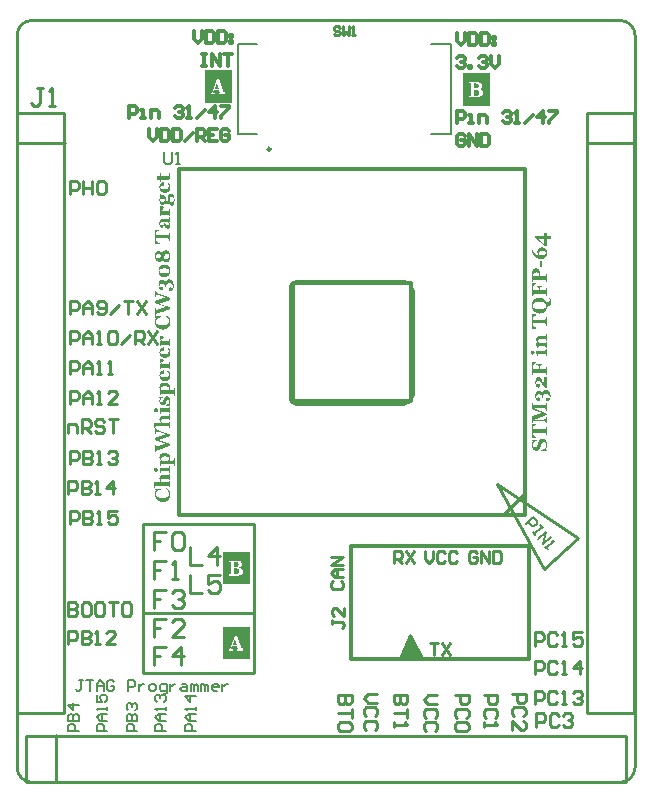
<source format=gto>
G04*
G04 #@! TF.GenerationSoftware,Altium Limited,Altium Designer,21.2.2 (38)*
G04*
G04 Layer_Color=65535*
%FSLAX25Y25*%
%MOIN*%
G70*
G04*
G04 #@! TF.SameCoordinates,02BB65A1-8190-4807-ADF1-2835F9576F4A*
G04*
G04*
G04 #@! TF.FilePolarity,Positive*
G04*
G01*
G75*
%ADD10C,0.00984*%
%ADD11C,0.01000*%
%ADD12C,0.00787*%
%ADD13C,0.01200*%
%ADD14C,0.01181*%
%ADD15C,0.00700*%
%ADD16C,0.00800*%
G36*
X157500Y225500D02*
X148500D01*
Y236300D01*
X157500D01*
Y225500D01*
D02*
G37*
G36*
X71500Y226500D02*
X62500D01*
Y237300D01*
X71500D01*
Y226500D01*
D02*
G37*
G36*
X50820Y202996D02*
X50824Y202989D01*
X50828Y202978D01*
X50835Y202963D01*
X50846Y202941D01*
X50854Y202915D01*
X50876Y202859D01*
X50905Y202785D01*
X50931Y202708D01*
X50961Y202619D01*
X50990Y202526D01*
Y202523D01*
X50994Y202515D01*
X50998Y202501D01*
X51002Y202482D01*
X51009Y202456D01*
X51016Y202427D01*
X51024Y202393D01*
X51027Y202356D01*
X51035Y202312D01*
X51042Y202267D01*
X51050Y202216D01*
X51057Y202164D01*
X51064Y202045D01*
X51068Y201916D01*
Y201864D01*
X51064Y201827D01*
X51061Y201783D01*
X51053Y201731D01*
X51046Y201675D01*
X51035Y201616D01*
X51024Y201553D01*
X51005Y201487D01*
X50983Y201420D01*
X50957Y201354D01*
X50928Y201291D01*
X50894Y201228D01*
X50854Y201172D01*
X50809Y201120D01*
X50805Y201117D01*
X50798Y201109D01*
X50783Y201098D01*
X50761Y201080D01*
X50735Y201061D01*
X50702Y201039D01*
X50665Y201017D01*
X50620Y200991D01*
X50569Y200969D01*
X50513Y200943D01*
X50454Y200921D01*
X50387Y200902D01*
X50313Y200884D01*
X50236Y200872D01*
X50154Y200865D01*
X50065Y200861D01*
X47956D01*
Y200243D01*
X47583D01*
Y200872D01*
X46543D01*
Y201986D01*
X47583D01*
X47583Y202956D01*
X47956D01*
X47956Y201994D01*
X49836D01*
X49840D01*
X49854D01*
X49873D01*
X49903Y201997D01*
X49936D01*
X49973Y202001D01*
X50014Y202005D01*
X50058Y202008D01*
X50151Y202020D01*
X50247Y202042D01*
X50332Y202068D01*
X50372Y202086D01*
X50406Y202105D01*
X50413Y202108D01*
X50432Y202127D01*
X50458Y202156D01*
X50487Y202197D01*
X50520Y202253D01*
X50535Y202286D01*
X50546Y202323D01*
X50558Y202364D01*
X50565Y202408D01*
X50569Y202456D01*
X50572Y202508D01*
Y202574D01*
X50569Y202611D01*
Y202656D01*
X50565Y202708D01*
X50561Y202767D01*
Y202774D01*
X50558Y202793D01*
X50554Y202822D01*
X50550Y202859D01*
X50539Y202937D01*
X50535Y202970D01*
X50528Y203000D01*
X50820D01*
Y202996D01*
D02*
G37*
G36*
X50165Y200110D02*
X50176Y200103D01*
X50191Y200092D01*
X50228Y200066D01*
X50276Y200033D01*
X50336Y199988D01*
X50398Y199940D01*
X50461Y199885D01*
X50528Y199822D01*
X50535Y199814D01*
X50558Y199792D01*
X50587Y199755D01*
X50628Y199711D01*
X50676Y199652D01*
X50724Y199589D01*
X50776Y199515D01*
X50824Y199437D01*
Y199433D01*
X50831Y199426D01*
X50835Y199415D01*
X50846Y199396D01*
X50857Y199374D01*
X50868Y199352D01*
X50898Y199293D01*
X50928Y199219D01*
X50961Y199141D01*
X50994Y199056D01*
X51020Y198967D01*
Y198963D01*
X51024Y198956D01*
X51027Y198945D01*
X51031Y198926D01*
X51035Y198904D01*
X51042Y198878D01*
X51046Y198849D01*
X51053Y198812D01*
X51064Y198734D01*
X51076Y198641D01*
X51083Y198541D01*
X51087Y198431D01*
Y198382D01*
X51083Y198345D01*
Y198301D01*
X51079Y198249D01*
X51076Y198194D01*
X51068Y198131D01*
X51061Y198061D01*
X51050Y197990D01*
X51027Y197842D01*
X50990Y197694D01*
X50942Y197550D01*
Y197546D01*
X50935Y197535D01*
X50928Y197513D01*
X50916Y197491D01*
X50902Y197457D01*
X50883Y197420D01*
X50865Y197380D01*
X50839Y197335D01*
X50783Y197239D01*
X50720Y197139D01*
X50643Y197039D01*
X50558Y196943D01*
X50554Y196939D01*
X50546Y196932D01*
X50532Y196921D01*
X50513Y196902D01*
X50491Y196884D01*
X50461Y196862D01*
X50432Y196836D01*
X50395Y196810D01*
X50354Y196780D01*
X50310Y196751D01*
X50210Y196692D01*
X50102Y196632D01*
X49980Y196584D01*
X49977D01*
X49966Y196581D01*
X49947Y196573D01*
X49921Y196566D01*
X49891Y196558D01*
X49854Y196547D01*
X49814Y196536D01*
X49766Y196525D01*
X49714Y196514D01*
X49658Y196503D01*
X49599Y196492D01*
X49536Y196484D01*
X49399Y196469D01*
X49259Y196466D01*
X49255D01*
X49244D01*
X49226D01*
X49200Y196469D01*
X49170D01*
X49133Y196473D01*
X49089Y196477D01*
X49044Y196481D01*
X48996Y196488D01*
X48941Y196495D01*
X48830Y196518D01*
X48711Y196551D01*
X48589Y196592D01*
X48585D01*
X48574Y196599D01*
X48556Y196606D01*
X48534Y196617D01*
X48508Y196629D01*
X48474Y196643D01*
X48437Y196666D01*
X48397Y196688D01*
X48308Y196740D01*
X48212Y196802D01*
X48112Y196873D01*
X48016Y196958D01*
X48012Y196962D01*
X48004Y196969D01*
X47993Y196980D01*
X47975Y196999D01*
X47953Y197025D01*
X47930Y197050D01*
X47905Y197084D01*
X47875Y197121D01*
X47845Y197158D01*
X47812Y197206D01*
X47779Y197254D01*
X47745Y197306D01*
X47679Y197420D01*
X47620Y197546D01*
Y197550D01*
X47612Y197561D01*
X47605Y197583D01*
X47598Y197609D01*
X47583Y197642D01*
X47572Y197683D01*
X47557Y197728D01*
X47542Y197779D01*
X47531Y197838D01*
X47516Y197898D01*
X47501Y197964D01*
X47490Y198035D01*
X47475Y198183D01*
X47468Y198342D01*
Y198423D01*
X47472Y198464D01*
X47475Y198512D01*
X47479Y198564D01*
X47483Y198623D01*
X47498Y198745D01*
X47516Y198878D01*
X47546Y199011D01*
X47564Y199074D01*
X47586Y199134D01*
Y199137D01*
X47590Y199148D01*
X47598Y199163D01*
X47609Y199185D01*
X47620Y199211D01*
X47635Y199241D01*
X47671Y199315D01*
X47716Y199396D01*
X47771Y199481D01*
X47834Y199566D01*
X47908Y199644D01*
X47912Y199648D01*
X47916Y199652D01*
X47927Y199663D01*
X47942Y199677D01*
X47960Y199692D01*
X47986Y199711D01*
X48038Y199755D01*
X48108Y199800D01*
X48186Y199848D01*
X48275Y199892D01*
X48371Y199929D01*
X48375D01*
X48382Y199933D01*
X48397Y199936D01*
X48415Y199944D01*
X48441Y199951D01*
X48471Y199959D01*
X48504Y199966D01*
X48541Y199977D01*
X48622Y199992D01*
X48719Y200007D01*
X48822Y200018D01*
X48930Y200022D01*
X49152D01*
Y197698D01*
X49155D01*
X49159D01*
X49170D01*
X49181D01*
X49218Y197702D01*
X49266D01*
X49325Y197705D01*
X49396Y197713D01*
X49470Y197720D01*
X49551Y197731D01*
X49636Y197746D01*
X49725Y197765D01*
X49814Y197787D01*
X49903Y197813D01*
X49988Y197842D01*
X50073Y197879D01*
X50151Y197920D01*
X50225Y197968D01*
X50228Y197972D01*
X50239Y197979D01*
X50258Y197998D01*
X50280Y198020D01*
X50310Y198049D01*
X50339Y198086D01*
X50372Y198127D01*
X50406Y198179D01*
X50443Y198234D01*
X50476Y198297D01*
X50506Y198368D01*
X50532Y198445D01*
X50558Y198530D01*
X50576Y198623D01*
X50587Y198723D01*
X50591Y198830D01*
Y198863D01*
X50587Y198886D01*
Y198911D01*
X50580Y198945D01*
X50576Y198982D01*
X50569Y199022D01*
X50546Y199111D01*
X50517Y199211D01*
X50472Y199311D01*
X50446Y199359D01*
X50417Y199407D01*
X50413Y199411D01*
X50410Y199418D01*
X50398Y199433D01*
X50384Y199452D01*
X50369Y199474D01*
X50347Y199500D01*
X50295Y199559D01*
X50228Y199629D01*
X50151Y199703D01*
X50062Y199781D01*
X49966Y199851D01*
X50158Y200114D01*
X50162D01*
X50165Y200110D01*
D02*
G37*
G36*
X47953Y195452D02*
X47960Y195459D01*
X47979Y195474D01*
X48008Y195496D01*
X48049Y195526D01*
X48097Y195559D01*
X48153Y195593D01*
X48212Y195626D01*
X48275Y195652D01*
X48282Y195656D01*
X48304Y195663D01*
X48338Y195674D01*
X48382Y195689D01*
X48434Y195700D01*
X48493Y195711D01*
X48556Y195718D01*
X48622Y195722D01*
X48626D01*
X48634D01*
X48645D01*
X48663Y195718D01*
X48685D01*
X48708Y195715D01*
X48767Y195707D01*
X48833Y195689D01*
X48911Y195667D01*
X48989Y195637D01*
X49066Y195593D01*
X49070D01*
X49074Y195585D01*
X49085Y195581D01*
X49100Y195570D01*
X49140Y195541D01*
X49185Y195504D01*
X49240Y195456D01*
X49296Y195400D01*
X49351Y195334D01*
X49403Y195260D01*
Y195256D01*
X49411Y195248D01*
X49418Y195237D01*
X49425Y195223D01*
X49436Y195204D01*
X49451Y195178D01*
X49466Y195152D01*
X49481Y195119D01*
X49514Y195049D01*
X49551Y194964D01*
X49584Y194871D01*
X49614Y194767D01*
Y194764D01*
X49618Y194756D01*
X49621Y194738D01*
X49625Y194719D01*
X49632Y194694D01*
X49636Y194660D01*
X49644Y194627D01*
X49651Y194586D01*
X49658Y194542D01*
X49666Y194494D01*
X49677Y194390D01*
X49684Y194279D01*
X49688Y194157D01*
Y193598D01*
X49695Y193591D01*
X49714Y193572D01*
X49747Y193543D01*
X49792Y193509D01*
X49795Y193506D01*
X49803Y193502D01*
X49817Y193495D01*
X49832Y193487D01*
X49873Y193469D01*
X49895Y193465D01*
X49917Y193461D01*
X49925D01*
X49943Y193465D01*
X49969Y193469D01*
X50002Y193476D01*
X50039Y193491D01*
X50073Y193513D01*
X50106Y193539D01*
X50132Y193580D01*
X50136Y193587D01*
X50139Y193602D01*
X50151Y193635D01*
X50158Y193654D01*
X50162Y193680D01*
X50169Y193706D01*
X50173Y193739D01*
X50180Y193776D01*
X50184Y193813D01*
X50187Y193857D01*
X50191Y193905D01*
X50195Y193961D01*
Y194072D01*
X50199Y194098D01*
Y194168D01*
X50202Y194212D01*
Y194257D01*
X50206Y194305D01*
X50210Y194412D01*
X50217Y194527D01*
X50225Y194645D01*
Y194675D01*
X50228Y194697D01*
Y194723D01*
X50232Y194756D01*
Y194823D01*
X50236Y194901D01*
X50239Y194975D01*
X50243Y195045D01*
Y195123D01*
X50247Y195138D01*
X50250Y195178D01*
X50258Y195230D01*
X50269Y195289D01*
X50284Y195356D01*
X50302Y195426D01*
X50324Y195496D01*
Y195500D01*
X50328Y195504D01*
X50332Y195515D01*
X50336Y195530D01*
X50354Y195567D01*
X50372Y195611D01*
X50402Y195667D01*
X50432Y195722D01*
X50469Y195781D01*
X50509Y195837D01*
Y195841D01*
X50513Y195844D01*
X50532Y195863D01*
X50558Y195892D01*
X50591Y195929D01*
X50635Y195970D01*
X50687Y196014D01*
X50746Y196059D01*
X50813Y196099D01*
X50817D01*
X50820Y196103D01*
X50831Y196111D01*
X50846Y196114D01*
X50883Y196133D01*
X50935Y196151D01*
X50998Y196170D01*
X51072Y196188D01*
X51153Y196199D01*
X51242Y196203D01*
X51246D01*
X51253D01*
X51268D01*
X51286D01*
X51309Y196199D01*
X51338Y196196D01*
X51401Y196188D01*
X51479Y196174D01*
X51560Y196151D01*
X51645Y196118D01*
X51734Y196077D01*
X51738D01*
X51745Y196070D01*
X51756Y196063D01*
X51771Y196055D01*
X51815Y196026D01*
X51871Y195981D01*
X51930Y195929D01*
X51997Y195863D01*
X52063Y195785D01*
X52130Y195693D01*
X52134Y195689D01*
X52137Y195681D01*
X52148Y195667D01*
X52160Y195644D01*
X52174Y195618D01*
X52193Y195589D01*
X52211Y195552D01*
X52230Y195511D01*
X52252Y195463D01*
X52274Y195415D01*
X52297Y195360D01*
X52319Y195304D01*
X52363Y195178D01*
X52404Y195041D01*
Y195038D01*
X52407Y195023D01*
X52411Y195004D01*
X52419Y194975D01*
X52426Y194938D01*
X52433Y194893D01*
X52444Y194842D01*
X52452Y194782D01*
X52459Y194719D01*
X52470Y194645D01*
X52478Y194571D01*
X52485Y194486D01*
X52493Y194397D01*
X52496Y194305D01*
X52500Y194209D01*
Y194020D01*
X52496Y193991D01*
Y193957D01*
X52493Y193883D01*
X52489Y193794D01*
X52482Y193698D01*
X52470Y193595D01*
X52459Y193487D01*
X52444Y193373D01*
X52426Y193258D01*
X52407Y193147D01*
X52382Y193032D01*
X52352Y192925D01*
X52319Y192825D01*
X52278Y192733D01*
X52274Y192729D01*
X52267Y192714D01*
X52256Y192688D01*
X52237Y192658D01*
X52215Y192625D01*
X52185Y192585D01*
X52152Y192540D01*
X52115Y192499D01*
X52071Y192455D01*
X52023Y192411D01*
X51967Y192370D01*
X51908Y192337D01*
X51845Y192307D01*
X51775Y192281D01*
X51701Y192266D01*
X51619Y192263D01*
X51616D01*
X51608D01*
X51594D01*
X51575Y192266D01*
X51553Y192270D01*
X51523Y192277D01*
X51460Y192296D01*
X51390Y192325D01*
X51353Y192344D01*
X51316Y192370D01*
X51279Y192400D01*
X51242Y192433D01*
X51205Y192470D01*
X51172Y192514D01*
X51168Y192518D01*
X51164Y192525D01*
X51157Y192540D01*
X51146Y192562D01*
X51131Y192588D01*
X51116Y192622D01*
X51101Y192662D01*
X51083Y192710D01*
X51064Y192762D01*
X51050Y192818D01*
X51035Y192884D01*
X51020Y192955D01*
X51005Y193032D01*
X50994Y193117D01*
X50987Y193206D01*
X50983Y193302D01*
X50946D01*
Y193299D01*
X50942Y193288D01*
X50935Y193273D01*
X50928Y193251D01*
X50916Y193225D01*
X50902Y193195D01*
X50868Y193125D01*
X50828Y193043D01*
X50779Y192962D01*
X50724Y192884D01*
X50661Y192810D01*
X50657D01*
X50654Y192803D01*
X50643Y192795D01*
X50628Y192784D01*
X50591Y192755D01*
X50543Y192725D01*
X50484Y192692D01*
X50410Y192662D01*
X50332Y192644D01*
X50291Y192640D01*
X50247Y192636D01*
X50239D01*
X50221D01*
X50195Y192640D01*
X50162Y192644D01*
X50125Y192655D01*
X50084Y192666D01*
X50043Y192684D01*
X50002Y192707D01*
X49999Y192710D01*
X49984Y192718D01*
X49966Y192736D01*
X49943Y192755D01*
X49917Y192781D01*
X49888Y192810D01*
X49858Y192847D01*
X49829Y192884D01*
X49825Y192888D01*
X49817Y192903D01*
X49806Y192921D01*
X49788Y192951D01*
X49773Y192984D01*
X49755Y193025D01*
X49736Y193069D01*
X49718Y193117D01*
X49714Y193125D01*
X49710Y193140D01*
X49699Y193165D01*
X49692Y193199D01*
X49677Y193236D01*
X49666Y193273D01*
X49655Y193313D01*
X49644Y193350D01*
X49603D01*
X49599Y193347D01*
X49595Y193332D01*
X49584Y193306D01*
X49573Y193273D01*
X49555Y193236D01*
X49536Y193191D01*
X49514Y193143D01*
X49488Y193091D01*
X49425Y192977D01*
X49355Y192866D01*
X49314Y192810D01*
X49274Y192758D01*
X49229Y192710D01*
X49185Y192666D01*
X49181Y192662D01*
X49174Y192658D01*
X49159Y192647D01*
X49140Y192633D01*
X49115Y192618D01*
X49089Y192599D01*
X49055Y192577D01*
X49015Y192559D01*
X48974Y192540D01*
X48926Y192518D01*
X48878Y192499D01*
X48826Y192485D01*
X48767Y192470D01*
X48708Y192462D01*
X48645Y192455D01*
X48578Y192451D01*
X48571D01*
X48556D01*
X48530Y192455D01*
X48493Y192459D01*
X48452Y192466D01*
X48404Y192477D01*
X48349Y192488D01*
X48289Y192510D01*
X48226Y192533D01*
X48160Y192566D01*
X48093Y192603D01*
X48027Y192647D01*
X47960Y192699D01*
X47894Y192762D01*
X47831Y192832D01*
X47771Y192914D01*
X47768Y192918D01*
X47757Y192936D01*
X47742Y192962D01*
X47723Y192999D01*
X47701Y193043D01*
X47675Y193099D01*
X47649Y193162D01*
X47620Y193236D01*
X47590Y193317D01*
X47564Y193406D01*
X47538Y193506D01*
X47516Y193609D01*
X47498Y193720D01*
X47479Y193839D01*
X47472Y193965D01*
X47468Y194094D01*
Y194153D01*
X47472Y194179D01*
Y194238D01*
X47479Y194309D01*
X47486Y194383D01*
X47494Y194464D01*
X47509Y194545D01*
Y194557D01*
X47512Y194568D01*
X47516Y194582D01*
X47523Y194620D01*
X47531Y194668D01*
X47542Y194723D01*
X47557Y194775D01*
X47568Y194830D01*
X47579Y194875D01*
Y196211D01*
X47953D01*
Y195452D01*
D02*
G37*
G36*
X48241Y192126D02*
X48263D01*
X48289Y192122D01*
X48352Y192111D01*
X48423Y192089D01*
X48500Y192059D01*
X48578Y192022D01*
X48619Y191996D01*
X48656Y191967D01*
X48659D01*
X48663Y191959D01*
X48685Y191937D01*
X48719Y191900D01*
X48752Y191852D01*
X48789Y191793D01*
X48822Y191719D01*
X48844Y191634D01*
X48848Y191589D01*
X48852Y191541D01*
Y191515D01*
X48848Y191500D01*
Y191478D01*
X48844Y191452D01*
X48837Y191393D01*
X48822Y191326D01*
X48800Y191256D01*
X48767Y191182D01*
X48726Y191116D01*
X48719Y191108D01*
X48704Y191090D01*
X48674Y191060D01*
X48634Y191031D01*
X48582Y191001D01*
X48515Y190971D01*
X48441Y190953D01*
X48400Y190949D01*
X48356Y190945D01*
X48352D01*
X48338D01*
X48315D01*
X48286Y190949D01*
X48226Y190953D01*
X48193Y190956D01*
X48167Y190960D01*
X48164D01*
X48156Y190964D01*
X48141Y190968D01*
X48127Y190971D01*
X48086Y190982D01*
X48041Y190993D01*
Y190986D01*
X48045Y190968D01*
X48049Y190934D01*
X48056Y190894D01*
X48071Y190842D01*
X48090Y190786D01*
X48119Y190723D01*
X48153Y190657D01*
Y190653D01*
X48156Y190649D01*
X48171Y190627D01*
X48193Y190594D01*
X48226Y190553D01*
X48263Y190501D01*
X48312Y190450D01*
X48367Y190398D01*
X48426Y190346D01*
X50310D01*
X50313D01*
X50328D01*
X50354Y190350D01*
X50380D01*
X50446Y190361D01*
X50480Y190372D01*
X50509Y190383D01*
X50513Y190387D01*
X50520Y190390D01*
X50535Y190398D01*
X50554Y190413D01*
X50572Y190431D01*
X50595Y190453D01*
X50613Y190479D01*
X50631Y190509D01*
Y190513D01*
X50639Y190524D01*
X50646Y190542D01*
X50654Y190568D01*
X50665Y190601D01*
X50676Y190642D01*
X50687Y190694D01*
X50698Y190753D01*
Y190760D01*
X50702Y190783D01*
X50705Y190812D01*
X50709Y190849D01*
X50720Y190931D01*
X50724Y190968D01*
Y191001D01*
X50976D01*
Y188707D01*
X50724D01*
Y188722D01*
X50720Y188740D01*
Y188785D01*
X50717Y188814D01*
X50709Y188877D01*
Y188881D01*
X50705Y188892D01*
X50702Y188910D01*
X50698Y188929D01*
X50687Y188977D01*
X50676Y189029D01*
X50672Y189032D01*
X50669Y189047D01*
X50657Y189066D01*
X50646Y189088D01*
X50609Y189136D01*
X50583Y189158D01*
X50558Y189177D01*
X50554Y189181D01*
X50543Y189184D01*
X50524Y189192D01*
X50502Y189199D01*
X50472Y189206D01*
X50435Y189214D01*
X50395Y189221D01*
X50350D01*
X48352D01*
X48345D01*
X48330D01*
X48308Y189217D01*
X48278Y189214D01*
X48245Y189206D01*
X48208Y189195D01*
X48171Y189181D01*
X48134Y189162D01*
X48130Y189158D01*
X48116Y189151D01*
X48101Y189140D01*
X48075Y189121D01*
X48053Y189103D01*
X48023Y189077D01*
X47997Y189051D01*
X47975Y189021D01*
X47971Y189018D01*
X47967Y189010D01*
X47960Y188996D01*
X47953Y188977D01*
X47942Y188955D01*
X47930Y188929D01*
X47919Y188896D01*
X47908Y188862D01*
Y188859D01*
X47905Y188847D01*
X47897Y188829D01*
X47894Y188803D01*
X47886Y188774D01*
X47879Y188736D01*
X47868Y188659D01*
X47616D01*
X47527Y190294D01*
X47579Y190346D01*
X48079D01*
Y190357D01*
X48075Y190361D01*
X48067Y190368D01*
X48053Y190379D01*
X48034Y190398D01*
X48012Y190420D01*
X47982Y190446D01*
X47953Y190475D01*
X47923Y190509D01*
X47853Y190583D01*
X47782Y190668D01*
X47712Y190764D01*
X47649Y190860D01*
X47646Y190864D01*
X47642Y190871D01*
X47635Y190886D01*
X47623Y190908D01*
X47612Y190931D01*
X47598Y190960D01*
X47583Y190993D01*
X47568Y191031D01*
X47542Y191116D01*
X47516Y191212D01*
X47498Y191312D01*
X47490Y191364D01*
Y191449D01*
X47494Y191471D01*
X47498Y191500D01*
X47501Y191530D01*
X47516Y191604D01*
X47538Y191685D01*
X47575Y191771D01*
X47598Y191815D01*
X47623Y191856D01*
X47653Y191896D01*
X47690Y191933D01*
X47694Y191937D01*
X47697Y191941D01*
X47708Y191952D01*
X47727Y191963D01*
X47745Y191978D01*
X47768Y191996D01*
X47797Y192015D01*
X47827Y192033D01*
X47901Y192067D01*
X47986Y192100D01*
X48086Y192122D01*
X48141Y192126D01*
X48197Y192129D01*
X48201D01*
X48208D01*
X48223D01*
X48241Y192126D01*
D02*
G37*
G36*
X50909Y188433D02*
X50916Y188415D01*
X50928Y188381D01*
X50946Y188341D01*
X50964Y188285D01*
X50983Y188226D01*
X51005Y188156D01*
X51024Y188082D01*
Y188078D01*
X51027Y188074D01*
Y188063D01*
X51031Y188045D01*
X51035Y188026D01*
X51042Y188004D01*
X51050Y187952D01*
X51061Y187885D01*
X51072Y187812D01*
X51076Y187734D01*
X51079Y187649D01*
Y187608D01*
X51076Y187578D01*
Y187545D01*
X51072Y187504D01*
X51068Y187460D01*
X51064Y187412D01*
X51050Y187312D01*
X51027Y187208D01*
X50998Y187112D01*
X50979Y187068D01*
X50957Y187027D01*
Y187023D01*
X50950Y187020D01*
X50942Y187009D01*
X50935Y186994D01*
X50905Y186960D01*
X50865Y186920D01*
X50813Y186872D01*
X50754Y186827D01*
X50680Y186790D01*
X50598Y186757D01*
Y186739D01*
X50602Y186735D01*
X50617Y186720D01*
X50639Y186694D01*
X50665Y186664D01*
X50698Y186631D01*
X50731Y186591D01*
X50798Y186509D01*
X50802Y186505D01*
X50813Y186491D01*
X50828Y186468D01*
X50846Y186439D01*
X50868Y186406D01*
X50890Y186369D01*
X50939Y186280D01*
X50942Y186272D01*
X50950Y186254D01*
X50964Y186221D01*
X50979Y186180D01*
X50994Y186132D01*
X51013Y186080D01*
X51046Y185965D01*
Y185958D01*
X51053Y185939D01*
X51057Y185906D01*
X51064Y185858D01*
X51072Y185799D01*
X51079Y185728D01*
X51083Y185647D01*
X51087Y185551D01*
Y185514D01*
X51083Y185484D01*
X51079Y185451D01*
X51076Y185410D01*
X51068Y185366D01*
X51057Y185318D01*
X51031Y185210D01*
X51009Y185151D01*
X50987Y185096D01*
X50961Y185037D01*
X50931Y184981D01*
X50894Y184925D01*
X50854Y184870D01*
X50850Y184866D01*
X50842Y184859D01*
X50828Y184844D01*
X50809Y184826D01*
X50787Y184803D01*
X50757Y184781D01*
X50724Y184755D01*
X50687Y184729D01*
X50643Y184704D01*
X50598Y184678D01*
X50546Y184655D01*
X50491Y184633D01*
X50432Y184615D01*
X50365Y184600D01*
X50299Y184592D01*
X50228Y184589D01*
X50225D01*
X50217D01*
X50206D01*
X50191D01*
X50151Y184592D01*
X50099Y184596D01*
X50039Y184604D01*
X49977Y184615D01*
X49910Y184629D01*
X49851Y184648D01*
X49847D01*
X49843Y184652D01*
X49825Y184659D01*
X49795Y184674D01*
X49755Y184692D01*
X49714Y184718D01*
X49666Y184748D01*
X49618Y184785D01*
X49573Y184826D01*
X49570Y184829D01*
X49555Y184844D01*
X49533Y184866D01*
X49510Y184896D01*
X49481Y184929D01*
X49451Y184970D01*
X49422Y185014D01*
X49392Y185062D01*
X49388Y185070D01*
X49381Y185088D01*
X49366Y185114D01*
X49348Y185151D01*
X49325Y185196D01*
X49303Y185247D01*
X49277Y185303D01*
X49255Y185362D01*
Y185366D01*
X49251Y185377D01*
X49244Y185392D01*
X49237Y185418D01*
X49226Y185447D01*
X49211Y185480D01*
X49200Y185525D01*
X49181Y185569D01*
X49166Y185621D01*
X49148Y185677D01*
X49129Y185740D01*
X49107Y185802D01*
X49089Y185873D01*
X49066Y185947D01*
X49022Y186102D01*
Y186106D01*
X49015Y186121D01*
X49011Y186143D01*
X49000Y186172D01*
X48989Y186209D01*
X48978Y186250D01*
X48963Y186298D01*
X48948Y186346D01*
X48915Y186450D01*
X48878Y186554D01*
X48837Y186653D01*
X48818Y186698D01*
X48800Y186739D01*
X48471D01*
X48467D01*
X48456D01*
X48437D01*
X48412D01*
X48378Y186735D01*
X48341Y186731D01*
X48293Y186727D01*
X48245Y186724D01*
X48238D01*
X48219Y186720D01*
X48193Y186716D01*
X48160Y186713D01*
X48123Y186702D01*
X48082Y186694D01*
X48041Y186679D01*
X48004Y186664D01*
X48001Y186661D01*
X47986Y186657D01*
X47964Y186642D01*
X47938Y186627D01*
X47912Y186605D01*
X47879Y186579D01*
X47849Y186550D01*
X47820Y186513D01*
X47816Y186509D01*
X47808Y186494D01*
X47794Y186472D01*
X47779Y186439D01*
X47768Y186402D01*
X47753Y186354D01*
X47745Y186302D01*
X47742Y186243D01*
Y186217D01*
X47745Y186191D01*
Y186154D01*
X47753Y186113D01*
X47760Y186073D01*
X47771Y186028D01*
X47786Y185987D01*
X47790Y185984D01*
X47794Y185973D01*
X47801Y185954D01*
X47812Y185932D01*
X47842Y185880D01*
X47857Y185851D01*
X47875Y185828D01*
X47879D01*
X47886Y185832D01*
X47905D01*
X47927Y185839D01*
X47956Y185847D01*
X47993Y185854D01*
X48034Y185869D01*
X48086Y185884D01*
X48093Y185888D01*
X48108Y185891D01*
X48138Y185899D01*
X48171Y185910D01*
X48212Y185921D01*
X48260Y185928D01*
X48308Y185932D01*
X48356Y185936D01*
X48360D01*
X48367D01*
X48378D01*
X48397Y185932D01*
X48419Y185928D01*
X48445Y185921D01*
X48504Y185902D01*
X48508D01*
X48519Y185899D01*
X48534Y185891D01*
X48552Y185880D01*
X48597Y185854D01*
X48641Y185813D01*
X48645Y185810D01*
X48652Y185799D01*
X48667Y185784D01*
X48682Y185762D01*
X48696Y185736D01*
X48715Y185706D01*
X48748Y185636D01*
Y185632D01*
X48756Y185617D01*
X48759Y185595D01*
X48767Y185562D01*
X48774Y185521D01*
X48778Y185469D01*
X48785Y185406D01*
Y185310D01*
X48781Y185288D01*
Y185266D01*
X48778Y185236D01*
X48767Y185173D01*
X48752Y185103D01*
X48726Y185029D01*
X48693Y184962D01*
X48648Y184900D01*
X48641Y184892D01*
X48622Y184877D01*
X48593Y184852D01*
X48548Y184826D01*
X48497Y184800D01*
X48437Y184774D01*
X48363Y184759D01*
X48286Y184752D01*
X48282D01*
X48278D01*
X48267D01*
X48252Y184755D01*
X48215Y184759D01*
X48171Y184770D01*
X48116Y184789D01*
X48060Y184815D01*
X48001Y184852D01*
X47942Y184903D01*
X47934Y184911D01*
X47916Y184929D01*
X47886Y184962D01*
X47853Y185007D01*
X47812Y185059D01*
X47768Y185125D01*
X47727Y185196D01*
X47686Y185273D01*
Y185277D01*
X47683Y185284D01*
X47675Y185295D01*
X47668Y185310D01*
X47660Y185333D01*
X47649Y185358D01*
X47638Y185384D01*
X47627Y185418D01*
X47601Y185492D01*
X47575Y185577D01*
X47549Y185669D01*
X47527Y185773D01*
Y185776D01*
X47523Y185784D01*
X47520Y185799D01*
X47516Y185821D01*
X47512Y185847D01*
X47509Y185876D01*
X47501Y185906D01*
X47498Y185943D01*
X47486Y186024D01*
X47475Y186113D01*
X47472Y186202D01*
X47468Y186294D01*
Y186380D01*
X47472Y186413D01*
Y186494D01*
X47479Y186591D01*
X47486Y186694D01*
X47494Y186798D01*
X47509Y186905D01*
Y186909D01*
X47512Y186916D01*
Y186931D01*
X47516Y186953D01*
X47523Y186975D01*
X47527Y187005D01*
X47546Y187072D01*
X47568Y187149D01*
X47594Y187234D01*
X47631Y187319D01*
X47671Y187405D01*
Y187408D01*
X47679Y187416D01*
X47683Y187427D01*
X47694Y187442D01*
X47723Y187478D01*
X47760Y187527D01*
X47812Y187582D01*
X47871Y187638D01*
X47942Y187693D01*
X48023Y187745D01*
X48027D01*
X48034Y187749D01*
X48045Y187756D01*
X48064Y187763D01*
X48086Y187775D01*
X48116Y187786D01*
X48145Y187797D01*
X48182Y187808D01*
X48223Y187819D01*
X48267Y187830D01*
X48315Y187841D01*
X48371Y187852D01*
X48426Y187860D01*
X48485Y187867D01*
X48619Y187871D01*
X48622D01*
X48637D01*
X48659D01*
X48689D01*
X48726D01*
X48770D01*
X48822D01*
X48878D01*
X48944Y187867D01*
X49015D01*
X49089D01*
X49170Y187863D01*
X49259D01*
X49348Y187860D01*
X49440D01*
X49540Y187856D01*
X49547D01*
X49562D01*
X49592D01*
X49625Y187852D01*
X49670D01*
X49718D01*
X49769Y187848D01*
X49829D01*
X49943Y187845D01*
X50058D01*
X50113Y187841D01*
X50162D01*
X50202D01*
X50239D01*
X50247D01*
X50265D01*
X50295Y187845D01*
X50328Y187848D01*
X50369Y187852D01*
X50410Y187860D01*
X50446Y187871D01*
X50484Y187885D01*
X50487Y187889D01*
X50498Y187893D01*
X50513Y187904D01*
X50532Y187923D01*
X50554Y187941D01*
X50576Y187967D01*
X50598Y187993D01*
X50617Y188026D01*
Y188030D01*
X50620Y188037D01*
X50628Y188052D01*
X50631Y188070D01*
X50639Y188096D01*
X50643Y188130D01*
X50646Y188167D01*
X50650Y188211D01*
Y188289D01*
X50654Y188322D01*
Y188441D01*
X50905D01*
X50909Y188433D01*
D02*
G37*
G36*
X47498Y184008D02*
X47494D01*
X47483Y184004D01*
X47468Y183997D01*
X47442Y183989D01*
X47416Y183975D01*
X47379Y183960D01*
X47342Y183945D01*
X47298Y183926D01*
X47250Y183901D01*
X47198Y183878D01*
X47087Y183819D01*
X46961Y183745D01*
X46832Y183664D01*
X46828Y183660D01*
X46817Y183653D01*
X46798Y183642D01*
X46776Y183623D01*
X46747Y183605D01*
X46717Y183579D01*
X46650Y183523D01*
X46580Y183457D01*
X46547Y183420D01*
X46517Y183383D01*
X46491Y183346D01*
X46469Y183309D01*
X46454Y183268D01*
X46447Y183231D01*
Y183227D01*
X46443Y183212D01*
Y183190D01*
X46439Y183157D01*
X46436Y183116D01*
X46428Y183072D01*
X46425Y183020D01*
X46421Y182961D01*
Y182953D01*
X46417Y182935D01*
Y182905D01*
X46413Y182868D01*
Y182824D01*
X46410Y182776D01*
Y182524D01*
X50232D01*
X50236D01*
X50254D01*
X50276Y182528D01*
X50306Y182532D01*
X50343Y182535D01*
X50380Y182543D01*
X50417Y182554D01*
X50454Y182569D01*
X50458Y182572D01*
X50469Y182576D01*
X50487Y182591D01*
X50506Y182606D01*
X50532Y182632D01*
X50554Y182661D01*
X50580Y182698D01*
X50602Y182743D01*
Y182746D01*
X50606Y182757D01*
X50613Y182776D01*
X50620Y182802D01*
X50631Y182835D01*
X50643Y182879D01*
X50654Y182928D01*
X50665Y182987D01*
Y182994D01*
X50669Y183016D01*
X50676Y183046D01*
X50683Y183087D01*
X50691Y183131D01*
X50698Y183179D01*
X50705Y183227D01*
X50709Y183272D01*
X50976D01*
Y180556D01*
X50709D01*
Y180574D01*
X50705Y180596D01*
X50702Y180626D01*
X50698Y180667D01*
X50694Y180715D01*
X50691Y180770D01*
X50683Y180833D01*
Y180841D01*
X50680Y180863D01*
X50676Y180893D01*
X50669Y180933D01*
X50661Y180974D01*
X50654Y181015D01*
X50646Y181048D01*
X50635Y181078D01*
X50631Y181085D01*
X50624Y181100D01*
X50613Y181122D01*
X50595Y181151D01*
X50576Y181181D01*
X50550Y181207D01*
X50520Y181237D01*
X50487Y181255D01*
X50484Y181259D01*
X50472Y181263D01*
X50450Y181270D01*
X50424Y181281D01*
X50395Y181288D01*
X50358Y181296D01*
X50313Y181299D01*
X50269Y181303D01*
X46410D01*
Y181063D01*
X46413Y181018D01*
Y180970D01*
X46417Y180918D01*
X46421Y180859D01*
Y180833D01*
X46425Y180804D01*
X46428Y180767D01*
X46432Y180726D01*
X46436Y180682D01*
X46443Y180633D01*
X46447Y180593D01*
Y180585D01*
X46450Y180574D01*
X46458Y180560D01*
X46465Y180541D01*
X46473Y180519D01*
X46488Y180493D01*
X46506Y180463D01*
X46525Y180434D01*
X46550Y180397D01*
X46584Y180363D01*
X46621Y180323D01*
X46661Y180286D01*
X46713Y180241D01*
X46769Y180201D01*
X46832Y180156D01*
X46835Y180152D01*
X46846Y180145D01*
X46865Y180134D01*
X46891Y180119D01*
X46924Y180101D01*
X46961Y180078D01*
X47002Y180053D01*
X47046Y180027D01*
X47150Y179971D01*
X47261Y179916D01*
X47379Y179864D01*
X47498Y179820D01*
Y179553D01*
X46103D01*
Y184274D01*
X47498D01*
Y184008D01*
D02*
G37*
G36*
X49677Y177359D02*
X49718Y177355D01*
X49773Y177344D01*
X49836Y177333D01*
X49906Y177315D01*
X49984Y177292D01*
X50065Y177263D01*
X50151Y177226D01*
X50239Y177178D01*
X50328Y177122D01*
X50417Y177059D01*
X50506Y176985D01*
X50595Y176897D01*
X50676Y176797D01*
X50680Y176789D01*
X50694Y176771D01*
X50717Y176737D01*
X50743Y176693D01*
X50776Y176637D01*
X50809Y176567D01*
X50850Y176486D01*
X50887Y176393D01*
X50928Y176290D01*
X50968Y176171D01*
X51002Y176046D01*
X51035Y175909D01*
X51061Y175764D01*
X51083Y175605D01*
X51098Y175439D01*
X51101Y175261D01*
Y175202D01*
X51098Y175176D01*
Y175150D01*
X51094Y175117D01*
X51090Y175043D01*
X51083Y174958D01*
X51072Y174862D01*
X51057Y174758D01*
X51035Y174651D01*
X51013Y174536D01*
X50983Y174417D01*
X50946Y174303D01*
X50905Y174184D01*
X50857Y174070D01*
X50798Y173959D01*
X50735Y173855D01*
X50731Y173848D01*
X50717Y173833D01*
X50698Y173807D01*
X50669Y173774D01*
X50631Y173733D01*
X50587Y173685D01*
X50539Y173637D01*
X50480Y173589D01*
X50417Y173541D01*
X50343Y173493D01*
X50269Y173444D01*
X50184Y173407D01*
X50095Y173370D01*
X49999Y173345D01*
X49899Y173330D01*
X49795Y173322D01*
X49792D01*
X49777D01*
X49751Y173326D01*
X49721D01*
X49684Y173330D01*
X49640Y173337D01*
X49592Y173345D01*
X49536Y173359D01*
X49481Y173374D01*
X49422Y173393D01*
X49362Y173415D01*
X49299Y173444D01*
X49240Y173474D01*
X49181Y173515D01*
X49122Y173555D01*
X49066Y173607D01*
X49063Y173611D01*
X49055Y173622D01*
X49040Y173637D01*
X49018Y173663D01*
X48996Y173692D01*
X48967Y173729D01*
X48937Y173774D01*
X48904Y173826D01*
X48870Y173885D01*
X48833Y173951D01*
X48796Y174025D01*
X48763Y174107D01*
X48726Y174199D01*
X48693Y174295D01*
X48663Y174399D01*
X48634Y174510D01*
X48630Y174506D01*
X48622Y174488D01*
X48611Y174462D01*
X48593Y174429D01*
X48571Y174388D01*
X48545Y174340D01*
X48515Y174288D01*
X48478Y174232D01*
X48441Y174173D01*
X48397Y174114D01*
X48304Y173988D01*
X48193Y173870D01*
X48134Y173814D01*
X48071Y173766D01*
X48067Y173763D01*
X48056Y173755D01*
X48038Y173744D01*
X48012Y173726D01*
X47979Y173707D01*
X47942Y173689D01*
X47897Y173663D01*
X47849Y173641D01*
X47794Y173618D01*
X47734Y173596D01*
X47675Y173574D01*
X47609Y173555D01*
X47538Y173537D01*
X47464Y173526D01*
X47390Y173518D01*
X47313Y173515D01*
X47305D01*
X47287D01*
X47257Y173518D01*
X47216Y173522D01*
X47168Y173533D01*
X47109Y173544D01*
X47046Y173559D01*
X46976Y173581D01*
X46902Y173611D01*
X46824Y173648D01*
X46747Y173692D01*
X46665Y173744D01*
X46584Y173807D01*
X46502Y173881D01*
X46425Y173962D01*
X46351Y174059D01*
X46347Y174066D01*
X46332Y174084D01*
X46314Y174114D01*
X46291Y174159D01*
X46262Y174210D01*
X46229Y174273D01*
X46191Y174347D01*
X46154Y174432D01*
X46121Y174529D01*
X46084Y174628D01*
X46051Y174743D01*
X46021Y174862D01*
X45999Y174987D01*
X45977Y175124D01*
X45966Y175265D01*
X45962Y175413D01*
Y175465D01*
X45966Y175487D01*
Y175542D01*
X45973Y175609D01*
X45981Y175687D01*
X45992Y175772D01*
X46007Y175864D01*
X46025Y175964D01*
X46047Y176068D01*
X46073Y176171D01*
X46106Y176279D01*
X46147Y176386D01*
X46191Y176489D01*
X46247Y176589D01*
X46306Y176682D01*
X46310Y176689D01*
X46321Y176704D01*
X46339Y176726D01*
X46369Y176760D01*
X46402Y176797D01*
X46443Y176837D01*
X46488Y176882D01*
X46543Y176926D01*
X46602Y176971D01*
X46665Y177015D01*
X46735Y177056D01*
X46809Y177093D01*
X46891Y177126D01*
X46976Y177148D01*
X47065Y177167D01*
X47157Y177170D01*
X47161D01*
X47176D01*
X47194D01*
X47224Y177167D01*
X47257Y177163D01*
X47294Y177155D01*
X47339Y177148D01*
X47387Y177137D01*
X47438Y177122D01*
X47490Y177104D01*
X47546Y177085D01*
X47601Y177059D01*
X47657Y177026D01*
X47712Y176993D01*
X47764Y176952D01*
X47816Y176904D01*
X47820Y176900D01*
X47827Y176893D01*
X47842Y176878D01*
X47860Y176856D01*
X47882Y176826D01*
X47908Y176793D01*
X47938Y176752D01*
X47967Y176708D01*
X48001Y176656D01*
X48038Y176597D01*
X48071Y176530D01*
X48108Y176460D01*
X48141Y176382D01*
X48178Y176301D01*
X48212Y176212D01*
X48241Y176116D01*
Y176119D01*
X48245Y176123D01*
X48252Y176145D01*
X48263Y176179D01*
X48282Y176223D01*
X48308Y176279D01*
X48334Y176341D01*
X48367Y176408D01*
X48404Y176482D01*
X48441Y176560D01*
X48485Y176637D01*
X48585Y176797D01*
X48641Y176871D01*
X48700Y176941D01*
X48759Y177007D01*
X48822Y177067D01*
X48826Y177070D01*
X48837Y177078D01*
X48856Y177093D01*
X48881Y177115D01*
X48915Y177137D01*
X48955Y177159D01*
X49000Y177189D01*
X49052Y177215D01*
X49107Y177241D01*
X49166Y177270D01*
X49233Y177292D01*
X49299Y177318D01*
X49373Y177337D01*
X49451Y177352D01*
X49533Y177359D01*
X49614Y177363D01*
X49621D01*
X49644D01*
X49677Y177359D01*
D02*
G37*
G36*
X49211Y172605D02*
X49248D01*
X49296Y172601D01*
X49348Y172593D01*
X49403Y172590D01*
X49466Y172579D01*
X49529Y172571D01*
X49666Y172542D01*
X49806Y172501D01*
X49877Y172479D01*
X49947Y172449D01*
X49951D01*
X49962Y172442D01*
X49980Y172434D01*
X50006Y172420D01*
X50039Y172405D01*
X50077Y172386D01*
X50117Y172364D01*
X50158Y172338D01*
X50258Y172275D01*
X50358Y172205D01*
X50461Y172120D01*
X50561Y172024D01*
X50565Y172020D01*
X50572Y172012D01*
X50587Y171994D01*
X50602Y171972D01*
X50624Y171946D01*
X50650Y171913D01*
X50680Y171876D01*
X50709Y171835D01*
X50739Y171787D01*
X50772Y171735D01*
X50805Y171683D01*
X50839Y171624D01*
X50902Y171498D01*
X50957Y171361D01*
Y171358D01*
X50964Y171343D01*
X50968Y171324D01*
X50979Y171295D01*
X50990Y171258D01*
X51002Y171217D01*
X51013Y171165D01*
X51024Y171110D01*
X51038Y171051D01*
X51050Y170984D01*
X51061Y170910D01*
X51072Y170836D01*
X51083Y170755D01*
X51087Y170669D01*
X51094Y170492D01*
Y170440D01*
X51090Y170403D01*
Y170359D01*
X51087Y170307D01*
X51079Y170248D01*
X51076Y170185D01*
X51064Y170114D01*
X51053Y170040D01*
X51027Y169889D01*
X50987Y169730D01*
X50964Y169652D01*
X50935Y169578D01*
X50931Y169574D01*
X50928Y169559D01*
X50916Y169541D01*
X50905Y169511D01*
X50890Y169478D01*
X50868Y169437D01*
X50846Y169393D01*
X50820Y169349D01*
X50761Y169241D01*
X50687Y169130D01*
X50602Y169019D01*
X50509Y168916D01*
X50506Y168912D01*
X50498Y168904D01*
X50484Y168890D01*
X50461Y168875D01*
X50439Y168853D01*
X50406Y168827D01*
X50372Y168797D01*
X50336Y168768D01*
X50291Y168738D01*
X50243Y168705D01*
X50139Y168638D01*
X50021Y168575D01*
X49895Y168520D01*
X49891D01*
X49880Y168512D01*
X49858Y168509D01*
X49832Y168498D01*
X49799Y168490D01*
X49762Y168479D01*
X49718Y168464D01*
X49666Y168453D01*
X49610Y168442D01*
X49551Y168427D01*
X49488Y168416D01*
X49425Y168409D01*
X49281Y168394D01*
X49133Y168386D01*
X49129D01*
X49115D01*
X49092D01*
X49063Y168390D01*
X49029D01*
X48989Y168394D01*
X48941Y168398D01*
X48889Y168401D01*
X48833Y168409D01*
X48774Y168416D01*
X48648Y168438D01*
X48515Y168472D01*
X48386Y168512D01*
X48382D01*
X48371Y168520D01*
X48352Y168527D01*
X48326Y168538D01*
X48297Y168549D01*
X48263Y168568D01*
X48223Y168586D01*
X48178Y168612D01*
X48082Y168668D01*
X47979Y168734D01*
X47871Y168816D01*
X47764Y168908D01*
X47760Y168912D01*
X47753Y168919D01*
X47738Y168934D01*
X47720Y168956D01*
X47697Y168982D01*
X47671Y169012D01*
X47642Y169049D01*
X47609Y169089D01*
X47575Y169134D01*
X47538Y169186D01*
X47505Y169241D01*
X47468Y169300D01*
X47431Y169360D01*
X47398Y169426D01*
X47331Y169571D01*
X47327Y169574D01*
X47324Y169589D01*
X47316Y169611D01*
X47305Y169641D01*
X47294Y169682D01*
X47279Y169726D01*
X47265Y169778D01*
X47246Y169837D01*
X47231Y169904D01*
X47216Y169974D01*
X47202Y170052D01*
X47190Y170129D01*
X47179Y170218D01*
X47172Y170307D01*
X47165Y170399D01*
Y170547D01*
X47168Y170588D01*
Y170632D01*
X47172Y170688D01*
X47179Y170747D01*
X47187Y170817D01*
X47194Y170888D01*
X47205Y170962D01*
X47235Y171121D01*
X47279Y171280D01*
X47305Y171358D01*
X47335Y171435D01*
X47339Y171439D01*
X47342Y171454D01*
X47353Y171476D01*
X47364Y171502D01*
X47383Y171535D01*
X47401Y171576D01*
X47427Y171620D01*
X47453Y171668D01*
X47516Y171772D01*
X47594Y171883D01*
X47679Y171994D01*
X47775Y172094D01*
X47779Y172098D01*
X47786Y172105D01*
X47801Y172120D01*
X47823Y172138D01*
X47849Y172160D01*
X47879Y172183D01*
X47916Y172212D01*
X47956Y172242D01*
X48001Y172272D01*
X48049Y172305D01*
X48156Y172368D01*
X48275Y172431D01*
X48404Y172482D01*
X48408D01*
X48419Y172486D01*
X48437Y172494D01*
X48463Y172501D01*
X48497Y172512D01*
X48534Y172523D01*
X48578Y172534D01*
X48626Y172545D01*
X48678Y172556D01*
X48737Y172567D01*
X48859Y172590D01*
X48992Y172605D01*
X49133Y172608D01*
X49137D01*
X49152D01*
X49177D01*
X49211Y172605D01*
D02*
G37*
G36*
X50817Y167672D02*
X50861Y167665D01*
X50913Y167658D01*
X50976Y167643D01*
X51050Y167624D01*
X51124Y167598D01*
X51205Y167565D01*
X51294Y167524D01*
X51379Y167476D01*
X51471Y167417D01*
X51560Y167343D01*
X51649Y167262D01*
X51734Y167166D01*
X51815Y167058D01*
X51819Y167051D01*
X51834Y167029D01*
X51856Y166995D01*
X51882Y166947D01*
X51915Y166888D01*
X51952Y166814D01*
X51989Y166729D01*
X52030Y166629D01*
X52071Y166522D01*
X52108Y166403D01*
X52145Y166274D01*
X52178Y166133D01*
X52204Y165981D01*
X52226Y165822D01*
X52241Y165656D01*
X52245Y165478D01*
Y165449D01*
X52241Y165412D01*
Y165364D01*
X52234Y165301D01*
X52230Y165234D01*
X52219Y165156D01*
X52208Y165071D01*
X52193Y164979D01*
X52171Y164886D01*
X52148Y164786D01*
X52119Y164687D01*
X52086Y164587D01*
X52045Y164487D01*
X51997Y164391D01*
X51945Y164298D01*
X51941Y164294D01*
X51930Y164276D01*
X51915Y164254D01*
X51893Y164224D01*
X51864Y164187D01*
X51827Y164146D01*
X51790Y164102D01*
X51741Y164058D01*
X51693Y164013D01*
X51638Y163969D01*
X51579Y163928D01*
X51512Y163891D01*
X51446Y163861D01*
X51372Y163839D01*
X51294Y163821D01*
X51216Y163817D01*
X51212D01*
X51205D01*
X51194D01*
X51175Y163821D01*
X51157D01*
X51131Y163824D01*
X51076Y163836D01*
X51013Y163854D01*
X50942Y163884D01*
X50876Y163921D01*
X50809Y163972D01*
X50805Y163976D01*
X50802Y163980D01*
X50783Y164002D01*
X50754Y164035D01*
X50724Y164083D01*
X50694Y164143D01*
X50665Y164213D01*
X50646Y164294D01*
X50639Y164339D01*
Y164413D01*
X50643Y164431D01*
Y164457D01*
X50646Y164483D01*
X50657Y164546D01*
X50676Y164616D01*
X50702Y164690D01*
X50739Y164764D01*
X50787Y164834D01*
Y164838D01*
X50794Y164842D01*
X50813Y164860D01*
X50846Y164890D01*
X50890Y164923D01*
X50942Y164953D01*
X51009Y164982D01*
X51087Y165001D01*
X51127Y165008D01*
X51172D01*
X51179D01*
X51201D01*
X51235Y165005D01*
X51283Y165001D01*
X51338Y164994D01*
X51401Y164982D01*
X51475Y164968D01*
X51549Y164945D01*
X51553D01*
X51556Y164942D01*
X51568Y164938D01*
X51582Y164934D01*
X51619Y164923D01*
X51664Y164912D01*
X51716Y164897D01*
X51767Y164883D01*
X51815Y164868D01*
X51856Y164853D01*
Y164857D01*
X51860Y164868D01*
X51867Y164883D01*
X51875Y164905D01*
X51882Y164934D01*
X51893Y164964D01*
X51901Y165005D01*
X51908Y165045D01*
Y165053D01*
X51912Y165068D01*
X51915Y165094D01*
X51919Y165127D01*
X51923Y165167D01*
X51926Y165216D01*
X51930Y165271D01*
Y165364D01*
X51926Y165401D01*
X51923Y165452D01*
X51915Y165512D01*
X51901Y165575D01*
X51886Y165645D01*
X51864Y165715D01*
Y165719D01*
X51860Y165723D01*
X51856Y165734D01*
X51853Y165748D01*
X51834Y165782D01*
X51812Y165830D01*
X51782Y165882D01*
X51745Y165937D01*
X51701Y165993D01*
X51649Y166048D01*
X51642Y166056D01*
X51623Y166074D01*
X51590Y166100D01*
X51545Y166133D01*
X51494Y166170D01*
X51431Y166207D01*
X51360Y166244D01*
X51286Y166278D01*
X51283D01*
X51275Y166281D01*
X51264Y166285D01*
X51249Y166289D01*
X51227Y166296D01*
X51201Y166303D01*
X51172Y166311D01*
X51138Y166318D01*
X51101Y166326D01*
X51061Y166333D01*
X51016Y166340D01*
X50968Y166348D01*
X50861Y166355D01*
X50739Y166359D01*
X50735D01*
X50731D01*
X50720D01*
X50705D01*
X50669D01*
X50620Y166355D01*
X50561Y166351D01*
X50498Y166344D01*
X50369Y166322D01*
X50365D01*
X50361D01*
X50339Y166314D01*
X50306Y166303D01*
X50265Y166292D01*
X50217Y166274D01*
X50165Y166252D01*
X50113Y166222D01*
X50062Y166189D01*
X50054Y166185D01*
X50039Y166170D01*
X50017Y166148D01*
X49984Y166118D01*
X49951Y166081D01*
X49917Y166037D01*
X49884Y165985D01*
X49854Y165926D01*
X49851Y165919D01*
X49843Y165896D01*
X49832Y165859D01*
X49817Y165811D01*
X49803Y165748D01*
X49792Y165678D01*
X49784Y165597D01*
X49780Y165504D01*
Y165071D01*
X49366D01*
Y165419D01*
X49362Y165449D01*
X49359Y165486D01*
X49351Y165526D01*
X49344Y165571D01*
X49333Y165619D01*
X49322Y165671D01*
X49303Y165723D01*
X49285Y165774D01*
X49259Y165826D01*
X49229Y165874D01*
X49196Y165922D01*
X49155Y165967D01*
X49111Y166004D01*
X49107Y166007D01*
X49100Y166011D01*
X49085Y166022D01*
X49063Y166033D01*
X49037Y166048D01*
X49003Y166067D01*
X48963Y166085D01*
X48918Y166104D01*
X48867Y166118D01*
X48807Y166137D01*
X48744Y166155D01*
X48671Y166170D01*
X48597Y166181D01*
X48511Y166192D01*
X48423Y166196D01*
X48326Y166200D01*
X48323D01*
X48308D01*
X48286D01*
X48256Y166196D01*
X48223Y166192D01*
X48182Y166189D01*
X48138Y166185D01*
X48090Y166178D01*
X47986Y166155D01*
X47882Y166122D01*
X47831Y166100D01*
X47782Y166074D01*
X47734Y166044D01*
X47694Y166011D01*
X47690Y166007D01*
X47683Y166004D01*
X47675Y165993D01*
X47660Y165978D01*
X47646Y165959D01*
X47627Y165933D01*
X47605Y165908D01*
X47586Y165874D01*
X47568Y165837D01*
X47546Y165796D01*
X47527Y165752D01*
X47512Y165704D01*
X47498Y165652D01*
X47486Y165597D01*
X47483Y165534D01*
X47479Y165471D01*
Y165423D01*
X47483Y165393D01*
Y165356D01*
X47486Y165315D01*
X47498Y165238D01*
Y165234D01*
X47501Y165219D01*
X47505Y165201D01*
X47509Y165175D01*
X47516Y165145D01*
X47527Y165112D01*
X47553Y165038D01*
X47557D01*
X47575Y165045D01*
X47601Y165053D01*
X47638Y165064D01*
X47686Y165079D01*
X47742Y165094D01*
X47808Y165112D01*
X47882Y165130D01*
X47886D01*
X47890Y165134D01*
X47901D01*
X47916Y165138D01*
X47956Y165149D01*
X48004Y165160D01*
X48060Y165167D01*
X48119Y165179D01*
X48178Y165182D01*
X48238Y165186D01*
X48241D01*
X48249D01*
X48260D01*
X48278Y165182D01*
X48297D01*
X48323Y165179D01*
X48378Y165164D01*
X48441Y165145D01*
X48504Y165116D01*
X48567Y165071D01*
X48597Y165045D01*
X48626Y165016D01*
Y165012D01*
X48634Y165008D01*
X48637Y164997D01*
X48648Y164986D01*
X48671Y164949D01*
X48696Y164897D01*
X48722Y164834D01*
X48744Y164757D01*
X48759Y164672D01*
X48767Y164576D01*
Y164550D01*
X48763Y164531D01*
Y164513D01*
X48759Y164487D01*
X48744Y164427D01*
X48726Y164361D01*
X48696Y164294D01*
X48656Y164228D01*
X48630Y164194D01*
X48600Y164165D01*
X48597D01*
X48593Y164157D01*
X48571Y164143D01*
X48534Y164117D01*
X48485Y164091D01*
X48426Y164061D01*
X48360Y164035D01*
X48278Y164021D01*
X48193Y164013D01*
X48189D01*
X48175D01*
X48153Y164017D01*
X48123Y164021D01*
X48086Y164028D01*
X48041Y164039D01*
X47993Y164054D01*
X47942Y164076D01*
X47886Y164102D01*
X47831Y164135D01*
X47768Y164172D01*
X47708Y164220D01*
X47646Y164276D01*
X47586Y164342D01*
X47527Y164420D01*
X47468Y164505D01*
X47464Y164513D01*
X47453Y164527D01*
X47438Y164557D01*
X47420Y164594D01*
X47398Y164642D01*
X47372Y164701D01*
X47346Y164768D01*
X47316Y164846D01*
X47287Y164931D01*
X47261Y165023D01*
X47235Y165123D01*
X47213Y165234D01*
X47194Y165352D01*
X47176Y165475D01*
X47168Y165604D01*
X47165Y165741D01*
Y165826D01*
X47168Y165870D01*
X47172Y165922D01*
X47176Y165978D01*
X47179Y166041D01*
X47187Y166107D01*
X47194Y166174D01*
X47216Y166318D01*
X47246Y166459D01*
X47265Y166525D01*
X47287Y166592D01*
Y166596D01*
X47290Y166607D01*
X47298Y166625D01*
X47309Y166648D01*
X47320Y166677D01*
X47335Y166710D01*
X47350Y166747D01*
X47368Y166788D01*
X47412Y166873D01*
X47464Y166962D01*
X47520Y167051D01*
X47583Y167129D01*
Y167132D01*
X47590Y167136D01*
X47612Y167158D01*
X47646Y167195D01*
X47694Y167236D01*
X47749Y167277D01*
X47812Y167321D01*
X47879Y167362D01*
X47953Y167395D01*
X47956D01*
X47960Y167399D01*
X47971Y167402D01*
X47986Y167406D01*
X48023Y167417D01*
X48071Y167432D01*
X48127Y167447D01*
X48186Y167458D01*
X48245Y167465D01*
X48308Y167469D01*
X48315D01*
X48334D01*
X48367Y167465D01*
X48408Y167462D01*
X48460Y167454D01*
X48515Y167439D01*
X48582Y167424D01*
X48652Y167402D01*
X48656D01*
X48659Y167399D01*
X48671Y167395D01*
X48685Y167391D01*
X48719Y167376D01*
X48763Y167354D01*
X48815Y167328D01*
X48870Y167299D01*
X48930Y167262D01*
X48985Y167217D01*
X48989D01*
X48992Y167210D01*
X49015Y167191D01*
X49048Y167158D01*
X49089Y167110D01*
X49137Y167054D01*
X49189Y166988D01*
X49240Y166910D01*
X49288Y166821D01*
Y166818D01*
X49292Y166810D01*
X49299Y166796D01*
X49311Y166777D01*
X49318Y166755D01*
X49333Y166729D01*
X49344Y166696D01*
X49359Y166659D01*
X49377Y166618D01*
X49392Y166574D01*
X49425Y166477D01*
X49455Y166370D01*
X49485Y166252D01*
X49540D01*
Y166274D01*
X49544Y166292D01*
Y166311D01*
X49547Y166337D01*
X49555Y166396D01*
X49566Y166470D01*
X49581Y166551D01*
X49599Y166640D01*
X49621Y166736D01*
Y166740D01*
X49625Y166747D01*
X49629Y166762D01*
X49632Y166781D01*
X49640Y166803D01*
X49651Y166829D01*
X49673Y166892D01*
X49703Y166962D01*
X49736Y167040D01*
X49777Y167117D01*
X49825Y167195D01*
Y167199D01*
X49832Y167202D01*
X49840Y167214D01*
X49851Y167228D01*
X49880Y167265D01*
X49921Y167314D01*
X49973Y167369D01*
X50036Y167424D01*
X50110Y167480D01*
X50191Y167535D01*
X50195D01*
X50202Y167543D01*
X50213Y167550D01*
X50232Y167558D01*
X50254Y167569D01*
X50280Y167580D01*
X50310Y167591D01*
X50347Y167606D01*
X50384Y167621D01*
X50428Y167632D01*
X50524Y167654D01*
X50631Y167669D01*
X50754Y167676D01*
X50761D01*
X50783D01*
X50817Y167672D01*
D02*
G37*
G36*
X46376Y163765D02*
X46380Y163750D01*
Y163728D01*
X46388Y163702D01*
X46391Y163669D01*
X46402Y163632D01*
X46425Y163554D01*
Y163551D01*
X46432Y163536D01*
X46439Y163514D01*
X46450Y163488D01*
X46462Y163454D01*
X46480Y163421D01*
X46517Y163343D01*
X46521Y163336D01*
X46532Y163318D01*
X46550Y163292D01*
X46576Y163258D01*
X46602Y163221D01*
X46635Y163184D01*
X46672Y163147D01*
X46713Y163118D01*
X46717Y163114D01*
X46732Y163107D01*
X46754Y163095D01*
X46784Y163077D01*
X46821Y163058D01*
X46865Y163040D01*
X46913Y163018D01*
X46968Y162999D01*
X46976Y162996D01*
X46994Y162992D01*
X47024Y162981D01*
X47068Y162962D01*
X47124Y162944D01*
X47194Y162918D01*
X47276Y162888D01*
X47372Y162855D01*
X47483Y162818D01*
X47605Y162774D01*
X47742Y162725D01*
X47894Y162674D01*
X48060Y162615D01*
X48238Y162555D01*
X48434Y162485D01*
X48641Y162415D01*
X48645D01*
X48656Y162411D01*
X48671Y162404D01*
X48693Y162396D01*
X48722Y162389D01*
X48756Y162374D01*
X48796Y162363D01*
X48841Y162348D01*
X48889Y162330D01*
X48944Y162311D01*
X49007Y162289D01*
X49070Y162267D01*
X49140Y162244D01*
X49214Y162219D01*
X49288Y162193D01*
X49370Y162167D01*
X49544Y162108D01*
X49729Y162041D01*
X49929Y161974D01*
X50136Y161904D01*
X50350Y161830D01*
X50572Y161756D01*
X50802Y161675D01*
X51031Y161597D01*
Y160905D01*
X47412Y159621D01*
X51031Y158459D01*
Y157767D01*
X51027D01*
X51013Y157760D01*
X50990Y157753D01*
X50957Y157742D01*
X50916Y157730D01*
X50872Y157712D01*
X50817Y157694D01*
X50757Y157675D01*
X50691Y157649D01*
X50617Y157627D01*
X50539Y157597D01*
X50454Y157571D01*
X50369Y157542D01*
X50276Y157509D01*
X50084Y157442D01*
X49880Y157372D01*
X49670Y157301D01*
X49459Y157227D01*
X49244Y157153D01*
X49033Y157083D01*
X48833Y157013D01*
X48641Y156946D01*
X48548Y156916D01*
X48463Y156887D01*
X48460D01*
X48452Y156883D01*
X48441Y156879D01*
X48423Y156872D01*
X48400Y156865D01*
X48375Y156857D01*
X48345Y156846D01*
X48312Y156835D01*
X48234Y156809D01*
X48145Y156780D01*
X48045Y156746D01*
X47934Y156709D01*
X47820Y156669D01*
X47697Y156628D01*
X47442Y156543D01*
X47190Y156458D01*
X47068Y156417D01*
X46950Y156376D01*
X46946D01*
X46943Y156373D01*
X46920Y156365D01*
X46887Y156350D01*
X46846Y156332D01*
X46802Y156310D01*
X46758Y156288D01*
X46717Y156258D01*
X46680Y156228D01*
X46676Y156225D01*
X46665Y156213D01*
X46647Y156195D01*
X46628Y156173D01*
X46602Y156140D01*
X46573Y156103D01*
X46543Y156062D01*
X46510Y156014D01*
X46506Y156010D01*
X46499Y155999D01*
X46488Y155980D01*
X46473Y155955D01*
X46458Y155925D01*
X46443Y155892D01*
X46417Y155818D01*
Y155814D01*
X46413Y155799D01*
X46406Y155777D01*
X46399Y155751D01*
X46391Y155714D01*
X46384Y155673D01*
X46376Y155629D01*
X46369Y155577D01*
X46103D01*
Y158178D01*
X46365D01*
Y158167D01*
X46369Y158156D01*
Y158141D01*
X46376Y158097D01*
X46380Y158049D01*
X46388Y157990D01*
X46399Y157934D01*
X46406Y157878D01*
X46417Y157830D01*
Y157827D01*
X46421Y157812D01*
X46428Y157790D01*
X46432Y157764D01*
X46450Y157708D01*
X46462Y157679D01*
X46473Y157653D01*
Y157649D01*
X46476Y157642D01*
X46491Y157620D01*
X46510Y157594D01*
X46521Y157582D01*
X46532Y157575D01*
X46536D01*
X46550Y157571D01*
X46565Y157568D01*
X46584Y157564D01*
X46587D01*
X46591D01*
X46613D01*
X46643Y157568D01*
X46680Y157575D01*
X46684D01*
X46687Y157579D01*
X46709Y157582D01*
X46739Y157590D01*
X46780Y157601D01*
X46784D01*
X46791Y157605D01*
X46809Y157612D01*
X46835Y157620D01*
X46865Y157627D01*
X46906Y157642D01*
X46954Y157657D01*
X47009Y157671D01*
X47072Y157694D01*
X47146Y157716D01*
X47231Y157745D01*
X47324Y157775D01*
X47427Y157808D01*
X47538Y157845D01*
X47664Y157886D01*
X47797Y157930D01*
X47801D01*
X47805Y157934D01*
X47816Y157938D01*
X47831Y157941D01*
X47849Y157949D01*
X47875Y157956D01*
X47901Y157964D01*
X47930Y157975D01*
X47967Y157986D01*
X48004Y158001D01*
X48093Y158030D01*
X48193Y158063D01*
X48308Y158104D01*
X48437Y158145D01*
X48578Y158193D01*
X48730Y158245D01*
X48896Y158300D01*
X49070Y158356D01*
X49255Y158419D01*
X49448Y158485D01*
X49651Y158552D01*
X46103Y159662D01*
Y160391D01*
X49766Y161678D01*
X49762D01*
X49755Y161682D01*
X49744Y161686D01*
X49725Y161689D01*
X49707Y161697D01*
X49681Y161704D01*
X49651Y161715D01*
X49618Y161726D01*
X49544Y161749D01*
X49455Y161778D01*
X49359Y161808D01*
X49255Y161841D01*
X49140Y161878D01*
X49026Y161915D01*
X48785Y161989D01*
X48663Y162030D01*
X48545Y162067D01*
X48430Y162100D01*
X48323Y162134D01*
X48315Y162137D01*
X48297Y162141D01*
X48267Y162148D01*
X48230Y162163D01*
X48182Y162178D01*
X48123Y162193D01*
X48064Y162211D01*
X47993Y162233D01*
X47919Y162256D01*
X47842Y162278D01*
X47683Y162326D01*
X47520Y162374D01*
X47442Y162396D01*
X47364Y162418D01*
X47361D01*
X47353Y162422D01*
X47342Y162426D01*
X47324Y162429D01*
X47302Y162437D01*
X47279Y162444D01*
X47220Y162459D01*
X47157Y162478D01*
X47091Y162496D01*
X47020Y162515D01*
X46957Y162529D01*
X46954D01*
X46950Y162533D01*
X46928Y162537D01*
X46898Y162544D01*
X46858Y162552D01*
X46813Y162559D01*
X46765Y162563D01*
X46717Y162570D01*
X46669D01*
X46665D01*
X46658D01*
X46643Y162566D01*
X46628Y162563D01*
X46610Y162555D01*
X46587Y162540D01*
X46565Y162526D01*
X46547Y162504D01*
X46543Y162500D01*
X46539Y162492D01*
X46528Y162478D01*
X46517Y162455D01*
X46502Y162429D01*
X46488Y162400D01*
X46473Y162363D01*
X46458Y162322D01*
Y162319D01*
X46450Y162304D01*
X46447Y162285D01*
X46439Y162256D01*
X46432Y162219D01*
X46421Y162174D01*
X46413Y162126D01*
X46406Y162071D01*
Y162063D01*
X46402Y162045D01*
X46399Y162015D01*
X46395Y161982D01*
X46391Y161941D01*
X46384Y161897D01*
X46380Y161852D01*
X46376Y161808D01*
X46103D01*
Y163769D01*
X46376D01*
Y163765D01*
D02*
G37*
G36*
X49773Y155618D02*
X49788Y155610D01*
X49810Y155599D01*
X49836Y155585D01*
X49866Y155570D01*
X49899Y155547D01*
X49940Y155529D01*
X50021Y155477D01*
X50113Y155418D01*
X50206Y155355D01*
X50299Y155285D01*
X50302Y155281D01*
X50310Y155277D01*
X50321Y155266D01*
X50339Y155252D01*
X50358Y155233D01*
X50384Y155211D01*
X50439Y155159D01*
X50502Y155096D01*
X50572Y155022D01*
X50643Y154941D01*
X50709Y154852D01*
X50713Y154848D01*
X50717Y154841D01*
X50728Y154826D01*
X50739Y154804D01*
X50757Y154778D01*
X50776Y154748D01*
X50794Y154711D01*
X50817Y154674D01*
X50839Y154630D01*
X50865Y154586D01*
X50913Y154482D01*
X50961Y154371D01*
X51002Y154249D01*
Y154245D01*
X51005Y154234D01*
X51013Y154216D01*
X51016Y154190D01*
X51027Y154160D01*
X51035Y154123D01*
X51046Y154079D01*
X51053Y154031D01*
X51064Y153975D01*
X51076Y153916D01*
X51083Y153853D01*
X51090Y153786D01*
X51098Y153712D01*
X51105Y153638D01*
X51109Y153475D01*
Y153424D01*
X51105Y153383D01*
Y153339D01*
X51101Y153283D01*
X51094Y153220D01*
X51087Y153150D01*
X51079Y153076D01*
X51068Y152995D01*
X51038Y152828D01*
X50994Y152650D01*
X50968Y152562D01*
X50939Y152473D01*
X50935Y152469D01*
X50931Y152451D01*
X50920Y152428D01*
X50905Y152395D01*
X50887Y152354D01*
X50865Y152306D01*
X50839Y152254D01*
X50809Y152195D01*
X50776Y152136D01*
X50739Y152069D01*
X50698Y152003D01*
X50650Y151933D01*
X50602Y151862D01*
X50550Y151792D01*
X50491Y151725D01*
X50432Y151659D01*
X50428Y151655D01*
X50417Y151644D01*
X50398Y151626D01*
X50372Y151603D01*
X50343Y151574D01*
X50306Y151540D01*
X50261Y151503D01*
X50210Y151463D01*
X50158Y151422D01*
X50095Y151378D01*
X50032Y151333D01*
X49962Y151289D01*
X49884Y151244D01*
X49806Y151200D01*
X49721Y151159D01*
X49636Y151122D01*
X49629Y151119D01*
X49614Y151115D01*
X49588Y151104D01*
X49551Y151093D01*
X49507Y151078D01*
X49455Y151063D01*
X49396Y151045D01*
X49325Y151026D01*
X49251Y151008D01*
X49170Y150989D01*
X49085Y150974D01*
X48992Y150960D01*
X48896Y150948D01*
X48796Y150937D01*
X48696Y150934D01*
X48589Y150930D01*
X48582D01*
X48563D01*
X48534D01*
X48493Y150934D01*
X48441Y150937D01*
X48382Y150941D01*
X48315Y150945D01*
X48245Y150956D01*
X48164Y150963D01*
X48082Y150978D01*
X47993Y150993D01*
X47905Y151011D01*
X47812Y151033D01*
X47720Y151063D01*
X47631Y151093D01*
X47538Y151126D01*
X47531Y151130D01*
X47516Y151133D01*
X47490Y151148D01*
X47457Y151163D01*
X47416Y151181D01*
X47364Y151207D01*
X47313Y151237D01*
X47250Y151270D01*
X47187Y151307D01*
X47120Y151348D01*
X47050Y151392D01*
X46980Y151444D01*
X46909Y151496D01*
X46835Y151555D01*
X46765Y151614D01*
X46698Y151681D01*
X46695Y151685D01*
X46684Y151696D01*
X46665Y151718D01*
X46643Y151744D01*
X46613Y151777D01*
X46580Y151818D01*
X46543Y151862D01*
X46502Y151918D01*
X46462Y151973D01*
X46417Y152040D01*
X46373Y152106D01*
X46328Y152181D01*
X46284Y152262D01*
X46240Y152343D01*
X46199Y152432D01*
X46162Y152521D01*
X46158Y152528D01*
X46154Y152543D01*
X46143Y152569D01*
X46132Y152606D01*
X46117Y152650D01*
X46103Y152706D01*
X46084Y152769D01*
X46066Y152835D01*
X46047Y152913D01*
X46029Y152995D01*
X46014Y153080D01*
X45999Y153172D01*
X45988Y153268D01*
X45977Y153365D01*
X45973Y153468D01*
X45970Y153572D01*
Y153642D01*
X45973Y153675D01*
Y153720D01*
X45977Y153764D01*
X45981Y153816D01*
X45988Y153871D01*
X45995Y153931D01*
X46010Y154056D01*
X46036Y154186D01*
X46069Y154312D01*
Y154315D01*
X46073Y154326D01*
X46080Y154345D01*
X46088Y154367D01*
X46095Y154397D01*
X46106Y154430D01*
X46121Y154467D01*
X46136Y154508D01*
X46169Y154597D01*
X46206Y154689D01*
X46251Y154785D01*
X46295Y154874D01*
X46103Y155089D01*
Y155388D01*
X47882Y155418D01*
Y155115D01*
X47879D01*
X47871Y155111D01*
X47860Y155107D01*
X47845Y155104D01*
X47827Y155096D01*
X47805Y155089D01*
X47749Y155070D01*
X47683Y155044D01*
X47605Y155015D01*
X47520Y154978D01*
X47427Y154941D01*
X47331Y154896D01*
X47231Y154848D01*
X47135Y154796D01*
X47035Y154745D01*
X46939Y154685D01*
X46846Y154622D01*
X46765Y154560D01*
X46687Y154493D01*
X46684Y154489D01*
X46669Y154478D01*
X46650Y154456D01*
X46628Y154430D01*
X46599Y154393D01*
X46565Y154352D01*
X46532Y154304D01*
X46495Y154249D01*
X46458Y154190D01*
X46425Y154123D01*
X46391Y154049D01*
X46362Y153971D01*
X46339Y153890D01*
X46317Y153801D01*
X46306Y153712D01*
X46303Y153616D01*
Y153586D01*
X46306Y153553D01*
X46310Y153509D01*
X46321Y153457D01*
X46332Y153394D01*
X46351Y153328D01*
X46373Y153253D01*
X46402Y153176D01*
X46443Y153094D01*
X46488Y153013D01*
X46543Y152932D01*
X46610Y152850D01*
X46684Y152776D01*
X46772Y152702D01*
X46872Y152636D01*
X46880Y152632D01*
X46898Y152621D01*
X46931Y152606D01*
X46976Y152584D01*
X47035Y152558D01*
X47105Y152532D01*
X47190Y152499D01*
X47287Y152469D01*
X47394Y152439D01*
X47512Y152410D01*
X47646Y152380D01*
X47786Y152354D01*
X47942Y152332D01*
X48108Y152317D01*
X48282Y152306D01*
X48471Y152303D01*
X48478D01*
X48497D01*
X48526D01*
X48567Y152306D01*
X48619D01*
X48674Y152310D01*
X48741Y152314D01*
X48811Y152317D01*
X48889Y152325D01*
X48967Y152332D01*
X49133Y152351D01*
X49303Y152380D01*
X49385Y152399D01*
X49462Y152417D01*
X49466D01*
X49481Y152421D01*
X49503Y152428D01*
X49529Y152439D01*
X49566Y152451D01*
X49607Y152462D01*
X49651Y152480D01*
X49699Y152499D01*
X49803Y152539D01*
X49914Y152591D01*
X50025Y152650D01*
X50077Y152684D01*
X50125Y152717D01*
X50128Y152721D01*
X50136Y152724D01*
X50151Y152735D01*
X50169Y152754D01*
X50187Y152772D01*
X50213Y152795D01*
X50273Y152850D01*
X50336Y152920D01*
X50398Y152998D01*
X50458Y153091D01*
X50509Y153187D01*
Y153191D01*
X50513Y153198D01*
X50520Y153213D01*
X50528Y153235D01*
X50535Y153261D01*
X50546Y153290D01*
X50558Y153324D01*
X50569Y153365D01*
X50580Y153405D01*
X50591Y153453D01*
X50609Y153553D01*
X50624Y153668D01*
X50628Y153786D01*
Y153834D01*
X50624Y153868D01*
X50620Y153908D01*
X50613Y153956D01*
X50606Y154012D01*
X50595Y154075D01*
X50583Y154138D01*
X50565Y154208D01*
X50543Y154278D01*
X50517Y154349D01*
X50487Y154423D01*
X50454Y154497D01*
X50413Y154571D01*
X50369Y154641D01*
X50365Y154645D01*
X50358Y154659D01*
X50339Y154678D01*
X50321Y154704D01*
X50291Y154737D01*
X50258Y154778D01*
X50217Y154822D01*
X50173Y154870D01*
X50117Y154919D01*
X50062Y154974D01*
X49995Y155033D01*
X49925Y155092D01*
X49847Y155152D01*
X49762Y155211D01*
X49673Y155270D01*
X49577Y155329D01*
X49758Y155625D01*
X49762D01*
X49773Y155618D01*
D02*
G37*
G36*
X48241Y148858D02*
X48263D01*
X48289Y148854D01*
X48352Y148843D01*
X48423Y148821D01*
X48500Y148791D01*
X48578Y148754D01*
X48619Y148728D01*
X48656Y148699D01*
X48659D01*
X48663Y148691D01*
X48685Y148669D01*
X48719Y148632D01*
X48752Y148584D01*
X48789Y148525D01*
X48822Y148451D01*
X48844Y148366D01*
X48848Y148321D01*
X48852Y148273D01*
Y148247D01*
X48848Y148233D01*
Y148210D01*
X48844Y148185D01*
X48837Y148125D01*
X48822Y148059D01*
X48800Y147988D01*
X48767Y147914D01*
X48726Y147848D01*
X48719Y147840D01*
X48704Y147822D01*
X48674Y147792D01*
X48634Y147763D01*
X48582Y147733D01*
X48515Y147704D01*
X48441Y147685D01*
X48400Y147681D01*
X48356Y147678D01*
X48352D01*
X48338D01*
X48315D01*
X48286Y147681D01*
X48226Y147685D01*
X48193Y147689D01*
X48167Y147692D01*
X48164D01*
X48156Y147696D01*
X48141Y147700D01*
X48127Y147704D01*
X48086Y147715D01*
X48041Y147726D01*
Y147718D01*
X48045Y147700D01*
X48049Y147667D01*
X48056Y147626D01*
X48071Y147574D01*
X48090Y147519D01*
X48119Y147456D01*
X48153Y147389D01*
Y147385D01*
X48156Y147382D01*
X48171Y147359D01*
X48193Y147326D01*
X48226Y147285D01*
X48263Y147234D01*
X48312Y147182D01*
X48367Y147130D01*
X48426Y147078D01*
X50310D01*
X50313D01*
X50328D01*
X50354Y147082D01*
X50380D01*
X50446Y147093D01*
X50480Y147104D01*
X50509Y147115D01*
X50513Y147119D01*
X50520Y147123D01*
X50535Y147130D01*
X50554Y147145D01*
X50572Y147163D01*
X50595Y147186D01*
X50613Y147211D01*
X50631Y147241D01*
Y147245D01*
X50639Y147256D01*
X50646Y147274D01*
X50654Y147300D01*
X50665Y147334D01*
X50676Y147374D01*
X50687Y147426D01*
X50698Y147485D01*
Y147493D01*
X50702Y147515D01*
X50705Y147544D01*
X50709Y147581D01*
X50720Y147663D01*
X50724Y147700D01*
Y147733D01*
X50976D01*
Y145439D01*
X50724D01*
Y145454D01*
X50720Y145472D01*
Y145517D01*
X50717Y145546D01*
X50709Y145609D01*
Y145613D01*
X50705Y145624D01*
X50702Y145643D01*
X50698Y145661D01*
X50687Y145709D01*
X50676Y145761D01*
X50672Y145765D01*
X50669Y145780D01*
X50657Y145798D01*
X50646Y145820D01*
X50609Y145868D01*
X50583Y145890D01*
X50558Y145909D01*
X50554Y145913D01*
X50543Y145916D01*
X50524Y145924D01*
X50502Y145931D01*
X50472Y145939D01*
X50435Y145946D01*
X50395Y145953D01*
X50350D01*
X48352D01*
X48345D01*
X48330D01*
X48308Y145950D01*
X48278Y145946D01*
X48245Y145939D01*
X48208Y145928D01*
X48171Y145913D01*
X48134Y145894D01*
X48130Y145890D01*
X48116Y145883D01*
X48101Y145872D01*
X48075Y145853D01*
X48053Y145835D01*
X48023Y145809D01*
X47997Y145783D01*
X47975Y145754D01*
X47971Y145750D01*
X47967Y145742D01*
X47960Y145728D01*
X47953Y145709D01*
X47942Y145687D01*
X47930Y145661D01*
X47919Y145628D01*
X47908Y145595D01*
Y145591D01*
X47905Y145580D01*
X47897Y145561D01*
X47894Y145535D01*
X47886Y145506D01*
X47879Y145469D01*
X47868Y145391D01*
X47616D01*
X47527Y147026D01*
X47579Y147078D01*
X48079D01*
Y147089D01*
X48075Y147093D01*
X48067Y147100D01*
X48053Y147111D01*
X48034Y147130D01*
X48012Y147152D01*
X47982Y147178D01*
X47953Y147208D01*
X47923Y147241D01*
X47853Y147315D01*
X47782Y147400D01*
X47712Y147496D01*
X47649Y147592D01*
X47646Y147596D01*
X47642Y147604D01*
X47635Y147618D01*
X47623Y147641D01*
X47612Y147663D01*
X47598Y147692D01*
X47583Y147726D01*
X47568Y147763D01*
X47542Y147848D01*
X47516Y147944D01*
X47498Y148044D01*
X47490Y148096D01*
Y148181D01*
X47494Y148203D01*
X47498Y148233D01*
X47501Y148262D01*
X47516Y148336D01*
X47538Y148418D01*
X47575Y148503D01*
X47598Y148547D01*
X47623Y148588D01*
X47653Y148628D01*
X47690Y148665D01*
X47694Y148669D01*
X47697Y148673D01*
X47708Y148684D01*
X47727Y148695D01*
X47745Y148710D01*
X47768Y148728D01*
X47797Y148747D01*
X47827Y148765D01*
X47901Y148799D01*
X47986Y148832D01*
X48086Y148854D01*
X48141Y148858D01*
X48197Y148862D01*
X48201D01*
X48208D01*
X48223D01*
X48241Y148858D01*
D02*
G37*
G36*
X50165Y145106D02*
X50176Y145099D01*
X50191Y145088D01*
X50228Y145062D01*
X50276Y145028D01*
X50336Y144984D01*
X50398Y144936D01*
X50461Y144880D01*
X50528Y144817D01*
X50535Y144810D01*
X50558Y144788D01*
X50587Y144751D01*
X50628Y144706D01*
X50676Y144647D01*
X50724Y144584D01*
X50776Y144510D01*
X50824Y144433D01*
Y144429D01*
X50831Y144422D01*
X50835Y144411D01*
X50846Y144392D01*
X50857Y144370D01*
X50868Y144348D01*
X50898Y144288D01*
X50928Y144214D01*
X50961Y144137D01*
X50994Y144052D01*
X51020Y143963D01*
Y143959D01*
X51024Y143952D01*
X51027Y143941D01*
X51031Y143922D01*
X51035Y143900D01*
X51042Y143874D01*
X51046Y143844D01*
X51053Y143807D01*
X51064Y143730D01*
X51076Y143637D01*
X51083Y143537D01*
X51087Y143426D01*
Y143378D01*
X51083Y143341D01*
Y143297D01*
X51079Y143245D01*
X51076Y143190D01*
X51068Y143127D01*
X51061Y143056D01*
X51050Y142986D01*
X51027Y142838D01*
X50990Y142690D01*
X50942Y142546D01*
Y142542D01*
X50935Y142531D01*
X50928Y142509D01*
X50916Y142487D01*
X50902Y142453D01*
X50883Y142416D01*
X50865Y142376D01*
X50839Y142331D01*
X50783Y142235D01*
X50720Y142135D01*
X50643Y142035D01*
X50558Y141939D01*
X50554Y141935D01*
X50546Y141928D01*
X50532Y141917D01*
X50513Y141898D01*
X50491Y141880D01*
X50461Y141858D01*
X50432Y141832D01*
X50395Y141806D01*
X50354Y141776D01*
X50310Y141746D01*
X50210Y141687D01*
X50102Y141628D01*
X49980Y141580D01*
X49977D01*
X49966Y141576D01*
X49947Y141569D01*
X49921Y141561D01*
X49891Y141554D01*
X49854Y141543D01*
X49814Y141532D01*
X49766Y141521D01*
X49714Y141510D01*
X49658Y141499D01*
X49599Y141488D01*
X49536Y141480D01*
X49399Y141465D01*
X49259Y141462D01*
X49255D01*
X49244D01*
X49226D01*
X49200Y141465D01*
X49170D01*
X49133Y141469D01*
X49089Y141473D01*
X49044Y141476D01*
X48996Y141484D01*
X48941Y141491D01*
X48830Y141513D01*
X48711Y141547D01*
X48589Y141587D01*
X48585D01*
X48574Y141595D01*
X48556Y141602D01*
X48534Y141613D01*
X48508Y141624D01*
X48474Y141639D01*
X48437Y141661D01*
X48397Y141684D01*
X48308Y141735D01*
X48212Y141798D01*
X48112Y141869D01*
X48016Y141954D01*
X48012Y141957D01*
X48004Y141965D01*
X47993Y141976D01*
X47975Y141994D01*
X47953Y142020D01*
X47930Y142046D01*
X47905Y142079D01*
X47875Y142116D01*
X47845Y142154D01*
X47812Y142202D01*
X47779Y142250D01*
X47745Y142301D01*
X47679Y142416D01*
X47620Y142542D01*
Y142546D01*
X47612Y142557D01*
X47605Y142579D01*
X47598Y142605D01*
X47583Y142638D01*
X47572Y142679D01*
X47557Y142723D01*
X47542Y142775D01*
X47531Y142834D01*
X47516Y142894D01*
X47501Y142960D01*
X47490Y143030D01*
X47475Y143178D01*
X47468Y143338D01*
Y143419D01*
X47472Y143460D01*
X47475Y143508D01*
X47479Y143560D01*
X47483Y143619D01*
X47498Y143741D01*
X47516Y143874D01*
X47546Y144007D01*
X47564Y144070D01*
X47586Y144129D01*
Y144133D01*
X47590Y144144D01*
X47598Y144159D01*
X47609Y144181D01*
X47620Y144207D01*
X47635Y144237D01*
X47671Y144311D01*
X47716Y144392D01*
X47771Y144477D01*
X47834Y144562D01*
X47908Y144640D01*
X47912Y144644D01*
X47916Y144647D01*
X47927Y144658D01*
X47942Y144673D01*
X47960Y144688D01*
X47986Y144706D01*
X48038Y144751D01*
X48108Y144795D01*
X48186Y144843D01*
X48275Y144888D01*
X48371Y144925D01*
X48375D01*
X48382Y144929D01*
X48397Y144932D01*
X48415Y144940D01*
X48441Y144947D01*
X48471Y144954D01*
X48504Y144962D01*
X48541Y144973D01*
X48622Y144988D01*
X48719Y145002D01*
X48822Y145014D01*
X48930Y145017D01*
X49152D01*
Y142694D01*
X49155D01*
X49159D01*
X49170D01*
X49181D01*
X49218Y142697D01*
X49266D01*
X49325Y142701D01*
X49396Y142709D01*
X49470Y142716D01*
X49551Y142727D01*
X49636Y142742D01*
X49725Y142760D01*
X49814Y142782D01*
X49903Y142808D01*
X49988Y142838D01*
X50073Y142875D01*
X50151Y142916D01*
X50225Y142964D01*
X50228Y142967D01*
X50239Y142975D01*
X50258Y142993D01*
X50280Y143016D01*
X50310Y143045D01*
X50339Y143082D01*
X50372Y143123D01*
X50406Y143175D01*
X50443Y143230D01*
X50476Y143293D01*
X50506Y143363D01*
X50532Y143441D01*
X50558Y143526D01*
X50576Y143619D01*
X50587Y143719D01*
X50591Y143826D01*
Y143859D01*
X50587Y143881D01*
Y143907D01*
X50580Y143941D01*
X50576Y143978D01*
X50569Y144018D01*
X50546Y144107D01*
X50517Y144207D01*
X50472Y144307D01*
X50446Y144355D01*
X50417Y144403D01*
X50413Y144407D01*
X50410Y144414D01*
X50398Y144429D01*
X50384Y144448D01*
X50369Y144470D01*
X50347Y144496D01*
X50295Y144555D01*
X50228Y144625D01*
X50151Y144699D01*
X50062Y144777D01*
X49966Y144847D01*
X50158Y145110D01*
X50162D01*
X50165Y145106D01*
D02*
G37*
G36*
X48241Y141177D02*
X48263D01*
X48289Y141173D01*
X48352Y141162D01*
X48423Y141140D01*
X48500Y141110D01*
X48578Y141073D01*
X48619Y141047D01*
X48656Y141018D01*
X48659D01*
X48663Y141010D01*
X48685Y140988D01*
X48719Y140951D01*
X48752Y140903D01*
X48789Y140844D01*
X48822Y140770D01*
X48844Y140685D01*
X48848Y140640D01*
X48852Y140592D01*
Y140566D01*
X48848Y140551D01*
Y140529D01*
X48844Y140503D01*
X48837Y140444D01*
X48822Y140377D01*
X48800Y140307D01*
X48767Y140233D01*
X48726Y140167D01*
X48719Y140159D01*
X48704Y140141D01*
X48674Y140111D01*
X48634Y140082D01*
X48582Y140052D01*
X48515Y140022D01*
X48441Y140004D01*
X48400Y140000D01*
X48356Y139996D01*
X48352D01*
X48338D01*
X48315D01*
X48286Y140000D01*
X48226Y140004D01*
X48193Y140007D01*
X48167Y140011D01*
X48164D01*
X48156Y140015D01*
X48141Y140019D01*
X48127Y140022D01*
X48086Y140033D01*
X48041Y140044D01*
Y140037D01*
X48045Y140019D01*
X48049Y139985D01*
X48056Y139945D01*
X48071Y139893D01*
X48090Y139837D01*
X48119Y139774D01*
X48153Y139708D01*
Y139704D01*
X48156Y139700D01*
X48171Y139678D01*
X48193Y139645D01*
X48226Y139604D01*
X48263Y139552D01*
X48312Y139501D01*
X48367Y139449D01*
X48426Y139397D01*
X50310D01*
X50313D01*
X50328D01*
X50354Y139401D01*
X50380D01*
X50446Y139412D01*
X50480Y139423D01*
X50509Y139434D01*
X50513Y139438D01*
X50520Y139441D01*
X50535Y139449D01*
X50554Y139464D01*
X50572Y139482D01*
X50595Y139504D01*
X50613Y139530D01*
X50631Y139560D01*
Y139564D01*
X50639Y139575D01*
X50646Y139593D01*
X50654Y139619D01*
X50665Y139652D01*
X50676Y139693D01*
X50687Y139745D01*
X50698Y139804D01*
Y139811D01*
X50702Y139834D01*
X50705Y139863D01*
X50709Y139900D01*
X50720Y139982D01*
X50724Y140019D01*
Y140052D01*
X50976D01*
Y137758D01*
X50724D01*
Y137773D01*
X50720Y137791D01*
Y137836D01*
X50717Y137865D01*
X50709Y137928D01*
Y137932D01*
X50705Y137943D01*
X50702Y137961D01*
X50698Y137980D01*
X50687Y138028D01*
X50676Y138080D01*
X50672Y138084D01*
X50669Y138098D01*
X50657Y138117D01*
X50646Y138139D01*
X50609Y138187D01*
X50583Y138209D01*
X50558Y138228D01*
X50554Y138232D01*
X50543Y138235D01*
X50524Y138243D01*
X50502Y138250D01*
X50472Y138257D01*
X50435Y138265D01*
X50395Y138272D01*
X50350D01*
X48352D01*
X48345D01*
X48330D01*
X48308Y138268D01*
X48278Y138265D01*
X48245Y138257D01*
X48208Y138246D01*
X48171Y138232D01*
X48134Y138213D01*
X48130Y138209D01*
X48116Y138202D01*
X48101Y138191D01*
X48075Y138172D01*
X48053Y138154D01*
X48023Y138128D01*
X47997Y138102D01*
X47975Y138072D01*
X47971Y138069D01*
X47967Y138061D01*
X47960Y138047D01*
X47953Y138028D01*
X47942Y138006D01*
X47930Y137980D01*
X47919Y137947D01*
X47908Y137913D01*
Y137910D01*
X47905Y137899D01*
X47897Y137880D01*
X47894Y137854D01*
X47886Y137824D01*
X47879Y137787D01*
X47868Y137710D01*
X47616D01*
X47527Y139345D01*
X47579Y139397D01*
X48079D01*
Y139408D01*
X48075Y139412D01*
X48067Y139419D01*
X48053Y139430D01*
X48034Y139449D01*
X48012Y139471D01*
X47982Y139497D01*
X47953Y139526D01*
X47923Y139560D01*
X47853Y139634D01*
X47782Y139719D01*
X47712Y139815D01*
X47649Y139911D01*
X47646Y139915D01*
X47642Y139922D01*
X47635Y139937D01*
X47623Y139959D01*
X47612Y139982D01*
X47598Y140011D01*
X47583Y140044D01*
X47568Y140082D01*
X47542Y140167D01*
X47516Y140263D01*
X47498Y140363D01*
X47490Y140415D01*
Y140500D01*
X47494Y140522D01*
X47498Y140551D01*
X47501Y140581D01*
X47516Y140655D01*
X47538Y140736D01*
X47575Y140822D01*
X47598Y140866D01*
X47623Y140907D01*
X47653Y140947D01*
X47690Y140984D01*
X47694Y140988D01*
X47697Y140992D01*
X47708Y141003D01*
X47727Y141014D01*
X47745Y141029D01*
X47768Y141047D01*
X47797Y141066D01*
X47827Y141084D01*
X47901Y141118D01*
X47986Y141151D01*
X48086Y141173D01*
X48141Y141177D01*
X48197Y141180D01*
X48201D01*
X48208D01*
X48223D01*
X48241Y141177D01*
D02*
G37*
G36*
X50165Y137425D02*
X50176Y137417D01*
X50191Y137406D01*
X50228Y137381D01*
X50276Y137347D01*
X50336Y137303D01*
X50398Y137255D01*
X50461Y137199D01*
X50528Y137136D01*
X50535Y137129D01*
X50558Y137107D01*
X50587Y137070D01*
X50628Y137025D01*
X50676Y136966D01*
X50724Y136903D01*
X50776Y136829D01*
X50824Y136751D01*
Y136748D01*
X50831Y136740D01*
X50835Y136729D01*
X50846Y136711D01*
X50857Y136689D01*
X50868Y136666D01*
X50898Y136607D01*
X50928Y136533D01*
X50961Y136456D01*
X50994Y136370D01*
X51020Y136282D01*
Y136278D01*
X51024Y136270D01*
X51027Y136259D01*
X51031Y136241D01*
X51035Y136219D01*
X51042Y136193D01*
X51046Y136163D01*
X51053Y136126D01*
X51064Y136048D01*
X51076Y135956D01*
X51083Y135856D01*
X51087Y135745D01*
Y135697D01*
X51083Y135660D01*
Y135616D01*
X51079Y135564D01*
X51076Y135508D01*
X51068Y135445D01*
X51061Y135375D01*
X51050Y135305D01*
X51027Y135157D01*
X50990Y135009D01*
X50942Y134864D01*
Y134861D01*
X50935Y134850D01*
X50928Y134827D01*
X50916Y134805D01*
X50902Y134772D01*
X50883Y134735D01*
X50865Y134694D01*
X50839Y134650D01*
X50783Y134554D01*
X50720Y134454D01*
X50643Y134354D01*
X50558Y134258D01*
X50554Y134254D01*
X50546Y134247D01*
X50532Y134236D01*
X50513Y134217D01*
X50491Y134198D01*
X50461Y134176D01*
X50432Y134150D01*
X50395Y134125D01*
X50354Y134095D01*
X50310Y134065D01*
X50210Y134006D01*
X50102Y133947D01*
X49980Y133899D01*
X49977D01*
X49966Y133895D01*
X49947Y133888D01*
X49921Y133880D01*
X49891Y133873D01*
X49854Y133862D01*
X49814Y133851D01*
X49766Y133840D01*
X49714Y133828D01*
X49658Y133817D01*
X49599Y133806D01*
X49536Y133799D01*
X49399Y133784D01*
X49259Y133780D01*
X49255D01*
X49244D01*
X49226D01*
X49200Y133784D01*
X49170D01*
X49133Y133788D01*
X49089Y133791D01*
X49044Y133795D01*
X48996Y133803D01*
X48941Y133810D01*
X48830Y133832D01*
X48711Y133865D01*
X48589Y133906D01*
X48585D01*
X48574Y133914D01*
X48556Y133921D01*
X48534Y133932D01*
X48508Y133943D01*
X48474Y133958D01*
X48437Y133980D01*
X48397Y134002D01*
X48308Y134054D01*
X48212Y134117D01*
X48112Y134187D01*
X48016Y134273D01*
X48012Y134276D01*
X48004Y134284D01*
X47993Y134295D01*
X47975Y134313D01*
X47953Y134339D01*
X47930Y134365D01*
X47905Y134398D01*
X47875Y134435D01*
X47845Y134472D01*
X47812Y134520D01*
X47779Y134569D01*
X47745Y134620D01*
X47679Y134735D01*
X47620Y134861D01*
Y134864D01*
X47612Y134876D01*
X47605Y134898D01*
X47598Y134924D01*
X47583Y134957D01*
X47572Y134998D01*
X47557Y135042D01*
X47542Y135094D01*
X47531Y135153D01*
X47516Y135212D01*
X47501Y135279D01*
X47490Y135349D01*
X47475Y135497D01*
X47468Y135656D01*
Y135738D01*
X47472Y135778D01*
X47475Y135827D01*
X47479Y135878D01*
X47483Y135938D01*
X47498Y136060D01*
X47516Y136193D01*
X47546Y136326D01*
X47564Y136389D01*
X47586Y136448D01*
Y136452D01*
X47590Y136463D01*
X47598Y136478D01*
X47609Y136500D01*
X47620Y136526D01*
X47635Y136555D01*
X47671Y136629D01*
X47716Y136711D01*
X47771Y136796D01*
X47834Y136881D01*
X47908Y136959D01*
X47912Y136962D01*
X47916Y136966D01*
X47927Y136977D01*
X47942Y136992D01*
X47960Y137007D01*
X47986Y137025D01*
X48038Y137070D01*
X48108Y137114D01*
X48186Y137162D01*
X48275Y137207D01*
X48371Y137244D01*
X48375D01*
X48382Y137247D01*
X48397Y137251D01*
X48415Y137258D01*
X48441Y137266D01*
X48471Y137273D01*
X48504Y137281D01*
X48541Y137292D01*
X48622Y137306D01*
X48719Y137321D01*
X48822Y137332D01*
X48930Y137336D01*
X49152D01*
Y135012D01*
X49155D01*
X49159D01*
X49170D01*
X49181D01*
X49218Y135016D01*
X49266D01*
X49325Y135020D01*
X49396Y135027D01*
X49470Y135035D01*
X49551Y135046D01*
X49636Y135061D01*
X49725Y135079D01*
X49814Y135101D01*
X49903Y135127D01*
X49988Y135157D01*
X50073Y135194D01*
X50151Y135234D01*
X50225Y135283D01*
X50228Y135286D01*
X50239Y135294D01*
X50258Y135312D01*
X50280Y135334D01*
X50310Y135364D01*
X50339Y135401D01*
X50372Y135442D01*
X50406Y135494D01*
X50443Y135549D01*
X50476Y135612D01*
X50506Y135682D01*
X50532Y135760D01*
X50558Y135845D01*
X50576Y135938D01*
X50587Y136037D01*
X50591Y136145D01*
Y136178D01*
X50587Y136200D01*
Y136226D01*
X50580Y136259D01*
X50576Y136296D01*
X50569Y136337D01*
X50546Y136426D01*
X50517Y136526D01*
X50472Y136626D01*
X50446Y136674D01*
X50417Y136722D01*
X50413Y136726D01*
X50410Y136733D01*
X50398Y136748D01*
X50384Y136766D01*
X50369Y136788D01*
X50347Y136814D01*
X50295Y136874D01*
X50228Y136944D01*
X50151Y137018D01*
X50062Y137096D01*
X49966Y137166D01*
X50158Y137429D01*
X50162D01*
X50165Y137425D01*
D02*
G37*
G36*
X49373Y133288D02*
X49425Y133285D01*
X49488Y133277D01*
X49558Y133266D01*
X49640Y133251D01*
X49729Y133233D01*
X49825Y133207D01*
X49925Y133174D01*
X50028Y133133D01*
X50132Y133089D01*
X50239Y133033D01*
X50343Y132966D01*
X50446Y132892D01*
X50546Y132807D01*
X50554Y132804D01*
X50569Y132785D01*
X50595Y132759D01*
X50628Y132719D01*
X50665Y132674D01*
X50709Y132615D01*
X50757Y132548D01*
X50805Y132474D01*
X50854Y132389D01*
X50902Y132297D01*
X50942Y132193D01*
X50983Y132086D01*
X51016Y131971D01*
X51042Y131849D01*
X51057Y131720D01*
X51064Y131583D01*
Y131527D01*
X51061Y131501D01*
Y131468D01*
X51057Y131431D01*
Y131394D01*
X51050Y131309D01*
X51035Y131216D01*
X51020Y131128D01*
X50998Y131046D01*
Y131042D01*
X50994Y131039D01*
X50990Y131028D01*
X50987Y131013D01*
X50972Y130976D01*
X50953Y130928D01*
X50928Y130876D01*
X50902Y130817D01*
X50868Y130761D01*
X50835Y130709D01*
Y130684D01*
X51797D01*
X51801D01*
X51815D01*
X51838Y130687D01*
X51867Y130691D01*
X51901Y130695D01*
X51934Y130706D01*
X51971Y130717D01*
X52004Y130735D01*
X52008Y130739D01*
X52019Y130746D01*
X52034Y130757D01*
X52056Y130772D01*
X52078Y130795D01*
X52100Y130820D01*
X52119Y130850D01*
X52137Y130883D01*
Y130887D01*
X52145Y130902D01*
X52152Y130920D01*
X52160Y130950D01*
X52171Y130987D01*
X52182Y131035D01*
X52193Y131087D01*
X52204Y131146D01*
Y131153D01*
X52208Y131176D01*
X52215Y131205D01*
X52223Y131246D01*
X52230Y131290D01*
X52234Y131338D01*
X52241Y131386D01*
X52245Y131431D01*
X52500D01*
Y128952D01*
X52245D01*
Y128967D01*
X52241Y128985D01*
X52237Y129011D01*
X52234Y129041D01*
X52230Y129078D01*
X52223Y129118D01*
X52215Y129166D01*
Y129174D01*
X52211Y129189D01*
X52208Y129211D01*
X52204Y129241D01*
X52193Y129303D01*
X52185Y129337D01*
X52178Y129363D01*
X52174Y129366D01*
X52171Y129381D01*
X52160Y129400D01*
X52148Y129422D01*
X52130Y129448D01*
X52108Y129470D01*
X52082Y129492D01*
X52049Y129511D01*
X52045Y129514D01*
X52034Y129518D01*
X52012Y129525D01*
X51989Y129533D01*
X51956Y129540D01*
X51923Y129544D01*
X51882Y129551D01*
X51841D01*
X48334D01*
X48330D01*
X48315Y129548D01*
X48293Y129544D01*
X48267Y129540D01*
X48234Y129533D01*
X48201Y129522D01*
X48134Y129496D01*
X48130Y129492D01*
X48119Y129488D01*
X48104Y129477D01*
X48082Y129463D01*
X48060Y129444D01*
X48034Y129418D01*
X48008Y129392D01*
X47982Y129359D01*
X47979Y129355D01*
X47975Y129348D01*
X47967Y129333D01*
X47956Y129311D01*
X47945Y129285D01*
X47930Y129255D01*
X47919Y129218D01*
X47908Y129178D01*
Y129174D01*
X47905Y129159D01*
X47897Y129137D01*
X47894Y129107D01*
X47886Y129074D01*
X47879Y129037D01*
X47868Y128956D01*
X47616D01*
X47527Y130632D01*
X47575Y130684D01*
X47956D01*
X47960Y130709D01*
X47956Y130713D01*
X47949Y130720D01*
X47938Y130732D01*
X47923Y130750D01*
X47905Y130769D01*
X47882Y130795D01*
X47857Y130824D01*
X47831Y130857D01*
X47771Y130931D01*
X47712Y131017D01*
X47657Y131109D01*
X47605Y131209D01*
Y131213D01*
X47598Y131220D01*
X47594Y131235D01*
X47583Y131257D01*
X47575Y131283D01*
X47564Y131313D01*
X47553Y131346D01*
X47538Y131383D01*
X47516Y131464D01*
X47494Y131557D01*
X47479Y131657D01*
X47475Y131756D01*
Y131786D01*
X47479Y131823D01*
X47483Y131875D01*
X47490Y131934D01*
X47501Y132004D01*
X47516Y132078D01*
X47538Y132164D01*
X47564Y132252D01*
X47598Y132341D01*
X47638Y132437D01*
X47686Y132530D01*
X47745Y132622D01*
X47812Y132711D01*
X47890Y132796D01*
X47979Y132878D01*
X47986Y132881D01*
X48001Y132896D01*
X48030Y132915D01*
X48071Y132944D01*
X48119Y132974D01*
X48182Y133007D01*
X48252Y133048D01*
X48334Y133085D01*
X48423Y133122D01*
X48522Y133162D01*
X48634Y133196D01*
X48748Y133229D01*
X48874Y133255D01*
X49011Y133273D01*
X49152Y133288D01*
X49303Y133292D01*
X49307D01*
X49311D01*
X49322D01*
X49336D01*
X49373Y133288D01*
D02*
G37*
G36*
X49969Y128685D02*
X50006Y128682D01*
X50054Y128674D01*
X50106Y128667D01*
X50169Y128652D01*
X50232Y128634D01*
X50302Y128612D01*
X50372Y128582D01*
X50446Y128545D01*
X50520Y128500D01*
X50591Y128452D01*
X50661Y128393D01*
X50724Y128323D01*
X50787Y128245D01*
X50791Y128242D01*
X50802Y128227D01*
X50817Y128201D01*
X50835Y128164D01*
X50857Y128123D01*
X50883Y128068D01*
X50913Y128005D01*
X50939Y127934D01*
X50968Y127857D01*
X50998Y127772D01*
X51024Y127675D01*
X51046Y127572D01*
X51064Y127461D01*
X51079Y127346D01*
X51090Y127220D01*
X51094Y127091D01*
Y127035D01*
X51090Y127006D01*
Y126969D01*
X51087Y126928D01*
X51083Y126884D01*
X51076Y126836D01*
X51068Y126787D01*
X51053Y126676D01*
X51027Y126558D01*
X50994Y126440D01*
Y126436D01*
X50990Y126425D01*
X50983Y126410D01*
X50976Y126388D01*
X50968Y126362D01*
X50957Y126329D01*
X50931Y126258D01*
X50902Y126181D01*
X50865Y126095D01*
X50828Y126018D01*
X50787Y125944D01*
X51020Y125844D01*
Y125577D01*
X49740Y125533D01*
Y125785D01*
X49747Y125788D01*
X49766Y125796D01*
X49799Y125807D01*
X49843Y125825D01*
X49895Y125848D01*
X49954Y125877D01*
X50021Y125910D01*
X50091Y125951D01*
X50095D01*
X50099Y125959D01*
X50110Y125962D01*
X50125Y125973D01*
X50162Y125999D01*
X50206Y126033D01*
X50261Y126073D01*
X50321Y126121D01*
X50380Y126173D01*
X50439Y126229D01*
Y126232D01*
X50446Y126236D01*
X50465Y126258D01*
X50495Y126292D01*
X50532Y126336D01*
X50572Y126391D01*
X50617Y126454D01*
X50661Y126525D01*
X50702Y126599D01*
Y126602D01*
X50705Y126610D01*
X50713Y126621D01*
X50717Y126636D01*
X50724Y126654D01*
X50735Y126676D01*
X50754Y126732D01*
X50772Y126798D01*
X50791Y126873D01*
X50802Y126958D01*
X50805Y127043D01*
Y127072D01*
X50802Y127094D01*
Y127120D01*
X50798Y127150D01*
X50791Y127220D01*
X50776Y127294D01*
X50754Y127372D01*
X50728Y127446D01*
X50709Y127479D01*
X50687Y127509D01*
X50680Y127516D01*
X50665Y127535D01*
X50635Y127557D01*
X50595Y127587D01*
X50543Y127616D01*
X50476Y127638D01*
X50398Y127657D01*
X50310Y127664D01*
X50302D01*
X50287D01*
X50261Y127661D01*
X50228Y127657D01*
X50195Y127646D01*
X50158Y127635D01*
X50117Y127616D01*
X50084Y127594D01*
X50080Y127590D01*
X50069Y127583D01*
X50051Y127564D01*
X50028Y127546D01*
X50006Y127516D01*
X49980Y127487D01*
X49954Y127446D01*
X49929Y127405D01*
X49925Y127398D01*
X49917Y127383D01*
X49903Y127354D01*
X49888Y127320D01*
X49869Y127276D01*
X49847Y127224D01*
X49829Y127169D01*
X49810Y127109D01*
X49806Y127102D01*
X49803Y127080D01*
X49792Y127046D01*
X49777Y127002D01*
X49762Y126943D01*
X49740Y126876D01*
X49718Y126802D01*
X49695Y126717D01*
Y126713D01*
X49692Y126706D01*
X49688Y126695D01*
X49684Y126676D01*
X49677Y126658D01*
X49670Y126636D01*
X49651Y126580D01*
X49629Y126517D01*
X49607Y126451D01*
X49581Y126384D01*
X49555Y126318D01*
X49551Y126310D01*
X49540Y126288D01*
X49525Y126255D01*
X49499Y126210D01*
X49470Y126158D01*
X49433Y126099D01*
X49385Y126036D01*
X49333Y125970D01*
X49325Y125962D01*
X49311Y125944D01*
X49281Y125918D01*
X49244Y125881D01*
X49196Y125844D01*
X49140Y125803D01*
X49077Y125762D01*
X49011Y125725D01*
X49007D01*
X49003Y125722D01*
X48992Y125718D01*
X48978Y125711D01*
X48959Y125703D01*
X48937Y125696D01*
X48885Y125681D01*
X48818Y125663D01*
X48741Y125648D01*
X48656Y125637D01*
X48559Y125633D01*
X48552D01*
X48537D01*
X48511Y125637D01*
X48478Y125640D01*
X48437Y125644D01*
X48389Y125655D01*
X48338Y125666D01*
X48278Y125685D01*
X48219Y125707D01*
X48156Y125733D01*
X48090Y125766D01*
X48023Y125803D01*
X47960Y125851D01*
X47894Y125907D01*
X47834Y125970D01*
X47775Y126040D01*
X47771Y126044D01*
X47760Y126058D01*
X47745Y126081D01*
X47727Y126114D01*
X47705Y126155D01*
X47679Y126203D01*
X47653Y126262D01*
X47623Y126325D01*
X47598Y126399D01*
X47572Y126480D01*
X47546Y126565D01*
X47523Y126662D01*
X47501Y126761D01*
X47486Y126873D01*
X47479Y126983D01*
X47475Y127106D01*
Y127157D01*
X47479Y127187D01*
Y127257D01*
X47483Y127294D01*
X47490Y127383D01*
X47505Y127483D01*
X47520Y127583D01*
X47542Y127683D01*
Y127687D01*
X47546Y127694D01*
X47549Y127709D01*
X47553Y127727D01*
X47561Y127749D01*
X47564Y127775D01*
X47583Y127838D01*
X47601Y127905D01*
X47627Y127979D01*
X47653Y128053D01*
X47679Y128123D01*
X47475Y128197D01*
Y128460D01*
X48648Y128515D01*
Y128275D01*
X48645D01*
X48634Y128267D01*
X48615Y128260D01*
X48589Y128253D01*
X48559Y128238D01*
X48522Y128219D01*
X48482Y128201D01*
X48437Y128179D01*
X48341Y128119D01*
X48289Y128086D01*
X48238Y128049D01*
X48186Y128008D01*
X48134Y127964D01*
X48082Y127912D01*
X48034Y127860D01*
X48030Y127857D01*
X48023Y127846D01*
X48008Y127831D01*
X47993Y127809D01*
X47975Y127783D01*
X47953Y127749D01*
X47927Y127712D01*
X47901Y127672D01*
X47879Y127627D01*
X47853Y127579D01*
X47812Y127472D01*
X47797Y127413D01*
X47782Y127354D01*
X47775Y127291D01*
X47771Y127228D01*
Y127183D01*
X47775Y127161D01*
X47779Y127135D01*
X47786Y127076D01*
X47797Y127009D01*
X47820Y126939D01*
X47845Y126873D01*
X47882Y126810D01*
X47886Y126802D01*
X47901Y126787D01*
X47927Y126761D01*
X47964Y126736D01*
X48004Y126710D01*
X48060Y126684D01*
X48119Y126669D01*
X48189Y126662D01*
X48193D01*
X48201D01*
X48215D01*
X48230Y126665D01*
X48252Y126669D01*
X48278Y126673D01*
X48334Y126688D01*
X48397Y126713D01*
X48426Y126732D01*
X48460Y126754D01*
X48489Y126780D01*
X48515Y126810D01*
X48545Y126843D01*
X48567Y126880D01*
Y126884D01*
X48571Y126891D01*
X48578Y126902D01*
X48585Y126921D01*
X48597Y126943D01*
X48608Y126972D01*
X48622Y127002D01*
X48637Y127043D01*
X48652Y127083D01*
X48671Y127128D01*
X48689Y127180D01*
X48708Y127235D01*
X48726Y127294D01*
X48744Y127361D01*
X48767Y127427D01*
X48785Y127501D01*
Y127509D01*
X48793Y127527D01*
X48800Y127561D01*
X48815Y127601D01*
X48830Y127653D01*
X48848Y127712D01*
X48874Y127775D01*
X48900Y127846D01*
X48959Y127990D01*
X49033Y128142D01*
X49077Y128212D01*
X49122Y128279D01*
X49166Y128345D01*
X49218Y128401D01*
X49222Y128404D01*
X49229Y128412D01*
X49248Y128427D01*
X49266Y128445D01*
X49296Y128467D01*
X49325Y128493D01*
X49366Y128519D01*
X49407Y128545D01*
X49455Y128571D01*
X49507Y128597D01*
X49566Y128623D01*
X49625Y128645D01*
X49692Y128663D01*
X49762Y128678D01*
X49836Y128685D01*
X49914Y128689D01*
X49921D01*
X49940D01*
X49969Y128685D01*
D02*
G37*
G36*
X46336Y124682D02*
X46358Y124678D01*
X46384Y124675D01*
X46447Y124660D01*
X46517Y124638D01*
X46591Y124601D01*
X46628Y124578D01*
X46665Y124549D01*
X46702Y124519D01*
X46739Y124482D01*
X46743Y124479D01*
X46747Y124475D01*
X46754Y124464D01*
X46769Y124445D01*
X46780Y124427D01*
X46795Y124405D01*
X46828Y124349D01*
X46861Y124279D01*
X46891Y124197D01*
X46913Y124105D01*
X46917Y124057D01*
X46920Y124005D01*
Y123979D01*
X46917Y123957D01*
X46913Y123935D01*
X46909Y123905D01*
X46898Y123842D01*
X46876Y123768D01*
X46843Y123687D01*
X46824Y123646D01*
X46798Y123605D01*
X46772Y123565D01*
X46739Y123528D01*
X46735Y123524D01*
X46732Y123520D01*
X46721Y123509D01*
X46706Y123498D01*
X46687Y123483D01*
X46665Y123465D01*
X46613Y123428D01*
X46547Y123391D01*
X46473Y123357D01*
X46388Y123335D01*
X46339Y123332D01*
X46291Y123328D01*
X46288D01*
X46280D01*
X46266D01*
X46247Y123332D01*
X46225Y123335D01*
X46199Y123339D01*
X46140Y123354D01*
X46069Y123376D01*
X45995Y123413D01*
X45958Y123435D01*
X45918Y123461D01*
X45884Y123494D01*
X45847Y123528D01*
X45844Y123531D01*
X45840Y123535D01*
X45829Y123550D01*
X45818Y123565D01*
X45803Y123583D01*
X45788Y123605D01*
X45751Y123661D01*
X45718Y123731D01*
X45688Y123813D01*
X45666Y123905D01*
X45662Y123953D01*
X45659Y124005D01*
Y124031D01*
X45662Y124053D01*
X45666Y124075D01*
X45670Y124105D01*
X45681Y124171D01*
X45703Y124246D01*
X45736Y124327D01*
X45759Y124368D01*
X45785Y124408D01*
X45814Y124449D01*
X45847Y124486D01*
X45851Y124490D01*
X45855Y124493D01*
X45866Y124504D01*
X45881Y124516D01*
X45918Y124549D01*
X45973Y124586D01*
X46036Y124623D01*
X46114Y124656D01*
X46199Y124678D01*
X46243Y124682D01*
X46291Y124686D01*
X46295D01*
X46303D01*
X46317D01*
X46336Y124682D01*
D02*
G37*
G36*
X50976Y123017D02*
X50724D01*
Y123032D01*
X50720Y123050D01*
Y123099D01*
X50717Y123128D01*
X50709Y123191D01*
Y123195D01*
X50705Y123206D01*
Y123221D01*
X50702Y123243D01*
X50691Y123291D01*
X50676Y123339D01*
X50672Y123343D01*
X50669Y123357D01*
X50657Y123376D01*
X50643Y123398D01*
X50606Y123450D01*
X50583Y123472D01*
X50558Y123491D01*
X50554Y123494D01*
X50543Y123498D01*
X50524Y123505D01*
X50502Y123517D01*
X50472Y123524D01*
X50435Y123531D01*
X50395Y123535D01*
X50350Y123539D01*
X48352D01*
X48349D01*
X48334D01*
X48312Y123535D01*
X48282Y123531D01*
X48249Y123524D01*
X48215Y123517D01*
X48178Y123502D01*
X48145Y123483D01*
X48141Y123480D01*
X48130Y123472D01*
X48112Y123461D01*
X48093Y123446D01*
X48067Y123424D01*
X48045Y123402D01*
X47997Y123346D01*
X47993Y123343D01*
X47990Y123335D01*
X47982Y123320D01*
X47971Y123298D01*
X47960Y123272D01*
X47945Y123239D01*
X47934Y123202D01*
X47919Y123158D01*
X47916Y123154D01*
X47912Y123135D01*
X47905Y123113D01*
X47897Y123084D01*
X47890Y123047D01*
X47879Y123010D01*
X47868Y122932D01*
X47616D01*
X47527Y124612D01*
X47579Y124664D01*
X50306D01*
X50310D01*
X50324D01*
X50350Y124667D01*
X50376Y124671D01*
X50410Y124675D01*
X50446Y124686D01*
X50480Y124697D01*
X50513Y124712D01*
X50517Y124715D01*
X50528Y124723D01*
X50543Y124734D01*
X50558Y124749D01*
X50580Y124771D01*
X50598Y124797D01*
X50617Y124826D01*
X50635Y124860D01*
Y124863D01*
X50639Y124871D01*
X50646Y124886D01*
X50654Y124904D01*
X50665Y124926D01*
X50676Y124952D01*
X50694Y125011D01*
Y125015D01*
X50698Y125026D01*
X50702Y125041D01*
X50705Y125063D01*
X50713Y125089D01*
X50717Y125119D01*
X50724Y125185D01*
X50976D01*
Y123017D01*
D02*
G37*
G36*
Y120638D02*
X50724D01*
Y120649D01*
X50720Y120664D01*
Y120705D01*
X50717Y120734D01*
X50709Y120797D01*
Y120801D01*
X50705Y120812D01*
Y120830D01*
X50702Y120849D01*
X50691Y120893D01*
X50683Y120915D01*
X50676Y120934D01*
X50672Y120938D01*
X50669Y120945D01*
X50657Y120960D01*
X50646Y120975D01*
X50613Y121008D01*
X50591Y121027D01*
X50565Y121038D01*
X50561D01*
X50550Y121041D01*
X50535Y121049D01*
X50509Y121052D01*
X50480Y121060D01*
X50443Y121063D01*
X50398Y121067D01*
X50350D01*
X48744D01*
X48741D01*
X48730D01*
X48711D01*
X48685Y121063D01*
X48656D01*
X48622Y121060D01*
X48545Y121052D01*
X48460Y121034D01*
X48371Y121012D01*
X48289Y120978D01*
X48249Y120956D01*
X48215Y120934D01*
X48212D01*
X48208Y120927D01*
X48186Y120908D01*
X48160Y120879D01*
X48127Y120838D01*
X48093Y120782D01*
X48064Y120719D01*
X48045Y120642D01*
X48041Y120601D01*
X48038Y120557D01*
Y120534D01*
X48041Y120509D01*
Y120475D01*
X48049Y120434D01*
X48056Y120390D01*
X48067Y120346D01*
X48082Y120301D01*
Y120298D01*
X48090Y120283D01*
X48101Y120257D01*
X48112Y120227D01*
X48130Y120194D01*
X48149Y120153D01*
X48201Y120068D01*
X48204Y120064D01*
X48212Y120053D01*
X48226Y120035D01*
X48245Y120013D01*
X48289Y119961D01*
X48319Y119931D01*
X48345Y119909D01*
X48349Y119905D01*
X48356Y119898D01*
X48371Y119887D01*
X48386Y119876D01*
X48426Y119843D01*
X48471Y119809D01*
X50313D01*
X50317D01*
X50336D01*
X50358D01*
X50384Y119813D01*
X50450Y119820D01*
X50484Y119828D01*
X50513Y119839D01*
X50517D01*
X50524Y119846D01*
X50539Y119854D01*
X50558Y119865D01*
X50576Y119879D01*
X50595Y119902D01*
X50617Y119928D01*
X50635Y119957D01*
Y119961D01*
X50639Y119965D01*
X50646Y119976D01*
X50654Y119991D01*
X50665Y120013D01*
X50676Y120035D01*
X50683Y120061D01*
X50694Y120090D01*
Y120094D01*
X50698Y120105D01*
X50702Y120120D01*
X50705Y120142D01*
X50713Y120168D01*
X50717Y120198D01*
X50724Y120257D01*
X50976D01*
Y118163D01*
X50724D01*
Y118177D01*
X50720Y118196D01*
Y118244D01*
X50717Y118274D01*
X50709Y118333D01*
Y118337D01*
X50705Y118348D01*
Y118362D01*
X50702Y118385D01*
X50691Y118433D01*
X50676Y118485D01*
X50672Y118488D01*
X50669Y118503D01*
X50657Y118522D01*
X50643Y118544D01*
X50606Y118596D01*
X50583Y118618D01*
X50558Y118636D01*
X50554Y118640D01*
X50543Y118644D01*
X50524Y118651D01*
X50502Y118658D01*
X50472Y118666D01*
X50435Y118670D01*
X50395Y118677D01*
X50350D01*
X46525D01*
X46521D01*
X46506D01*
X46484Y118673D01*
X46454Y118670D01*
X46417Y118666D01*
X46380Y118655D01*
X46336Y118644D01*
X46291Y118625D01*
X46284Y118622D01*
X46269Y118614D01*
X46247Y118603D01*
X46221Y118588D01*
X46191Y118566D01*
X46158Y118544D01*
X46129Y118514D01*
X46103Y118481D01*
X46099Y118477D01*
X46095Y118470D01*
X46088Y118451D01*
X46077Y118429D01*
X46066Y118400D01*
X46055Y118366D01*
X46044Y118325D01*
X46032Y118277D01*
Y118270D01*
X46029Y118255D01*
X46025Y118233D01*
X46018Y118200D01*
X46014Y118166D01*
X46007Y118126D01*
X45999Y118048D01*
X45748D01*
X45659Y119757D01*
X45714Y119809D01*
X48079D01*
Y119820D01*
X48075Y119828D01*
X48060Y119843D01*
X48038Y119868D01*
X48008Y119898D01*
X47975Y119935D01*
X47938Y119972D01*
X47868Y120053D01*
X47864Y120057D01*
X47849Y120072D01*
X47831Y120094D01*
X47808Y120127D01*
X47779Y120164D01*
X47745Y120209D01*
X47712Y120257D01*
X47675Y120312D01*
X47671Y120320D01*
X47660Y120335D01*
X47646Y120364D01*
X47627Y120401D01*
X47605Y120449D01*
X47583Y120505D01*
X47557Y120568D01*
X47535Y120642D01*
Y120645D01*
X47531Y120653D01*
X47527Y120664D01*
X47523Y120679D01*
X47520Y120697D01*
X47516Y120719D01*
X47505Y120775D01*
X47494Y120838D01*
X47483Y120912D01*
X47479Y120997D01*
X47475Y121082D01*
Y121108D01*
X47479Y121134D01*
Y121175D01*
X47486Y121219D01*
X47494Y121274D01*
X47501Y121330D01*
X47516Y121397D01*
X47531Y121463D01*
X47553Y121530D01*
X47579Y121600D01*
X47612Y121670D01*
X47649Y121737D01*
X47690Y121803D01*
X47742Y121863D01*
X47797Y121918D01*
X47801Y121922D01*
X47812Y121929D01*
X47831Y121944D01*
X47857Y121963D01*
X47886Y121985D01*
X47927Y122007D01*
X47971Y122033D01*
X48023Y122059D01*
X48079Y122085D01*
X48141Y122111D01*
X48212Y122133D01*
X48286Y122155D01*
X48367Y122174D01*
X48452Y122188D01*
X48541Y122196D01*
X48637Y122199D01*
X50321D01*
X50324D01*
X50343D01*
X50365Y122203D01*
X50395D01*
X50461Y122214D01*
X50495Y122225D01*
X50524Y122236D01*
X50528Y122240D01*
X50535Y122244D01*
X50550Y122255D01*
X50565Y122270D01*
X50587Y122288D01*
X50606Y122310D01*
X50624Y122340D01*
X50643Y122377D01*
Y122381D01*
X50646Y122388D01*
X50654Y122399D01*
X50661Y122418D01*
X50676Y122462D01*
X50694Y122514D01*
Y122518D01*
X50698Y122529D01*
X50702Y122544D01*
X50705Y122566D01*
X50709Y122595D01*
X50713Y122625D01*
X50720Y122662D01*
X50724Y122703D01*
X50976D01*
Y120638D01*
D02*
G37*
G36*
X46376Y118163D02*
X46380Y118148D01*
Y118126D01*
X46388Y118100D01*
X46391Y118067D01*
X46402Y118029D01*
X46425Y117952D01*
Y117948D01*
X46432Y117933D01*
X46439Y117911D01*
X46450Y117885D01*
X46462Y117852D01*
X46480Y117819D01*
X46517Y117741D01*
X46521Y117734D01*
X46532Y117715D01*
X46550Y117689D01*
X46576Y117656D01*
X46602Y117619D01*
X46635Y117582D01*
X46672Y117545D01*
X46713Y117515D01*
X46717Y117511D01*
X46732Y117504D01*
X46754Y117493D01*
X46784Y117474D01*
X46821Y117456D01*
X46865Y117438D01*
X46913Y117415D01*
X46968Y117397D01*
X46976Y117393D01*
X46994Y117389D01*
X47024Y117378D01*
X47068Y117360D01*
X47124Y117341D01*
X47194Y117315D01*
X47276Y117286D01*
X47372Y117253D01*
X47483Y117216D01*
X47605Y117171D01*
X47742Y117123D01*
X47894Y117071D01*
X48060Y117012D01*
X48238Y116953D01*
X48434Y116883D01*
X48641Y116812D01*
X48645D01*
X48656Y116808D01*
X48671Y116801D01*
X48693Y116794D01*
X48722Y116786D01*
X48756Y116771D01*
X48796Y116760D01*
X48841Y116746D01*
X48889Y116727D01*
X48944Y116709D01*
X49007Y116686D01*
X49070Y116664D01*
X49140Y116642D01*
X49214Y116616D01*
X49288Y116590D01*
X49370Y116564D01*
X49544Y116505D01*
X49729Y116438D01*
X49929Y116372D01*
X50136Y116302D01*
X50350Y116228D01*
X50572Y116154D01*
X50802Y116072D01*
X51031Y115995D01*
Y115303D01*
X47412Y114019D01*
X51031Y112857D01*
Y112165D01*
X51027D01*
X51013Y112158D01*
X50990Y112150D01*
X50957Y112139D01*
X50916Y112128D01*
X50872Y112109D01*
X50817Y112091D01*
X50757Y112073D01*
X50691Y112047D01*
X50617Y112024D01*
X50539Y111995D01*
X50454Y111969D01*
X50369Y111939D01*
X50276Y111906D01*
X50084Y111839D01*
X49880Y111769D01*
X49670Y111699D01*
X49459Y111625D01*
X49244Y111551D01*
X49033Y111480D01*
X48833Y111410D01*
X48641Y111344D01*
X48548Y111314D01*
X48463Y111284D01*
X48460D01*
X48452Y111281D01*
X48441Y111277D01*
X48423Y111270D01*
X48400Y111262D01*
X48375Y111255D01*
X48345Y111244D01*
X48312Y111233D01*
X48234Y111207D01*
X48145Y111177D01*
X48045Y111144D01*
X47934Y111107D01*
X47820Y111066D01*
X47697Y111025D01*
X47442Y110940D01*
X47190Y110855D01*
X47068Y110814D01*
X46950Y110774D01*
X46946D01*
X46943Y110770D01*
X46920Y110763D01*
X46887Y110748D01*
X46846Y110729D01*
X46802Y110707D01*
X46758Y110685D01*
X46717Y110655D01*
X46680Y110626D01*
X46676Y110622D01*
X46665Y110611D01*
X46647Y110592D01*
X46628Y110570D01*
X46602Y110537D01*
X46573Y110500D01*
X46543Y110459D01*
X46510Y110411D01*
X46506Y110407D01*
X46499Y110396D01*
X46488Y110378D01*
X46473Y110352D01*
X46458Y110322D01*
X46443Y110289D01*
X46417Y110215D01*
Y110211D01*
X46413Y110197D01*
X46406Y110174D01*
X46399Y110149D01*
X46391Y110111D01*
X46384Y110071D01*
X46376Y110026D01*
X46369Y109975D01*
X46103D01*
Y112576D01*
X46365D01*
Y112565D01*
X46369Y112554D01*
Y112539D01*
X46376Y112494D01*
X46380Y112446D01*
X46388Y112387D01*
X46399Y112331D01*
X46406Y112276D01*
X46417Y112228D01*
Y112224D01*
X46421Y112209D01*
X46428Y112187D01*
X46432Y112161D01*
X46450Y112106D01*
X46462Y112076D01*
X46473Y112050D01*
Y112047D01*
X46476Y112039D01*
X46491Y112017D01*
X46510Y111991D01*
X46521Y111980D01*
X46532Y111973D01*
X46536D01*
X46550Y111969D01*
X46565Y111965D01*
X46584Y111961D01*
X46587D01*
X46591D01*
X46613D01*
X46643Y111965D01*
X46680Y111973D01*
X46684D01*
X46687Y111976D01*
X46709Y111980D01*
X46739Y111987D01*
X46780Y111998D01*
X46784D01*
X46791Y112002D01*
X46809Y112010D01*
X46835Y112017D01*
X46865Y112024D01*
X46906Y112039D01*
X46954Y112054D01*
X47009Y112069D01*
X47072Y112091D01*
X47146Y112113D01*
X47231Y112143D01*
X47324Y112172D01*
X47427Y112206D01*
X47538Y112243D01*
X47664Y112283D01*
X47797Y112328D01*
X47801D01*
X47805Y112331D01*
X47816Y112335D01*
X47831Y112339D01*
X47849Y112346D01*
X47875Y112354D01*
X47901Y112361D01*
X47930Y112372D01*
X47967Y112383D01*
X48004Y112398D01*
X48093Y112428D01*
X48193Y112461D01*
X48308Y112502D01*
X48437Y112542D01*
X48578Y112591D01*
X48730Y112642D01*
X48896Y112698D01*
X49070Y112753D01*
X49255Y112816D01*
X49448Y112883D01*
X49651Y112949D01*
X46103Y114059D01*
Y114788D01*
X49766Y116076D01*
X49762D01*
X49755Y116080D01*
X49744Y116083D01*
X49725Y116087D01*
X49707Y116094D01*
X49681Y116102D01*
X49651Y116113D01*
X49618Y116124D01*
X49544Y116146D01*
X49455Y116176D01*
X49359Y116205D01*
X49255Y116239D01*
X49140Y116276D01*
X49026Y116313D01*
X48785Y116387D01*
X48663Y116427D01*
X48545Y116464D01*
X48430Y116498D01*
X48323Y116531D01*
X48315Y116535D01*
X48297Y116538D01*
X48267Y116546D01*
X48230Y116561D01*
X48182Y116575D01*
X48123Y116590D01*
X48064Y116609D01*
X47993Y116631D01*
X47919Y116653D01*
X47842Y116675D01*
X47683Y116723D01*
X47520Y116771D01*
X47442Y116794D01*
X47364Y116816D01*
X47361D01*
X47353Y116820D01*
X47342Y116823D01*
X47324Y116827D01*
X47302Y116834D01*
X47279Y116842D01*
X47220Y116857D01*
X47157Y116875D01*
X47091Y116894D01*
X47020Y116912D01*
X46957Y116927D01*
X46954D01*
X46950Y116931D01*
X46928Y116934D01*
X46898Y116942D01*
X46858Y116949D01*
X46813Y116956D01*
X46765Y116960D01*
X46717Y116968D01*
X46669D01*
X46665D01*
X46658D01*
X46643Y116964D01*
X46628Y116960D01*
X46610Y116953D01*
X46587Y116938D01*
X46565Y116923D01*
X46547Y116901D01*
X46543Y116897D01*
X46539Y116890D01*
X46528Y116875D01*
X46517Y116853D01*
X46502Y116827D01*
X46488Y116797D01*
X46473Y116760D01*
X46458Y116720D01*
Y116716D01*
X46450Y116701D01*
X46447Y116683D01*
X46439Y116653D01*
X46432Y116616D01*
X46421Y116572D01*
X46413Y116524D01*
X46406Y116468D01*
Y116461D01*
X46402Y116442D01*
X46399Y116413D01*
X46395Y116379D01*
X46391Y116339D01*
X46384Y116294D01*
X46380Y116250D01*
X46376Y116205D01*
X46103D01*
Y118166D01*
X46376D01*
Y118163D01*
D02*
G37*
G36*
X49373Y109867D02*
X49425Y109864D01*
X49488Y109856D01*
X49558Y109845D01*
X49640Y109830D01*
X49729Y109812D01*
X49825Y109786D01*
X49925Y109753D01*
X50028Y109712D01*
X50132Y109668D01*
X50239Y109612D01*
X50343Y109545D01*
X50446Y109471D01*
X50546Y109386D01*
X50554Y109383D01*
X50569Y109364D01*
X50595Y109338D01*
X50628Y109298D01*
X50665Y109253D01*
X50709Y109194D01*
X50757Y109127D01*
X50805Y109053D01*
X50854Y108968D01*
X50902Y108876D01*
X50942Y108772D01*
X50983Y108665D01*
X51016Y108550D01*
X51042Y108428D01*
X51057Y108299D01*
X51064Y108162D01*
Y108106D01*
X51061Y108080D01*
Y108047D01*
X51057Y108010D01*
Y107973D01*
X51050Y107888D01*
X51035Y107795D01*
X51020Y107706D01*
X50998Y107625D01*
Y107621D01*
X50994Y107618D01*
X50990Y107607D01*
X50987Y107592D01*
X50972Y107555D01*
X50953Y107507D01*
X50928Y107455D01*
X50902Y107396D01*
X50868Y107340D01*
X50835Y107288D01*
Y107263D01*
X51797D01*
X51801D01*
X51815D01*
X51838Y107266D01*
X51867Y107270D01*
X51901Y107274D01*
X51934Y107285D01*
X51971Y107296D01*
X52004Y107314D01*
X52008Y107318D01*
X52019Y107325D01*
X52034Y107336D01*
X52056Y107351D01*
X52078Y107373D01*
X52100Y107399D01*
X52119Y107429D01*
X52137Y107462D01*
Y107466D01*
X52145Y107481D01*
X52152Y107499D01*
X52160Y107529D01*
X52171Y107566D01*
X52182Y107614D01*
X52193Y107666D01*
X52204Y107725D01*
Y107732D01*
X52208Y107755D01*
X52215Y107784D01*
X52223Y107825D01*
X52230Y107869D01*
X52234Y107917D01*
X52241Y107966D01*
X52245Y108010D01*
X52500D01*
Y105531D01*
X52245D01*
Y105546D01*
X52241Y105564D01*
X52237Y105590D01*
X52234Y105620D01*
X52230Y105657D01*
X52223Y105697D01*
X52215Y105745D01*
Y105753D01*
X52211Y105768D01*
X52208Y105790D01*
X52204Y105819D01*
X52193Y105882D01*
X52185Y105916D01*
X52178Y105942D01*
X52174Y105945D01*
X52171Y105960D01*
X52160Y105979D01*
X52148Y106001D01*
X52130Y106027D01*
X52108Y106049D01*
X52082Y106071D01*
X52049Y106090D01*
X52045Y106093D01*
X52034Y106097D01*
X52012Y106104D01*
X51989Y106112D01*
X51956Y106119D01*
X51923Y106123D01*
X51882Y106130D01*
X51841D01*
X48334D01*
X48330D01*
X48315Y106127D01*
X48293Y106123D01*
X48267Y106119D01*
X48234Y106112D01*
X48201Y106101D01*
X48134Y106075D01*
X48130Y106071D01*
X48119Y106067D01*
X48104Y106056D01*
X48082Y106042D01*
X48060Y106023D01*
X48034Y105997D01*
X48008Y105971D01*
X47982Y105938D01*
X47979Y105934D01*
X47975Y105927D01*
X47967Y105912D01*
X47956Y105890D01*
X47945Y105864D01*
X47930Y105834D01*
X47919Y105797D01*
X47908Y105757D01*
Y105753D01*
X47905Y105738D01*
X47897Y105716D01*
X47894Y105686D01*
X47886Y105653D01*
X47879Y105616D01*
X47868Y105535D01*
X47616D01*
X47527Y107211D01*
X47575Y107263D01*
X47956D01*
X47960Y107288D01*
X47956Y107292D01*
X47949Y107299D01*
X47938Y107311D01*
X47923Y107329D01*
X47905Y107348D01*
X47882Y107373D01*
X47857Y107403D01*
X47831Y107436D01*
X47771Y107510D01*
X47712Y107596D01*
X47657Y107688D01*
X47605Y107788D01*
Y107792D01*
X47598Y107799D01*
X47594Y107814D01*
X47583Y107836D01*
X47575Y107862D01*
X47564Y107891D01*
X47553Y107925D01*
X47538Y107962D01*
X47516Y108043D01*
X47494Y108136D01*
X47479Y108236D01*
X47475Y108335D01*
Y108365D01*
X47479Y108402D01*
X47483Y108454D01*
X47490Y108513D01*
X47501Y108583D01*
X47516Y108657D01*
X47538Y108742D01*
X47564Y108831D01*
X47598Y108920D01*
X47638Y109016D01*
X47686Y109109D01*
X47745Y109201D01*
X47812Y109290D01*
X47890Y109375D01*
X47979Y109457D01*
X47986Y109460D01*
X48001Y109475D01*
X48030Y109494D01*
X48071Y109523D01*
X48119Y109553D01*
X48182Y109586D01*
X48252Y109627D01*
X48334Y109664D01*
X48423Y109701D01*
X48522Y109741D01*
X48634Y109775D01*
X48748Y109808D01*
X48874Y109834D01*
X49011Y109853D01*
X49152Y109867D01*
X49303Y109871D01*
X49307D01*
X49311D01*
X49322D01*
X49336D01*
X49373Y109867D01*
D02*
G37*
G36*
X46336Y104869D02*
X46358Y104865D01*
X46384Y104861D01*
X46447Y104846D01*
X46517Y104824D01*
X46591Y104787D01*
X46628Y104765D01*
X46665Y104735D01*
X46702Y104706D01*
X46739Y104669D01*
X46743Y104665D01*
X46747Y104661D01*
X46754Y104650D01*
X46769Y104632D01*
X46780Y104613D01*
X46795Y104591D01*
X46828Y104536D01*
X46861Y104465D01*
X46891Y104384D01*
X46913Y104291D01*
X46917Y104243D01*
X46920Y104192D01*
Y104166D01*
X46917Y104143D01*
X46913Y104121D01*
X46909Y104092D01*
X46898Y104029D01*
X46876Y103955D01*
X46843Y103873D01*
X46824Y103833D01*
X46798Y103792D01*
X46772Y103751D01*
X46739Y103714D01*
X46735Y103710D01*
X46732Y103707D01*
X46721Y103696D01*
X46706Y103685D01*
X46687Y103670D01*
X46665Y103651D01*
X46613Y103614D01*
X46547Y103577D01*
X46473Y103544D01*
X46388Y103522D01*
X46339Y103518D01*
X46291Y103514D01*
X46288D01*
X46280D01*
X46266D01*
X46247Y103518D01*
X46225Y103522D01*
X46199Y103525D01*
X46140Y103540D01*
X46069Y103562D01*
X45995Y103600D01*
X45958Y103622D01*
X45918Y103648D01*
X45884Y103681D01*
X45847Y103714D01*
X45844Y103718D01*
X45840Y103722D01*
X45829Y103736D01*
X45818Y103751D01*
X45803Y103770D01*
X45788Y103792D01*
X45751Y103847D01*
X45718Y103918D01*
X45688Y103999D01*
X45666Y104092D01*
X45662Y104140D01*
X45659Y104192D01*
Y104217D01*
X45662Y104240D01*
X45666Y104262D01*
X45670Y104291D01*
X45681Y104358D01*
X45703Y104432D01*
X45736Y104513D01*
X45759Y104554D01*
X45785Y104595D01*
X45814Y104636D01*
X45847Y104673D01*
X45851Y104676D01*
X45855Y104680D01*
X45866Y104691D01*
X45881Y104702D01*
X45918Y104735D01*
X45973Y104772D01*
X46036Y104809D01*
X46114Y104843D01*
X46199Y104865D01*
X46243Y104869D01*
X46291Y104872D01*
X46295D01*
X46303D01*
X46317D01*
X46336Y104869D01*
D02*
G37*
G36*
X50976Y103204D02*
X50724D01*
Y103218D01*
X50720Y103237D01*
Y103285D01*
X50717Y103315D01*
X50709Y103377D01*
Y103381D01*
X50705Y103392D01*
Y103407D01*
X50702Y103429D01*
X50691Y103477D01*
X50676Y103525D01*
X50672Y103529D01*
X50669Y103544D01*
X50657Y103562D01*
X50643Y103585D01*
X50606Y103637D01*
X50583Y103659D01*
X50558Y103677D01*
X50554Y103681D01*
X50543Y103685D01*
X50524Y103692D01*
X50502Y103703D01*
X50472Y103710D01*
X50435Y103718D01*
X50395Y103722D01*
X50350Y103725D01*
X48352D01*
X48349D01*
X48334D01*
X48312Y103722D01*
X48282Y103718D01*
X48249Y103710D01*
X48215Y103703D01*
X48178Y103688D01*
X48145Y103670D01*
X48141Y103666D01*
X48130Y103659D01*
X48112Y103648D01*
X48093Y103633D01*
X48067Y103611D01*
X48045Y103588D01*
X47997Y103533D01*
X47993Y103529D01*
X47990Y103522D01*
X47982Y103507D01*
X47971Y103485D01*
X47960Y103459D01*
X47945Y103426D01*
X47934Y103389D01*
X47919Y103344D01*
X47916Y103340D01*
X47912Y103322D01*
X47905Y103300D01*
X47897Y103270D01*
X47890Y103233D01*
X47879Y103196D01*
X47868Y103119D01*
X47616D01*
X47527Y104798D01*
X47579Y104850D01*
X50306D01*
X50310D01*
X50324D01*
X50350Y104854D01*
X50376Y104858D01*
X50410Y104861D01*
X50446Y104872D01*
X50480Y104883D01*
X50513Y104898D01*
X50517Y104902D01*
X50528Y104909D01*
X50543Y104920D01*
X50558Y104935D01*
X50580Y104957D01*
X50598Y104983D01*
X50617Y105013D01*
X50635Y105046D01*
Y105050D01*
X50639Y105057D01*
X50646Y105072D01*
X50654Y105091D01*
X50665Y105113D01*
X50676Y105139D01*
X50694Y105198D01*
Y105202D01*
X50698Y105213D01*
X50702Y105227D01*
X50705Y105250D01*
X50713Y105276D01*
X50717Y105305D01*
X50724Y105372D01*
X50976D01*
Y103204D01*
D02*
G37*
G36*
Y100824D02*
X50724D01*
Y100836D01*
X50720Y100850D01*
Y100891D01*
X50717Y100921D01*
X50709Y100984D01*
Y100987D01*
X50705Y100998D01*
Y101017D01*
X50702Y101035D01*
X50691Y101080D01*
X50683Y101102D01*
X50676Y101120D01*
X50672Y101124D01*
X50669Y101132D01*
X50657Y101146D01*
X50646Y101161D01*
X50613Y101195D01*
X50591Y101213D01*
X50565Y101224D01*
X50561D01*
X50550Y101228D01*
X50535Y101235D01*
X50509Y101239D01*
X50480Y101246D01*
X50443Y101250D01*
X50398Y101254D01*
X50350D01*
X48744D01*
X48741D01*
X48730D01*
X48711D01*
X48685Y101250D01*
X48656D01*
X48622Y101246D01*
X48545Y101239D01*
X48460Y101220D01*
X48371Y101198D01*
X48289Y101165D01*
X48249Y101143D01*
X48215Y101120D01*
X48212D01*
X48208Y101113D01*
X48186Y101095D01*
X48160Y101065D01*
X48127Y101024D01*
X48093Y100969D01*
X48064Y100906D01*
X48045Y100828D01*
X48041Y100787D01*
X48038Y100743D01*
Y100721D01*
X48041Y100695D01*
Y100662D01*
X48049Y100621D01*
X48056Y100577D01*
X48067Y100532D01*
X48082Y100488D01*
Y100484D01*
X48090Y100469D01*
X48101Y100443D01*
X48112Y100414D01*
X48130Y100381D01*
X48149Y100340D01*
X48201Y100255D01*
X48204Y100251D01*
X48212Y100240D01*
X48226Y100221D01*
X48245Y100199D01*
X48289Y100147D01*
X48319Y100118D01*
X48345Y100096D01*
X48349Y100092D01*
X48356Y100084D01*
X48371Y100073D01*
X48386Y100062D01*
X48426Y100029D01*
X48471Y99996D01*
X50313D01*
X50317D01*
X50336D01*
X50358D01*
X50384Y99999D01*
X50450Y100007D01*
X50484Y100014D01*
X50513Y100025D01*
X50517D01*
X50524Y100033D01*
X50539Y100040D01*
X50558Y100051D01*
X50576Y100066D01*
X50595Y100088D01*
X50617Y100114D01*
X50635Y100144D01*
Y100147D01*
X50639Y100151D01*
X50646Y100162D01*
X50654Y100177D01*
X50665Y100199D01*
X50676Y100221D01*
X50683Y100247D01*
X50694Y100277D01*
Y100281D01*
X50698Y100292D01*
X50702Y100306D01*
X50705Y100329D01*
X50713Y100355D01*
X50717Y100384D01*
X50724Y100443D01*
X50976D01*
Y98349D01*
X50724D01*
Y98364D01*
X50720Y98383D01*
Y98431D01*
X50717Y98460D01*
X50709Y98519D01*
Y98523D01*
X50705Y98534D01*
Y98549D01*
X50702Y98571D01*
X50691Y98619D01*
X50676Y98671D01*
X50672Y98675D01*
X50669Y98690D01*
X50657Y98708D01*
X50643Y98730D01*
X50606Y98782D01*
X50583Y98804D01*
X50558Y98823D01*
X50554Y98826D01*
X50543Y98830D01*
X50524Y98838D01*
X50502Y98845D01*
X50472Y98852D01*
X50435Y98856D01*
X50395Y98864D01*
X50350D01*
X46525D01*
X46521D01*
X46506D01*
X46484Y98860D01*
X46454Y98856D01*
X46417Y98852D01*
X46380Y98841D01*
X46336Y98830D01*
X46291Y98812D01*
X46284Y98808D01*
X46269Y98801D01*
X46247Y98790D01*
X46221Y98775D01*
X46191Y98752D01*
X46158Y98730D01*
X46129Y98701D01*
X46103Y98667D01*
X46099Y98664D01*
X46095Y98656D01*
X46088Y98638D01*
X46077Y98616D01*
X46066Y98586D01*
X46055Y98553D01*
X46044Y98512D01*
X46032Y98464D01*
Y98457D01*
X46029Y98442D01*
X46025Y98419D01*
X46018Y98386D01*
X46014Y98353D01*
X46007Y98312D01*
X45999Y98234D01*
X45748D01*
X45659Y99944D01*
X45714Y99996D01*
X48079D01*
Y100007D01*
X48075Y100014D01*
X48060Y100029D01*
X48038Y100055D01*
X48008Y100084D01*
X47975Y100121D01*
X47938Y100159D01*
X47868Y100240D01*
X47864Y100244D01*
X47849Y100258D01*
X47831Y100281D01*
X47808Y100314D01*
X47779Y100351D01*
X47745Y100395D01*
X47712Y100443D01*
X47675Y100499D01*
X47671Y100506D01*
X47660Y100521D01*
X47646Y100551D01*
X47627Y100588D01*
X47605Y100636D01*
X47583Y100691D01*
X47557Y100754D01*
X47535Y100828D01*
Y100832D01*
X47531Y100839D01*
X47527Y100850D01*
X47523Y100865D01*
X47520Y100884D01*
X47516Y100906D01*
X47505Y100961D01*
X47494Y101024D01*
X47483Y101098D01*
X47479Y101183D01*
X47475Y101268D01*
Y101294D01*
X47479Y101320D01*
Y101361D01*
X47486Y101405D01*
X47494Y101461D01*
X47501Y101516D01*
X47516Y101583D01*
X47531Y101650D01*
X47553Y101716D01*
X47579Y101786D01*
X47612Y101857D01*
X47649Y101923D01*
X47690Y101990D01*
X47742Y102049D01*
X47797Y102105D01*
X47801Y102108D01*
X47812Y102116D01*
X47831Y102131D01*
X47857Y102149D01*
X47886Y102171D01*
X47927Y102193D01*
X47971Y102219D01*
X48023Y102245D01*
X48079Y102271D01*
X48141Y102297D01*
X48212Y102319D01*
X48286Y102341D01*
X48367Y102360D01*
X48452Y102375D01*
X48541Y102382D01*
X48637Y102386D01*
X50321D01*
X50324D01*
X50343D01*
X50365Y102390D01*
X50395D01*
X50461Y102401D01*
X50495Y102412D01*
X50524Y102423D01*
X50528Y102427D01*
X50535Y102430D01*
X50550Y102441D01*
X50565Y102456D01*
X50587Y102475D01*
X50606Y102497D01*
X50624Y102526D01*
X50643Y102564D01*
Y102567D01*
X50646Y102575D01*
X50654Y102586D01*
X50661Y102604D01*
X50676Y102649D01*
X50694Y102700D01*
Y102704D01*
X50698Y102715D01*
X50702Y102730D01*
X50705Y102752D01*
X50709Y102782D01*
X50713Y102811D01*
X50720Y102848D01*
X50724Y102889D01*
X50976D01*
Y100824D01*
D02*
G37*
G36*
X49773Y98124D02*
X49788Y98116D01*
X49810Y98105D01*
X49836Y98090D01*
X49866Y98075D01*
X49899Y98053D01*
X49940Y98035D01*
X50021Y97983D01*
X50113Y97924D01*
X50206Y97861D01*
X50299Y97790D01*
X50302Y97787D01*
X50310Y97783D01*
X50321Y97772D01*
X50339Y97757D01*
X50358Y97739D01*
X50384Y97716D01*
X50439Y97665D01*
X50502Y97602D01*
X50572Y97528D01*
X50643Y97446D01*
X50709Y97358D01*
X50713Y97354D01*
X50717Y97347D01*
X50728Y97332D01*
X50739Y97309D01*
X50757Y97284D01*
X50776Y97254D01*
X50794Y97217D01*
X50817Y97180D01*
X50839Y97136D01*
X50865Y97091D01*
X50913Y96988D01*
X50961Y96877D01*
X51002Y96754D01*
Y96751D01*
X51005Y96740D01*
X51013Y96721D01*
X51016Y96695D01*
X51027Y96666D01*
X51035Y96629D01*
X51046Y96584D01*
X51053Y96536D01*
X51064Y96481D01*
X51076Y96421D01*
X51083Y96359D01*
X51090Y96292D01*
X51098Y96218D01*
X51105Y96144D01*
X51109Y95981D01*
Y95929D01*
X51105Y95889D01*
Y95844D01*
X51101Y95789D01*
X51094Y95726D01*
X51087Y95656D01*
X51079Y95582D01*
X51068Y95500D01*
X51038Y95334D01*
X50994Y95156D01*
X50968Y95067D01*
X50939Y94978D01*
X50935Y94975D01*
X50931Y94956D01*
X50920Y94934D01*
X50905Y94901D01*
X50887Y94860D01*
X50865Y94812D01*
X50839Y94760D01*
X50809Y94701D01*
X50776Y94642D01*
X50739Y94575D01*
X50698Y94509D01*
X50650Y94438D01*
X50602Y94368D01*
X50550Y94298D01*
X50491Y94231D01*
X50432Y94165D01*
X50428Y94161D01*
X50417Y94150D01*
X50398Y94131D01*
X50372Y94109D01*
X50343Y94079D01*
X50306Y94046D01*
X50261Y94009D01*
X50210Y93968D01*
X50158Y93928D01*
X50095Y93883D01*
X50032Y93839D01*
X49962Y93795D01*
X49884Y93750D01*
X49806Y93706D01*
X49721Y93665D01*
X49636Y93628D01*
X49629Y93624D01*
X49614Y93621D01*
X49588Y93609D01*
X49551Y93598D01*
X49507Y93584D01*
X49455Y93569D01*
X49396Y93550D01*
X49325Y93532D01*
X49251Y93513D01*
X49170Y93495D01*
X49085Y93480D01*
X48992Y93465D01*
X48896Y93454D01*
X48796Y93443D01*
X48696Y93439D01*
X48589Y93436D01*
X48582D01*
X48563D01*
X48534D01*
X48493Y93439D01*
X48441Y93443D01*
X48382Y93447D01*
X48315Y93450D01*
X48245Y93462D01*
X48164Y93469D01*
X48082Y93484D01*
X47993Y93498D01*
X47905Y93517D01*
X47812Y93539D01*
X47720Y93569D01*
X47631Y93598D01*
X47538Y93632D01*
X47531Y93635D01*
X47516Y93639D01*
X47490Y93654D01*
X47457Y93669D01*
X47416Y93687D01*
X47364Y93713D01*
X47313Y93743D01*
X47250Y93776D01*
X47187Y93813D01*
X47120Y93854D01*
X47050Y93898D01*
X46980Y93950D01*
X46909Y94002D01*
X46835Y94061D01*
X46765Y94120D01*
X46698Y94187D01*
X46695Y94190D01*
X46684Y94201D01*
X46665Y94224D01*
X46643Y94250D01*
X46613Y94283D01*
X46580Y94324D01*
X46543Y94368D01*
X46502Y94424D01*
X46462Y94479D01*
X46417Y94546D01*
X46373Y94612D01*
X46328Y94686D01*
X46284Y94768D01*
X46240Y94849D01*
X46199Y94938D01*
X46162Y95027D01*
X46158Y95034D01*
X46154Y95049D01*
X46143Y95075D01*
X46132Y95112D01*
X46117Y95156D01*
X46103Y95212D01*
X46084Y95275D01*
X46066Y95341D01*
X46047Y95419D01*
X46029Y95500D01*
X46014Y95585D01*
X45999Y95678D01*
X45988Y95774D01*
X45977Y95870D01*
X45973Y95974D01*
X45970Y96077D01*
Y96148D01*
X45973Y96181D01*
Y96225D01*
X45977Y96270D01*
X45981Y96322D01*
X45988Y96377D01*
X45995Y96436D01*
X46010Y96562D01*
X46036Y96692D01*
X46069Y96817D01*
Y96821D01*
X46073Y96832D01*
X46080Y96851D01*
X46088Y96873D01*
X46095Y96903D01*
X46106Y96936D01*
X46121Y96973D01*
X46136Y97013D01*
X46169Y97102D01*
X46206Y97195D01*
X46251Y97291D01*
X46295Y97380D01*
X46103Y97594D01*
Y97894D01*
X47882Y97924D01*
Y97620D01*
X47879D01*
X47871Y97617D01*
X47860Y97613D01*
X47845Y97609D01*
X47827Y97602D01*
X47805Y97594D01*
X47749Y97576D01*
X47683Y97550D01*
X47605Y97520D01*
X47520Y97483D01*
X47427Y97446D01*
X47331Y97402D01*
X47231Y97354D01*
X47135Y97302D01*
X47035Y97250D01*
X46939Y97191D01*
X46846Y97128D01*
X46765Y97065D01*
X46687Y96999D01*
X46684Y96995D01*
X46669Y96984D01*
X46650Y96962D01*
X46628Y96936D01*
X46599Y96899D01*
X46565Y96858D01*
X46532Y96810D01*
X46495Y96754D01*
X46458Y96695D01*
X46425Y96629D01*
X46391Y96555D01*
X46362Y96477D01*
X46339Y96396D01*
X46317Y96307D01*
X46306Y96218D01*
X46303Y96122D01*
Y96092D01*
X46306Y96059D01*
X46310Y96014D01*
X46321Y95963D01*
X46332Y95900D01*
X46351Y95833D01*
X46373Y95759D01*
X46402Y95682D01*
X46443Y95600D01*
X46488Y95519D01*
X46543Y95437D01*
X46610Y95356D01*
X46684Y95282D01*
X46772Y95208D01*
X46872Y95141D01*
X46880Y95138D01*
X46898Y95126D01*
X46931Y95112D01*
X46976Y95090D01*
X47035Y95064D01*
X47105Y95038D01*
X47190Y95004D01*
X47287Y94975D01*
X47394Y94945D01*
X47512Y94916D01*
X47646Y94886D01*
X47786Y94860D01*
X47942Y94838D01*
X48108Y94823D01*
X48282Y94812D01*
X48471Y94808D01*
X48478D01*
X48497D01*
X48526D01*
X48567Y94812D01*
X48619D01*
X48674Y94816D01*
X48741Y94819D01*
X48811Y94823D01*
X48889Y94831D01*
X48967Y94838D01*
X49133Y94856D01*
X49303Y94886D01*
X49385Y94905D01*
X49462Y94923D01*
X49466D01*
X49481Y94927D01*
X49503Y94934D01*
X49529Y94945D01*
X49566Y94956D01*
X49607Y94967D01*
X49651Y94986D01*
X49699Y95004D01*
X49803Y95045D01*
X49914Y95097D01*
X50025Y95156D01*
X50077Y95189D01*
X50125Y95223D01*
X50128Y95226D01*
X50136Y95230D01*
X50151Y95241D01*
X50169Y95260D01*
X50187Y95278D01*
X50213Y95300D01*
X50273Y95356D01*
X50336Y95426D01*
X50398Y95504D01*
X50458Y95596D01*
X50509Y95693D01*
Y95696D01*
X50513Y95704D01*
X50520Y95718D01*
X50528Y95741D01*
X50535Y95767D01*
X50546Y95796D01*
X50558Y95829D01*
X50569Y95870D01*
X50580Y95911D01*
X50591Y95959D01*
X50609Y96059D01*
X50624Y96174D01*
X50628Y96292D01*
Y96340D01*
X50624Y96373D01*
X50620Y96414D01*
X50613Y96462D01*
X50606Y96518D01*
X50595Y96581D01*
X50583Y96644D01*
X50565Y96714D01*
X50543Y96784D01*
X50517Y96854D01*
X50487Y96928D01*
X50454Y97002D01*
X50413Y97076D01*
X50369Y97147D01*
X50365Y97150D01*
X50358Y97165D01*
X50339Y97184D01*
X50321Y97210D01*
X50291Y97243D01*
X50258Y97284D01*
X50217Y97328D01*
X50173Y97376D01*
X50117Y97424D01*
X50062Y97480D01*
X49995Y97539D01*
X49925Y97598D01*
X49847Y97657D01*
X49762Y97716D01*
X49673Y97776D01*
X49577Y97835D01*
X49758Y98131D01*
X49762D01*
X49773Y98124D01*
D02*
G37*
G36*
X176542Y182260D02*
X177845D01*
Y181109D01*
X176542D01*
Y178834D01*
X175913D01*
X172787Y181298D01*
Y182260D01*
X175817D01*
Y183000D01*
X176542D01*
Y182260D01*
D02*
G37*
G36*
X175058Y178375D02*
X175110Y178371D01*
X175170Y178360D01*
X175243Y178349D01*
X175325Y178334D01*
X175414Y178308D01*
X175506Y178282D01*
X175602Y178245D01*
X175706Y178201D01*
X175806Y178146D01*
X175909Y178083D01*
X176013Y178009D01*
X176109Y177924D01*
X176206Y177827D01*
X176209Y177820D01*
X176228Y177802D01*
X176250Y177772D01*
X176283Y177727D01*
X176320Y177676D01*
X176361Y177609D01*
X176405Y177535D01*
X176450Y177446D01*
X176494Y177350D01*
X176539Y177246D01*
X176579Y177132D01*
X176616Y177006D01*
X176649Y176873D01*
X176672Y176732D01*
X176687Y176584D01*
X176694Y176429D01*
Y176388D01*
X176690Y176370D01*
Y176344D01*
X176687Y176314D01*
Y176281D01*
X176675Y176207D01*
X176664Y176118D01*
X176646Y176022D01*
X176624Y175918D01*
X176594Y175807D01*
X176557Y175689D01*
X176513Y175570D01*
X176461Y175452D01*
X176398Y175334D01*
X176320Y175219D01*
X176235Y175104D01*
X176139Y175001D01*
X176131Y174993D01*
X176113Y174978D01*
X176080Y174952D01*
X176035Y174916D01*
X175980Y174875D01*
X175913Y174830D01*
X175832Y174782D01*
X175743Y174734D01*
X175639Y174682D01*
X175528Y174634D01*
X175403Y174590D01*
X175269Y174549D01*
X175129Y174512D01*
X174973Y174486D01*
X174811Y174471D01*
X174640Y174464D01*
X174637D01*
X174626D01*
X174607D01*
X174585D01*
X174555Y174468D01*
X174518Y174471D01*
X174478D01*
X174430Y174479D01*
X174378Y174483D01*
X174322Y174490D01*
X174263Y174497D01*
X174200Y174509D01*
X174059Y174534D01*
X173908Y174571D01*
X173749Y174616D01*
X173582Y174671D01*
X173408Y174738D01*
X173319Y174779D01*
X173234Y174823D01*
X173146Y174867D01*
X173061Y174919D01*
X172975Y174975D01*
X172890Y175030D01*
X172805Y175093D01*
X172724Y175163D01*
X172642Y175234D01*
X172565Y175311D01*
X172561Y175315D01*
X172554Y175322D01*
X172543Y175334D01*
X172528Y175352D01*
X172509Y175374D01*
X172487Y175400D01*
X172461Y175430D01*
X172435Y175467D01*
X172402Y175507D01*
X172369Y175552D01*
X172332Y175604D01*
X172295Y175655D01*
X172258Y175715D01*
X172217Y175778D01*
X172176Y175844D01*
X172132Y175918D01*
X172091Y175992D01*
X172047Y176074D01*
X172002Y176159D01*
X171962Y176248D01*
X171917Y176340D01*
X171877Y176436D01*
X171836Y176536D01*
X171799Y176640D01*
X171762Y176747D01*
X171725Y176862D01*
X171692Y176976D01*
X171662Y177095D01*
X171632Y177221D01*
X171610Y177346D01*
X171588Y177480D01*
X171569Y177613D01*
X171910Y177694D01*
X171973Y177328D01*
Y177324D01*
X171976Y177309D01*
X171984Y177287D01*
X171995Y177258D01*
X172006Y177224D01*
X172021Y177184D01*
X172036Y177136D01*
X172054Y177087D01*
X172099Y176976D01*
X172154Y176858D01*
X172217Y176743D01*
X172287Y176632D01*
X172291Y176629D01*
X172295Y176621D01*
X172306Y176606D01*
X172320Y176588D01*
X172339Y176562D01*
X172361Y176536D01*
X172417Y176470D01*
X172483Y176399D01*
X172557Y176321D01*
X172642Y176244D01*
X172735Y176173D01*
X172739Y176170D01*
X172746Y176166D01*
X172761Y176155D01*
X172779Y176144D01*
X172801Y176129D01*
X172827Y176111D01*
X172861Y176092D01*
X172894Y176074D01*
X172975Y176029D01*
X173072Y175981D01*
X173175Y175937D01*
X173286Y175896D01*
X173290D01*
X173301Y175892D01*
X173316Y175889D01*
X173338Y175881D01*
X173368Y175874D01*
X173401Y175863D01*
X173438Y175852D01*
X173479Y175840D01*
X173567Y175818D01*
X173671Y175792D01*
X173782Y175770D01*
X173893Y175748D01*
X173889Y175752D01*
X173882Y175763D01*
X173867Y175778D01*
X173849Y175800D01*
X173830Y175826D01*
X173804Y175859D01*
X173778Y175892D01*
X173749Y175933D01*
X173689Y176022D01*
X173630Y176122D01*
X173575Y176229D01*
X173553Y176281D01*
X173534Y176336D01*
Y176340D01*
X173530Y176351D01*
X173527Y176366D01*
X173519Y176388D01*
X173512Y176414D01*
X173504Y176447D01*
X173493Y176484D01*
X173486Y176525D01*
X173479Y176573D01*
X173468Y176621D01*
X173453Y176728D01*
X173442Y176847D01*
X173438Y176969D01*
Y176995D01*
X173442Y177028D01*
X173445Y177069D01*
X173453Y177117D01*
X173460Y177176D01*
X173475Y177243D01*
X173493Y177317D01*
X173516Y177394D01*
X173545Y177472D01*
X173579Y177557D01*
X173619Y177639D01*
X173671Y177724D01*
X173726Y177809D01*
X173793Y177890D01*
X173871Y177968D01*
X173874Y177972D01*
X173889Y177987D01*
X173915Y178005D01*
X173949Y178031D01*
X173993Y178064D01*
X174041Y178097D01*
X174104Y178135D01*
X174170Y178175D01*
X174248Y178212D01*
X174333Y178249D01*
X174426Y178282D01*
X174522Y178316D01*
X174629Y178342D01*
X174744Y178360D01*
X174862Y178375D01*
X174988Y178379D01*
X174992D01*
X174996D01*
X175007D01*
X175022D01*
X175058Y178375D01*
D02*
G37*
G36*
X175081Y171737D02*
X174322D01*
Y173820D01*
X175081D01*
Y171737D01*
D02*
G37*
G36*
X172994Y171315D02*
X173027D01*
X173068Y171312D01*
X173116Y171304D01*
X173168Y171297D01*
X173279Y171278D01*
X173397Y171249D01*
X173516Y171204D01*
X173575Y171178D01*
X173634Y171149D01*
X173638Y171145D01*
X173649Y171142D01*
X173664Y171130D01*
X173682Y171119D01*
X173708Y171101D01*
X173738Y171079D01*
X173804Y171027D01*
X173882Y170960D01*
X173963Y170879D01*
X174041Y170786D01*
X174115Y170679D01*
X174119Y170675D01*
X174122Y170664D01*
X174134Y170649D01*
X174145Y170624D01*
X174163Y170594D01*
X174182Y170561D01*
X174200Y170520D01*
X174222Y170475D01*
X174244Y170424D01*
X174267Y170368D01*
X174289Y170313D01*
X174315Y170250D01*
X174355Y170117D01*
X174392Y169972D01*
Y169969D01*
X174396Y169954D01*
X174400Y169932D01*
X174407Y169902D01*
X174411Y169865D01*
X174418Y169821D01*
X174426Y169769D01*
X174433Y169713D01*
X174444Y169650D01*
X174452Y169580D01*
X174459Y169506D01*
X174463Y169428D01*
X174470Y169347D01*
X174474Y169262D01*
X174478Y169081D01*
Y168685D01*
X175850D01*
X175854D01*
X175873D01*
X175895Y168688D01*
X175924Y168692D01*
X175958Y168696D01*
X175991Y168703D01*
X176028Y168714D01*
X176065Y168729D01*
X176069Y168733D01*
X176080Y168740D01*
X176098Y168751D01*
X176117Y168770D01*
X176143Y168792D01*
X176165Y168825D01*
X176191Y168862D01*
X176213Y168907D01*
Y168910D01*
X176217Y168921D01*
X176224Y168936D01*
X176231Y168958D01*
X176239Y168992D01*
X176250Y169029D01*
X176261Y169073D01*
X176272Y169129D01*
Y169136D01*
X176276Y169155D01*
X176283Y169184D01*
X176287Y169221D01*
X176294Y169262D01*
X176302Y169306D01*
X176305Y169351D01*
X176309Y169391D01*
X176576D01*
Y166750D01*
X176309D01*
Y166768D01*
X176305Y166790D01*
X176302Y166820D01*
X176298Y166857D01*
X176294Y166901D01*
X176291Y166949D01*
X176283Y167009D01*
Y167016D01*
X176279Y167034D01*
X176276Y167064D01*
X176268Y167101D01*
X176254Y167179D01*
X176246Y167212D01*
X176235Y167242D01*
X176231Y167249D01*
X176224Y167264D01*
X176213Y167286D01*
X176198Y167316D01*
X176154Y167371D01*
X176131Y167401D01*
X176102Y167419D01*
X176098Y167423D01*
X176087Y167427D01*
X176069Y167434D01*
X176043Y167441D01*
X176013Y167449D01*
X175972Y167456D01*
X175928Y167464D01*
X175880D01*
X172443D01*
X172439D01*
X172420D01*
X172398Y167460D01*
X172372D01*
X172339Y167453D01*
X172302Y167445D01*
X172269Y167434D01*
X172235Y167419D01*
X172232Y167416D01*
X172221Y167412D01*
X172206Y167401D01*
X172184Y167382D01*
X172161Y167356D01*
X172135Y167327D01*
X172110Y167290D01*
X172087Y167242D01*
X172084Y167238D01*
X172080Y167223D01*
X172073Y167205D01*
X172062Y167175D01*
X172050Y167138D01*
X172039Y167094D01*
X172025Y167042D01*
X172013Y166986D01*
Y166979D01*
X172010Y166961D01*
X172002Y166931D01*
X171995Y166898D01*
X171980Y166820D01*
X171973Y166783D01*
X171969Y166750D01*
X171703D01*
Y169502D01*
X171706Y169528D01*
Y169595D01*
X171710Y169673D01*
X171717Y169761D01*
X171729Y169861D01*
X171740Y169969D01*
X171758Y170083D01*
X171777Y170198D01*
X171802Y170316D01*
X171832Y170431D01*
X171865Y170546D01*
X171906Y170653D01*
X171954Y170757D01*
X172006Y170849D01*
X172010Y170853D01*
X172021Y170868D01*
X172039Y170894D01*
X172062Y170923D01*
X172095Y170957D01*
X172132Y170997D01*
X172180Y171042D01*
X172232Y171086D01*
X172295Y171127D01*
X172361Y171171D01*
X172435Y171212D01*
X172520Y171245D01*
X172609Y171275D01*
X172705Y171301D01*
X172813Y171315D01*
X172924Y171319D01*
X172927D01*
X172942D01*
X172964D01*
X172994Y171315D01*
D02*
G37*
G36*
X173005Y166139D02*
X173001D01*
X172994Y166135D01*
X172975Y166128D01*
X172957Y166121D01*
X172931Y166110D01*
X172898Y166095D01*
X172864Y166076D01*
X172824Y166058D01*
X172779Y166035D01*
X172735Y166010D01*
X172631Y165950D01*
X172520Y165876D01*
X172402Y165788D01*
X172398Y165784D01*
X172387Y165777D01*
X172372Y165762D01*
X172350Y165743D01*
X172328Y165721D01*
X172298Y165695D01*
X172235Y165632D01*
X172176Y165558D01*
X172117Y165480D01*
X172095Y165436D01*
X172073Y165392D01*
X172058Y165351D01*
X172050Y165307D01*
Y165303D01*
X172047Y165288D01*
Y165266D01*
X172043Y165236D01*
X172039Y165196D01*
X172032Y165147D01*
X172028Y165096D01*
X172025Y165033D01*
Y165025D01*
X172021Y165003D01*
Y164970D01*
X172017Y164929D01*
Y164881D01*
X172013Y164829D01*
Y163963D01*
X173923D01*
Y164478D01*
X173919Y164518D01*
X173915Y164567D01*
X173911Y164622D01*
X173904Y164681D01*
X173893Y164741D01*
X173878Y164800D01*
X173874Y164807D01*
X173867Y164826D01*
X173856Y164855D01*
X173837Y164889D01*
X173815Y164933D01*
X173786Y164977D01*
X173752Y165022D01*
X173712Y165066D01*
X173708Y165070D01*
X173697Y165081D01*
X173675Y165096D01*
X173645Y165118D01*
X173604Y165144D01*
X173556Y165173D01*
X173497Y165203D01*
X173427Y165233D01*
X173423D01*
X173419Y165236D01*
X173408Y165240D01*
X173393Y165247D01*
X173356Y165259D01*
X173308Y165277D01*
X173253Y165292D01*
X173194Y165310D01*
X173135Y165321D01*
X173079Y165332D01*
Y165595D01*
X175125D01*
Y165332D01*
X175118D01*
X175099Y165329D01*
X175066Y165321D01*
X175022Y165314D01*
X174966Y165299D01*
X174903Y165281D01*
X174833Y165255D01*
X174751Y165225D01*
X174748D01*
X174740Y165222D01*
X174729Y165218D01*
X174714Y165210D01*
X174677Y165192D01*
X174633Y165170D01*
X174581Y165147D01*
X174533Y165118D01*
X174492Y165092D01*
X174459Y165066D01*
X174455Y165062D01*
X174441Y165048D01*
X174422Y165025D01*
X174396Y164996D01*
X174370Y164959D01*
X174344Y164918D01*
X174319Y164866D01*
X174296Y164811D01*
X174293Y164803D01*
X174289Y164785D01*
X174278Y164752D01*
X174267Y164707D01*
X174259Y164655D01*
X174248Y164593D01*
X174244Y164522D01*
X174241Y164444D01*
Y163963D01*
X175861D01*
X175865D01*
X175880D01*
X175906Y163967D01*
X175932Y163971D01*
X175965Y163975D01*
X176002Y163982D01*
X176039Y163993D01*
X176072Y164008D01*
X176076Y164012D01*
X176087Y164019D01*
X176102Y164030D01*
X176124Y164049D01*
X176146Y164071D01*
X176169Y164104D01*
X176191Y164141D01*
X176213Y164186D01*
Y164189D01*
X176217Y164200D01*
X176224Y164215D01*
X176231Y164241D01*
X176242Y164267D01*
X176254Y164304D01*
X176261Y164345D01*
X176272Y164393D01*
Y164400D01*
X176276Y164415D01*
X176279Y164441D01*
X176287Y164478D01*
X176291Y164515D01*
X176298Y164563D01*
X176309Y164659D01*
X176576D01*
Y162028D01*
X176309D01*
Y162047D01*
X176305Y162069D01*
X176302Y162099D01*
X176298Y162136D01*
X176294Y162180D01*
X176291Y162228D01*
X176283Y162287D01*
Y162295D01*
X176279Y162313D01*
X176276Y162343D01*
X176268Y162380D01*
X176254Y162458D01*
X176246Y162491D01*
X176235Y162521D01*
X176231Y162528D01*
X176228Y162543D01*
X176217Y162561D01*
X176202Y162591D01*
X176180Y162617D01*
X176157Y162646D01*
X176131Y162672D01*
X176102Y162694D01*
X176098Y162698D01*
X176087Y162702D01*
X176069Y162709D01*
X176043Y162720D01*
X176009Y162728D01*
X175972Y162735D01*
X175928Y162739D01*
X175880Y162742D01*
X172443D01*
X172439D01*
X172424D01*
X172402Y162739D01*
X172372D01*
X172339Y162731D01*
X172306Y162724D01*
X172272Y162713D01*
X172239Y162698D01*
X172235Y162694D01*
X172224Y162691D01*
X172210Y162676D01*
X172187Y162661D01*
X172165Y162635D01*
X172139Y162606D01*
X172113Y162565D01*
X172091Y162521D01*
X172087Y162517D01*
X172084Y162502D01*
X172076Y162484D01*
X172065Y162454D01*
X172054Y162417D01*
X172043Y162373D01*
X172028Y162321D01*
X172017Y162265D01*
Y162258D01*
X172010Y162239D01*
X172006Y162213D01*
X171999Y162176D01*
X171987Y162139D01*
X171980Y162099D01*
X171973Y162062D01*
X171969Y162028D01*
X171703D01*
Y166405D01*
X173005D01*
Y166139D01*
D02*
G37*
G36*
X174189Y161544D02*
X174219D01*
X174252Y161540D01*
X174326Y161536D01*
X174411Y161525D01*
X174507Y161510D01*
X174615Y161496D01*
X174725Y161473D01*
X174848Y161444D01*
X174970Y161410D01*
X175095Y161370D01*
X175225Y161318D01*
X175355Y161263D01*
X175480Y161196D01*
X175602Y161122D01*
X175610Y161118D01*
X175632Y161103D01*
X175662Y161077D01*
X175706Y161044D01*
X175758Y161000D01*
X175821Y160948D01*
X175887Y160885D01*
X175958Y160811D01*
X176032Y160733D01*
X176109Y160641D01*
X176187Y160545D01*
X176261Y160437D01*
X176335Y160323D01*
X176402Y160197D01*
X176468Y160064D01*
X176524Y159923D01*
X176527D01*
X176542D01*
X176564Y159927D01*
X176590D01*
X176627Y159931D01*
X176668Y159938D01*
X176712Y159945D01*
X176764Y159956D01*
X176872Y159986D01*
X176931Y160004D01*
X176990Y160030D01*
X177049Y160056D01*
X177112Y160090D01*
X177167Y160127D01*
X177227Y160167D01*
X177230Y160171D01*
X177238Y160178D01*
X177253Y160193D01*
X177275Y160208D01*
X177297Y160234D01*
X177323Y160260D01*
X177349Y160289D01*
X177375Y160326D01*
X177404Y160367D01*
X177430Y160408D01*
X177478Y160504D01*
X177497Y160556D01*
X177512Y160611D01*
X177523Y160670D01*
X177526Y160730D01*
Y160800D01*
X177523Y160848D01*
X177519Y160900D01*
X177515Y160959D01*
X177508Y161018D01*
X177500Y161074D01*
Y161081D01*
X177497Y161100D01*
X177493Y161129D01*
X177486Y161166D01*
X177478Y161207D01*
X177471Y161255D01*
X177449Y161348D01*
X177748D01*
Y161344D01*
X177752Y161340D01*
X177756Y161325D01*
X177763Y161311D01*
X177771Y161292D01*
X177778Y161266D01*
X177789Y161237D01*
X177800Y161203D01*
X177811Y161163D01*
X177826Y161118D01*
X177837Y161074D01*
X177852Y161018D01*
X177867Y160963D01*
X177882Y160904D01*
X177900Y160837D01*
X177915Y160767D01*
Y160763D01*
X177919Y160748D01*
X177922Y160730D01*
X177930Y160700D01*
X177933Y160663D01*
X177941Y160622D01*
X177948Y160574D01*
X177956Y160522D01*
X177967Y160463D01*
X177974Y160400D01*
X177981Y160334D01*
X177985Y160264D01*
X177996Y160116D01*
X178000Y159960D01*
Y159934D01*
X177996Y159905D01*
X177993Y159864D01*
X177989Y159816D01*
X177981Y159757D01*
X177970Y159694D01*
X177956Y159623D01*
X177937Y159553D01*
X177915Y159475D01*
X177885Y159394D01*
X177852Y159316D01*
X177815Y159235D01*
X177767Y159157D01*
X177715Y159083D01*
X177652Y159009D01*
X177648Y159005D01*
X177637Y158994D01*
X177615Y158976D01*
X177589Y158950D01*
X177552Y158920D01*
X177512Y158891D01*
X177460Y158854D01*
X177404Y158820D01*
X177338Y158783D01*
X177267Y158747D01*
X177190Y158710D01*
X177101Y158680D01*
X177012Y158650D01*
X176912Y158624D01*
X176805Y158606D01*
X176694Y158595D01*
Y158591D01*
X176690Y158573D01*
X176687Y158547D01*
X176683Y158513D01*
X176675Y158469D01*
X176668Y158417D01*
X176657Y158362D01*
X176646Y158299D01*
X176631Y158229D01*
X176616Y158158D01*
X176572Y158007D01*
X176520Y157844D01*
X176457Y157685D01*
X176453Y157681D01*
X176450Y157666D01*
X176439Y157644D01*
X176420Y157614D01*
X176402Y157577D01*
X176379Y157537D01*
X176350Y157489D01*
X176320Y157437D01*
X176283Y157381D01*
X176246Y157322D01*
X176157Y157196D01*
X176054Y157070D01*
X175935Y156948D01*
X175932Y156945D01*
X175921Y156933D01*
X175902Y156919D01*
X175880Y156896D01*
X175847Y156871D01*
X175810Y156841D01*
X175769Y156808D01*
X175721Y156771D01*
X175665Y156730D01*
X175606Y156689D01*
X175543Y156649D01*
X175477Y156608D01*
X175406Y156567D01*
X175332Y156527D01*
X175173Y156453D01*
X175170Y156449D01*
X175155Y156445D01*
X175129Y156438D01*
X175095Y156423D01*
X175055Y156412D01*
X175003Y156397D01*
X174948Y156378D01*
X174885Y156364D01*
X174814Y156345D01*
X174740Y156330D01*
X174659Y156312D01*
X174574Y156301D01*
X174485Y156290D01*
X174392Y156279D01*
X174296Y156275D01*
X174196Y156271D01*
X174189D01*
X174170D01*
X174137D01*
X174097Y156275D01*
X174041Y156279D01*
X173982Y156282D01*
X173911Y156290D01*
X173837Y156297D01*
X173756Y156308D01*
X173667Y156319D01*
X173486Y156356D01*
X173393Y156382D01*
X173297Y156408D01*
X173205Y156438D01*
X173112Y156475D01*
X173105Y156478D01*
X173090Y156486D01*
X173064Y156497D01*
X173031Y156512D01*
X172990Y156534D01*
X172938Y156556D01*
X172883Y156586D01*
X172824Y156623D01*
X172761Y156660D01*
X172694Y156700D01*
X172624Y156745D01*
X172554Y156797D01*
X172483Y156848D01*
X172413Y156908D01*
X172346Y156971D01*
X172280Y157033D01*
X172276Y157037D01*
X172265Y157048D01*
X172247Y157070D01*
X172224Y157096D01*
X172195Y157130D01*
X172161Y157170D01*
X172124Y157218D01*
X172087Y157270D01*
X172043Y157329D01*
X172002Y157396D01*
X171958Y157463D01*
X171914Y157537D01*
X171873Y157614D01*
X171828Y157699D01*
X171754Y157873D01*
X171751Y157881D01*
X171747Y157896D01*
X171736Y157921D01*
X171725Y157958D01*
X171710Y158003D01*
X171695Y158058D01*
X171680Y158117D01*
X171662Y158188D01*
X171643Y158262D01*
X171629Y158340D01*
X171614Y158428D01*
X171599Y158517D01*
X171588Y158610D01*
X171577Y158710D01*
X171573Y158806D01*
X171569Y158909D01*
Y158961D01*
X171573Y159002D01*
Y159050D01*
X171581Y159105D01*
X171584Y159172D01*
X171592Y159242D01*
X171603Y159316D01*
X171614Y159398D01*
X171629Y159483D01*
X171647Y159568D01*
X171666Y159660D01*
X171692Y159749D01*
X171717Y159842D01*
X171751Y159931D01*
X171754Y159938D01*
X171758Y159953D01*
X171769Y159979D01*
X171784Y160012D01*
X171802Y160053D01*
X171825Y160101D01*
X171851Y160156D01*
X171880Y160215D01*
X171914Y160278D01*
X171950Y160345D01*
X172036Y160485D01*
X172135Y160626D01*
X172247Y160763D01*
X172250Y160767D01*
X172261Y160778D01*
X172280Y160796D01*
X172306Y160822D01*
X172335Y160852D01*
X172376Y160889D01*
X172420Y160926D01*
X172468Y160970D01*
X172524Y161015D01*
X172587Y161059D01*
X172653Y161107D01*
X172724Y161155D01*
X172798Y161203D01*
X172875Y161248D01*
X172961Y161292D01*
X173046Y161333D01*
X173049Y161337D01*
X173068Y161344D01*
X173094Y161351D01*
X173127Y161366D01*
X173171Y161381D01*
X173223Y161399D01*
X173286Y161422D01*
X173353Y161440D01*
X173427Y161459D01*
X173508Y161481D01*
X173597Y161499D01*
X173689Y161514D01*
X173789Y161529D01*
X173889Y161540D01*
X173997Y161544D01*
X174108Y161547D01*
X174111D01*
X174119D01*
X174130D01*
X174145D01*
X174167D01*
X174189Y161544D01*
D02*
G37*
G36*
X173098Y155716D02*
X173094D01*
X173083Y155712D01*
X173068Y155705D01*
X173042Y155698D01*
X173016Y155683D01*
X172979Y155668D01*
X172942Y155653D01*
X172898Y155635D01*
X172850Y155609D01*
X172798Y155587D01*
X172687Y155527D01*
X172561Y155454D01*
X172432Y155372D01*
X172428Y155368D01*
X172417Y155361D01*
X172398Y155350D01*
X172376Y155331D01*
X172346Y155313D01*
X172317Y155287D01*
X172250Y155231D01*
X172180Y155165D01*
X172147Y155128D01*
X172117Y155091D01*
X172091Y155054D01*
X172069Y155017D01*
X172054Y154976D01*
X172047Y154939D01*
Y154936D01*
X172043Y154921D01*
Y154899D01*
X172039Y154865D01*
X172036Y154824D01*
X172028Y154780D01*
X172025Y154728D01*
X172021Y154669D01*
Y154662D01*
X172017Y154643D01*
Y154614D01*
X172013Y154577D01*
Y154532D01*
X172010Y154484D01*
Y154233D01*
X175832D01*
X175836D01*
X175854D01*
X175876Y154236D01*
X175906Y154240D01*
X175943Y154244D01*
X175980Y154251D01*
X176017Y154262D01*
X176054Y154277D01*
X176058Y154281D01*
X176069Y154284D01*
X176087Y154299D01*
X176106Y154314D01*
X176131Y154340D01*
X176154Y154369D01*
X176180Y154406D01*
X176202Y154451D01*
Y154455D01*
X176206Y154466D01*
X176213Y154484D01*
X176220Y154510D01*
X176231Y154543D01*
X176242Y154588D01*
X176254Y154636D01*
X176265Y154695D01*
Y154702D01*
X176268Y154725D01*
X176276Y154754D01*
X176283Y154795D01*
X176291Y154839D01*
X176298Y154887D01*
X176305Y154936D01*
X176309Y154980D01*
X176576D01*
Y152264D01*
X176309D01*
Y152283D01*
X176305Y152305D01*
X176302Y152334D01*
X176298Y152375D01*
X176294Y152423D01*
X176291Y152479D01*
X176283Y152542D01*
Y152549D01*
X176279Y152571D01*
X176276Y152601D01*
X176268Y152641D01*
X176261Y152682D01*
X176254Y152723D01*
X176246Y152756D01*
X176235Y152786D01*
X176231Y152793D01*
X176224Y152808D01*
X176213Y152830D01*
X176194Y152860D01*
X176176Y152889D01*
X176150Y152915D01*
X176120Y152945D01*
X176087Y152963D01*
X176083Y152967D01*
X176072Y152971D01*
X176050Y152978D01*
X176024Y152989D01*
X175995Y152997D01*
X175958Y153004D01*
X175913Y153008D01*
X175869Y153012D01*
X172010D01*
Y152771D01*
X172013Y152727D01*
Y152679D01*
X172017Y152627D01*
X172021Y152568D01*
Y152542D01*
X172025Y152512D01*
X172028Y152475D01*
X172032Y152434D01*
X172036Y152390D01*
X172043Y152342D01*
X172047Y152301D01*
Y152294D01*
X172050Y152283D01*
X172058Y152268D01*
X172065Y152249D01*
X172073Y152227D01*
X172087Y152201D01*
X172106Y152172D01*
X172124Y152142D01*
X172150Y152105D01*
X172184Y152072D01*
X172221Y152031D01*
X172261Y151994D01*
X172313Y151950D01*
X172369Y151909D01*
X172432Y151865D01*
X172435Y151861D01*
X172446Y151853D01*
X172465Y151842D01*
X172491Y151828D01*
X172524Y151809D01*
X172561Y151787D01*
X172602Y151761D01*
X172646Y151735D01*
X172750Y151680D01*
X172861Y151624D01*
X172979Y151572D01*
X173098Y151528D01*
Y151261D01*
X171703D01*
Y155983D01*
X173098D01*
Y155716D01*
D02*
G37*
G36*
X176576Y147247D02*
X176324D01*
Y147258D01*
X176320Y147273D01*
Y147313D01*
X176316Y147339D01*
X176309Y147402D01*
Y147406D01*
X176305Y147417D01*
Y147436D01*
X176302Y147454D01*
X176291Y147502D01*
X176283Y147524D01*
X176276Y147543D01*
X176272Y147547D01*
X176268Y147554D01*
X176257Y147569D01*
X176246Y147584D01*
X176213Y147617D01*
X176191Y147635D01*
X176165Y147646D01*
X176161D01*
X176150Y147650D01*
X176135Y147658D01*
X176109Y147665D01*
X176080Y147669D01*
X176043Y147676D01*
X175998Y147680D01*
X175950D01*
X174344D01*
X174341D01*
X174330D01*
X174311D01*
X174285Y147676D01*
X174256D01*
X174222Y147672D01*
X174145Y147665D01*
X174059Y147646D01*
X173974Y147624D01*
X173889Y147591D01*
X173849Y147569D01*
X173815Y147547D01*
X173812D01*
X173808Y147539D01*
X173786Y147524D01*
X173760Y147491D01*
X173726Y147450D01*
X173693Y147399D01*
X173664Y147332D01*
X173645Y147254D01*
X173641Y147210D01*
X173638Y147166D01*
Y147143D01*
X173641Y147117D01*
Y147080D01*
X173649Y147043D01*
X173656Y146999D01*
X173667Y146955D01*
X173682Y146906D01*
Y146903D01*
X173689Y146888D01*
X173701Y146862D01*
X173712Y146833D01*
X173730Y146799D01*
X173749Y146758D01*
X173801Y146677D01*
X173804Y146673D01*
X173812Y146659D01*
X173826Y146640D01*
X173845Y146618D01*
X173889Y146566D01*
X173919Y146540D01*
X173945Y146514D01*
X173949Y146511D01*
X173956Y146503D01*
X173971Y146492D01*
X173986Y146481D01*
X174026Y146448D01*
X174071Y146414D01*
X175913D01*
X175917D01*
X175932D01*
X175958Y146418D01*
X175984D01*
X176017Y146422D01*
X176050Y146429D01*
X176083Y146437D01*
X176117Y146448D01*
X176120D01*
X176128Y146455D01*
X176143Y146463D01*
X176161Y146474D01*
X176180Y146492D01*
X176198Y146511D01*
X176217Y146533D01*
X176235Y146562D01*
Y146566D01*
X176239Y146573D01*
X176246Y146585D01*
X176254Y146599D01*
X176265Y146618D01*
X176276Y146640D01*
X176294Y146696D01*
Y146699D01*
X176298Y146710D01*
X176302Y146725D01*
X176305Y146747D01*
X176313Y146773D01*
X176316Y146803D01*
X176324Y146862D01*
X176576D01*
Y144775D01*
X176324D01*
Y144790D01*
X176320Y144809D01*
Y144853D01*
X176316Y144883D01*
X176309Y144946D01*
Y144949D01*
X176305Y144960D01*
X176302Y144979D01*
X176298Y144997D01*
X176287Y145045D01*
X176276Y145097D01*
X176272Y145101D01*
X176268Y145116D01*
X176257Y145134D01*
X176246Y145156D01*
X176209Y145204D01*
X176183Y145227D01*
X176157Y145245D01*
X176154Y145249D01*
X176143Y145253D01*
X176124Y145260D01*
X176102Y145267D01*
X176072Y145275D01*
X176035Y145282D01*
X175995Y145290D01*
X175950D01*
X173952D01*
X173949D01*
X173934D01*
X173915Y145286D01*
X173886Y145282D01*
X173856Y145275D01*
X173823Y145267D01*
X173782Y145253D01*
X173745Y145234D01*
X173741Y145230D01*
X173726Y145223D01*
X173708Y145212D01*
X173686Y145197D01*
X173656Y145175D01*
X173630Y145149D01*
X173575Y145090D01*
X173571Y145086D01*
X173567Y145079D01*
X173560Y145064D01*
X173553Y145045D01*
X173541Y145023D01*
X173530Y144997D01*
X173519Y144964D01*
X173508Y144931D01*
Y144927D01*
X173504Y144916D01*
X173497Y144897D01*
X173493Y144871D01*
X173486Y144842D01*
X173479Y144805D01*
X173468Y144727D01*
X173216D01*
X173127Y146363D01*
X173179Y146414D01*
X173678D01*
Y146425D01*
X173675Y146429D01*
X173664Y146444D01*
X173645Y146463D01*
X173619Y146492D01*
X173590Y146525D01*
X173556Y146566D01*
X173519Y146610D01*
X173475Y146659D01*
X173471Y146666D01*
X173453Y146681D01*
X173431Y146710D01*
X173405Y146744D01*
X173371Y146784D01*
X173338Y146825D01*
X173305Y146870D01*
X173275Y146914D01*
X173271Y146921D01*
X173260Y146936D01*
X173246Y146966D01*
X173227Y147003D01*
X173205Y147051D01*
X173183Y147110D01*
X173157Y147173D01*
X173135Y147247D01*
Y147251D01*
X173131Y147258D01*
X173127Y147269D01*
X173123Y147284D01*
X173120Y147302D01*
X173116Y147325D01*
X173105Y147380D01*
X173094Y147447D01*
X173083Y147521D01*
X173079Y147602D01*
X173075Y147687D01*
Y147713D01*
X173079Y147743D01*
Y147780D01*
X173086Y147828D01*
X173094Y147880D01*
X173101Y147939D01*
X173116Y148005D01*
X173131Y148072D01*
X173153Y148139D01*
X173179Y148209D01*
X173208Y148279D01*
X173246Y148349D01*
X173290Y148412D01*
X173338Y148475D01*
X173393Y148531D01*
X173397Y148535D01*
X173408Y148542D01*
X173427Y148557D01*
X173453Y148575D01*
X173482Y148597D01*
X173523Y148620D01*
X173567Y148645D01*
X173619Y148671D01*
X173675Y148697D01*
X173738Y148723D01*
X173808Y148745D01*
X173882Y148768D01*
X173963Y148786D01*
X174048Y148801D01*
X174141Y148808D01*
X174237Y148812D01*
X175921D01*
X175924D01*
X175943D01*
X175965Y148816D01*
X175995D01*
X176061Y148827D01*
X176094Y148838D01*
X176124Y148849D01*
X176128Y148853D01*
X176135Y148856D01*
X176150Y148867D01*
X176165Y148882D01*
X176187Y148901D01*
X176206Y148923D01*
X176224Y148953D01*
X176242Y148990D01*
Y148993D01*
X176246Y149001D01*
X176254Y149012D01*
X176257Y149027D01*
X176265Y149049D01*
X176276Y149071D01*
X176294Y149127D01*
Y149130D01*
X176298Y149141D01*
X176302Y149156D01*
X176305Y149182D01*
X176313Y149208D01*
X176316Y149238D01*
X176324Y149311D01*
X176576D01*
Y147247D01*
D02*
G37*
G36*
X171936Y143954D02*
X171958Y143950D01*
X171984Y143947D01*
X172047Y143932D01*
X172117Y143910D01*
X172191Y143872D01*
X172228Y143850D01*
X172265Y143821D01*
X172302Y143791D01*
X172339Y143754D01*
X172343Y143750D01*
X172346Y143747D01*
X172354Y143736D01*
X172369Y143717D01*
X172380Y143699D01*
X172395Y143676D01*
X172428Y143621D01*
X172461Y143551D01*
X172491Y143469D01*
X172513Y143377D01*
X172517Y143329D01*
X172520Y143277D01*
Y143251D01*
X172517Y143229D01*
X172513Y143207D01*
X172509Y143177D01*
X172498Y143114D01*
X172476Y143040D01*
X172443Y142959D01*
X172424Y142918D01*
X172398Y142877D01*
X172372Y142836D01*
X172339Y142799D01*
X172335Y142796D01*
X172332Y142792D01*
X172320Y142781D01*
X172306Y142770D01*
X172287Y142755D01*
X172265Y142737D01*
X172213Y142700D01*
X172147Y142663D01*
X172073Y142629D01*
X171987Y142607D01*
X171939Y142603D01*
X171891Y142600D01*
X171888D01*
X171880D01*
X171865D01*
X171847Y142603D01*
X171825Y142607D01*
X171799Y142611D01*
X171740Y142626D01*
X171669Y142648D01*
X171595Y142685D01*
X171558Y142707D01*
X171518Y142733D01*
X171484Y142766D01*
X171447Y142799D01*
X171444Y142803D01*
X171440Y142807D01*
X171429Y142822D01*
X171418Y142836D01*
X171403Y142855D01*
X171388Y142877D01*
X171351Y142933D01*
X171318Y143003D01*
X171288Y143084D01*
X171266Y143177D01*
X171262Y143225D01*
X171259Y143277D01*
Y143303D01*
X171262Y143325D01*
X171266Y143347D01*
X171270Y143377D01*
X171281Y143443D01*
X171303Y143517D01*
X171336Y143599D01*
X171359Y143639D01*
X171384Y143680D01*
X171414Y143721D01*
X171447Y143758D01*
X171451Y143762D01*
X171455Y143765D01*
X171466Y143776D01*
X171481Y143787D01*
X171518Y143821D01*
X171573Y143858D01*
X171636Y143895D01*
X171714Y143928D01*
X171799Y143950D01*
X171843Y143954D01*
X171891Y143958D01*
X171895D01*
X171902D01*
X171917D01*
X171936Y143954D01*
D02*
G37*
G36*
X176576Y142289D02*
X176324D01*
Y142304D01*
X176320Y142322D01*
Y142370D01*
X176316Y142400D01*
X176309Y142463D01*
Y142466D01*
X176305Y142478D01*
Y142492D01*
X176302Y142515D01*
X176291Y142563D01*
X176276Y142611D01*
X176272Y142614D01*
X176268Y142629D01*
X176257Y142648D01*
X176242Y142670D01*
X176206Y142722D01*
X176183Y142744D01*
X176157Y142762D01*
X176154Y142766D01*
X176143Y142770D01*
X176124Y142777D01*
X176102Y142788D01*
X176072Y142796D01*
X176035Y142803D01*
X175995Y142807D01*
X175950Y142811D01*
X173952D01*
X173949D01*
X173934D01*
X173911Y142807D01*
X173882Y142803D01*
X173849Y142796D01*
X173815Y142788D01*
X173778Y142774D01*
X173745Y142755D01*
X173741Y142751D01*
X173730Y142744D01*
X173712Y142733D01*
X173693Y142718D01*
X173667Y142696D01*
X173645Y142674D01*
X173597Y142618D01*
X173593Y142614D01*
X173590Y142607D01*
X173582Y142592D01*
X173571Y142570D01*
X173560Y142544D01*
X173545Y142511D01*
X173534Y142474D01*
X173519Y142429D01*
X173516Y142426D01*
X173512Y142407D01*
X173504Y142385D01*
X173497Y142356D01*
X173490Y142318D01*
X173479Y142281D01*
X173468Y142204D01*
X173216D01*
X173127Y143884D01*
X173179Y143935D01*
X175906D01*
X175909D01*
X175924D01*
X175950Y143939D01*
X175976Y143943D01*
X176009Y143947D01*
X176046Y143958D01*
X176080Y143969D01*
X176113Y143983D01*
X176117Y143987D01*
X176128Y143995D01*
X176143Y144006D01*
X176157Y144020D01*
X176180Y144043D01*
X176198Y144069D01*
X176217Y144098D01*
X176235Y144132D01*
Y144135D01*
X176239Y144143D01*
X176246Y144157D01*
X176254Y144176D01*
X176265Y144198D01*
X176276Y144224D01*
X176294Y144283D01*
Y144287D01*
X176298Y144298D01*
X176302Y144313D01*
X176305Y144335D01*
X176313Y144361D01*
X176316Y144390D01*
X176324Y144457D01*
X176576D01*
Y142289D01*
D02*
G37*
G36*
X173005Y139928D02*
X173001D01*
X172994Y139925D01*
X172975Y139917D01*
X172957Y139910D01*
X172931Y139899D01*
X172898Y139884D01*
X172864Y139865D01*
X172824Y139847D01*
X172779Y139825D01*
X172735Y139799D01*
X172631Y139740D01*
X172520Y139666D01*
X172402Y139577D01*
X172398Y139573D01*
X172387Y139566D01*
X172372Y139551D01*
X172350Y139532D01*
X172328Y139510D01*
X172298Y139484D01*
X172235Y139421D01*
X172176Y139347D01*
X172117Y139270D01*
X172095Y139225D01*
X172073Y139181D01*
X172058Y139140D01*
X172050Y139096D01*
Y139092D01*
X172047Y139077D01*
Y139055D01*
X172043Y139025D01*
X172039Y138985D01*
X172032Y138937D01*
X172028Y138885D01*
X172025Y138822D01*
Y138815D01*
X172021Y138792D01*
Y138759D01*
X172017Y138718D01*
Y138670D01*
X172013Y138619D01*
Y137753D01*
X173923D01*
Y138267D01*
X173919Y138308D01*
X173915Y138356D01*
X173911Y138411D01*
X173904Y138470D01*
X173893Y138530D01*
X173878Y138589D01*
X173874Y138596D01*
X173867Y138615D01*
X173856Y138644D01*
X173837Y138678D01*
X173815Y138722D01*
X173786Y138767D01*
X173752Y138811D01*
X173712Y138855D01*
X173708Y138859D01*
X173697Y138870D01*
X173675Y138885D01*
X173645Y138907D01*
X173604Y138933D01*
X173556Y138963D01*
X173497Y138992D01*
X173427Y139022D01*
X173423D01*
X173419Y139025D01*
X173408Y139029D01*
X173393Y139037D01*
X173356Y139048D01*
X173308Y139066D01*
X173253Y139081D01*
X173194Y139100D01*
X173135Y139111D01*
X173079Y139122D01*
Y139384D01*
X175125D01*
Y139122D01*
X175118D01*
X175099Y139118D01*
X175066Y139111D01*
X175022Y139103D01*
X174966Y139088D01*
X174903Y139070D01*
X174833Y139044D01*
X174751Y139014D01*
X174748D01*
X174740Y139011D01*
X174729Y139007D01*
X174714Y139000D01*
X174677Y138981D01*
X174633Y138959D01*
X174581Y138937D01*
X174533Y138907D01*
X174492Y138881D01*
X174459Y138855D01*
X174455Y138852D01*
X174441Y138837D01*
X174422Y138815D01*
X174396Y138785D01*
X174370Y138748D01*
X174344Y138707D01*
X174319Y138655D01*
X174296Y138600D01*
X174293Y138593D01*
X174289Y138574D01*
X174278Y138541D01*
X174267Y138496D01*
X174259Y138445D01*
X174248Y138382D01*
X174244Y138311D01*
X174241Y138234D01*
Y137753D01*
X175861D01*
X175865D01*
X175880D01*
X175906Y137756D01*
X175932Y137760D01*
X175965Y137764D01*
X176002Y137771D01*
X176039Y137782D01*
X176072Y137797D01*
X176076Y137801D01*
X176087Y137808D01*
X176102Y137819D01*
X176124Y137838D01*
X176146Y137860D01*
X176169Y137893D01*
X176191Y137930D01*
X176213Y137975D01*
Y137978D01*
X176217Y137989D01*
X176224Y138004D01*
X176231Y138030D01*
X176242Y138056D01*
X176254Y138093D01*
X176261Y138134D01*
X176272Y138182D01*
Y138189D01*
X176276Y138204D01*
X176279Y138230D01*
X176287Y138267D01*
X176291Y138304D01*
X176298Y138352D01*
X176309Y138448D01*
X176576D01*
Y135818D01*
X176309D01*
Y135836D01*
X176305Y135858D01*
X176302Y135888D01*
X176298Y135925D01*
X176294Y135969D01*
X176291Y136017D01*
X176283Y136077D01*
Y136084D01*
X176279Y136102D01*
X176276Y136132D01*
X176268Y136169D01*
X176254Y136247D01*
X176246Y136280D01*
X176235Y136310D01*
X176231Y136317D01*
X176228Y136332D01*
X176217Y136350D01*
X176202Y136380D01*
X176180Y136406D01*
X176157Y136435D01*
X176131Y136461D01*
X176102Y136484D01*
X176098Y136487D01*
X176087Y136491D01*
X176069Y136498D01*
X176043Y136510D01*
X176009Y136517D01*
X175972Y136524D01*
X175928Y136528D01*
X175880Y136532D01*
X172443D01*
X172439D01*
X172424D01*
X172402Y136528D01*
X172372D01*
X172339Y136521D01*
X172306Y136513D01*
X172272Y136502D01*
X172239Y136487D01*
X172235Y136484D01*
X172224Y136480D01*
X172210Y136465D01*
X172187Y136450D01*
X172165Y136424D01*
X172139Y136395D01*
X172113Y136354D01*
X172091Y136310D01*
X172087Y136306D01*
X172084Y136291D01*
X172076Y136273D01*
X172065Y136243D01*
X172054Y136206D01*
X172043Y136162D01*
X172028Y136110D01*
X172017Y136054D01*
Y136047D01*
X172010Y136029D01*
X172006Y136003D01*
X171999Y135966D01*
X171987Y135929D01*
X171980Y135888D01*
X171973Y135851D01*
X171969Y135818D01*
X171703D01*
Y140195D01*
X173005D01*
Y139928D01*
D02*
G37*
G36*
X176576Y131552D02*
X175958D01*
X175954Y131555D01*
X175946Y131563D01*
X175932Y131577D01*
X175917Y131592D01*
X175895Y131614D01*
X175869Y131644D01*
X175839Y131674D01*
X175810Y131707D01*
X175739Y131788D01*
X175662Y131877D01*
X175584Y131973D01*
X175506Y132081D01*
X175503Y132084D01*
X175495Y132095D01*
X175488Y132110D01*
X175473Y132132D01*
X175454Y132158D01*
X175432Y132188D01*
X175410Y132225D01*
X175384Y132266D01*
X175325Y132354D01*
X175266Y132454D01*
X175203Y132562D01*
X175140Y132673D01*
X175136Y132676D01*
X175133Y132687D01*
X175125Y132702D01*
X175110Y132728D01*
X175095Y132754D01*
X175081Y132787D01*
X175062Y132821D01*
X175040Y132861D01*
X174992Y132946D01*
X174944Y133035D01*
X174892Y133124D01*
X174840Y133209D01*
Y133213D01*
X174833Y133220D01*
X174825Y133231D01*
X174818Y133246D01*
X174792Y133283D01*
X174755Y133335D01*
X174714Y133387D01*
X174666Y133446D01*
X174615Y133501D01*
X174563Y133549D01*
X174555Y133557D01*
X174540Y133572D01*
X174511Y133594D01*
X174478Y133620D01*
X174433Y133649D01*
X174381Y133679D01*
X174330Y133705D01*
X174270Y133727D01*
X174267D01*
X174263Y133731D01*
X174241Y133735D01*
X174211Y133746D01*
X174167Y133757D01*
X174115Y133764D01*
X174052Y133775D01*
X173986Y133779D01*
X173915Y133783D01*
X173911D01*
X173897D01*
X173874D01*
X173845Y133779D01*
X173808Y133775D01*
X173767Y133772D01*
X173719Y133764D01*
X173671Y133757D01*
X173567Y133731D01*
X173464Y133694D01*
X173412Y133672D01*
X173364Y133646D01*
X173319Y133612D01*
X173279Y133575D01*
X173275Y133572D01*
X173271Y133564D01*
X173260Y133553D01*
X173249Y133538D01*
X173231Y133516D01*
X173216Y133490D01*
X173197Y133464D01*
X173179Y133431D01*
X173160Y133390D01*
X173142Y133350D01*
X173123Y133305D01*
X173109Y133257D01*
X173086Y133150D01*
X173083Y133091D01*
X173079Y133028D01*
Y132987D01*
X173083Y132961D01*
Y132932D01*
X173086Y132898D01*
X173098Y132824D01*
Y132821D01*
X173101Y132809D01*
X173105Y132791D01*
X173109Y132765D01*
X173116Y132736D01*
X173127Y132702D01*
X173153Y132628D01*
X173160Y132632D01*
X173179Y132636D01*
X173212Y132647D01*
X173253Y132661D01*
X173301Y132676D01*
X173353Y132691D01*
X173412Y132710D01*
X173475Y132728D01*
X173482Y132732D01*
X173504Y132736D01*
X173538Y132743D01*
X173582Y132754D01*
X173634Y132761D01*
X173697Y132769D01*
X173767Y132773D01*
X173841Y132776D01*
X173845D01*
X173852D01*
X173863D01*
X173882Y132773D01*
X173900D01*
X173926Y132769D01*
X173982Y132754D01*
X174045Y132732D01*
X174108Y132702D01*
X174170Y132658D01*
X174200Y132628D01*
X174230Y132599D01*
Y132595D01*
X174237Y132591D01*
X174241Y132580D01*
X174252Y132569D01*
X174274Y132528D01*
X174300Y132476D01*
X174326Y132414D01*
X174348Y132340D01*
X174363Y132251D01*
X174370Y132155D01*
Y132129D01*
X174367Y132110D01*
Y132092D01*
X174363Y132066D01*
X174348Y132007D01*
X174330Y131940D01*
X174300Y131873D01*
X174259Y131807D01*
X174233Y131773D01*
X174204Y131744D01*
X174200D01*
X174196Y131737D01*
X174174Y131722D01*
X174137Y131696D01*
X174089Y131670D01*
X174030Y131640D01*
X173963Y131614D01*
X173882Y131600D01*
X173797Y131592D01*
X173793D01*
X173778D01*
X173756Y131596D01*
X173726Y131600D01*
X173689Y131607D01*
X173649Y131618D01*
X173601Y131633D01*
X173549Y131651D01*
X173493Y131677D01*
X173434Y131711D01*
X173375Y131751D01*
X173316Y131796D01*
X173253Y131851D01*
X173190Y131918D01*
X173131Y131992D01*
X173072Y132077D01*
X173068Y132084D01*
X173057Y132099D01*
X173042Y132125D01*
X173023Y132166D01*
X173001Y132210D01*
X172975Y132269D01*
X172946Y132336D01*
X172916Y132410D01*
X172890Y132491D01*
X172861Y132580D01*
X172835Y132680D01*
X172813Y132784D01*
X172794Y132895D01*
X172779Y133013D01*
X172768Y133135D01*
X172765Y133265D01*
Y133342D01*
X172768Y133398D01*
X172772Y133468D01*
X172779Y133546D01*
X172787Y133635D01*
X172798Y133731D01*
X172813Y133834D01*
X172835Y133942D01*
X172857Y134049D01*
X172883Y134160D01*
X172916Y134267D01*
X172953Y134375D01*
X172998Y134478D01*
X173046Y134574D01*
X173049Y134582D01*
X173061Y134597D01*
X173075Y134623D01*
X173098Y134652D01*
X173127Y134693D01*
X173168Y134733D01*
X173208Y134778D01*
X173260Y134826D01*
X173319Y134874D01*
X173386Y134918D01*
X173460Y134959D01*
X173541Y135000D01*
X173630Y135029D01*
X173726Y135055D01*
X173830Y135074D01*
X173941Y135078D01*
X173945D01*
X173956D01*
X173971D01*
X173993Y135074D01*
X174022D01*
X174052Y135070D01*
X174126Y135063D01*
X174207Y135044D01*
X174296Y135022D01*
X174381Y134989D01*
X174459Y134944D01*
X174463D01*
X174467Y134937D01*
X174478Y134930D01*
X174492Y134918D01*
X174529Y134889D01*
X174574Y134845D01*
X174629Y134789D01*
X174688Y134722D01*
X174744Y134645D01*
X174803Y134552D01*
Y134548D01*
X174811Y134541D01*
X174814Y134530D01*
X174825Y134511D01*
X174837Y134489D01*
X174851Y134463D01*
X174866Y134434D01*
X174881Y134404D01*
X174914Y134327D01*
X174951Y134241D01*
X174988Y134145D01*
X175022Y134042D01*
Y134038D01*
X175025Y134030D01*
X175029Y134016D01*
X175036Y133993D01*
X175044Y133968D01*
X175051Y133938D01*
X175062Y133901D01*
X175073Y133864D01*
X175088Y133820D01*
X175099Y133775D01*
X175129Y133672D01*
X175158Y133564D01*
X175188Y133446D01*
Y133442D01*
X175192Y133431D01*
X175195Y133413D01*
X175203Y133390D01*
X175210Y133361D01*
X175221Y133324D01*
X175232Y133287D01*
X175243Y133242D01*
X175269Y133150D01*
X175299Y133050D01*
X175332Y132950D01*
X175369Y132850D01*
Y132846D01*
X175373Y132839D01*
X175380Y132824D01*
X175388Y132809D01*
X175395Y132787D01*
X175406Y132761D01*
X175432Y132702D01*
X175469Y132632D01*
X175506Y132558D01*
X175551Y132480D01*
X175599Y132406D01*
X175636D01*
Y135274D01*
X176576D01*
Y131552D01*
D02*
G37*
G36*
X176416Y130815D02*
X176461Y130808D01*
X176513Y130800D01*
X176576Y130786D01*
X176649Y130767D01*
X176724Y130741D01*
X176805Y130708D01*
X176894Y130667D01*
X176979Y130619D01*
X177071Y130560D01*
X177160Y130486D01*
X177249Y130404D01*
X177334Y130308D01*
X177415Y130201D01*
X177419Y130194D01*
X177434Y130171D01*
X177456Y130138D01*
X177482Y130090D01*
X177515Y130031D01*
X177552Y129957D01*
X177589Y129872D01*
X177630Y129772D01*
X177671Y129665D01*
X177708Y129546D01*
X177745Y129417D01*
X177778Y129276D01*
X177804Y129124D01*
X177826Y128965D01*
X177841Y128799D01*
X177845Y128621D01*
Y128592D01*
X177841Y128554D01*
Y128506D01*
X177833Y128444D01*
X177830Y128377D01*
X177819Y128299D01*
X177808Y128214D01*
X177793Y128122D01*
X177771Y128029D01*
X177748Y127929D01*
X177719Y127829D01*
X177685Y127729D01*
X177645Y127629D01*
X177597Y127533D01*
X177545Y127441D01*
X177541Y127437D01*
X177530Y127419D01*
X177515Y127396D01*
X177493Y127367D01*
X177463Y127330D01*
X177427Y127289D01*
X177390Y127245D01*
X177341Y127200D01*
X177293Y127156D01*
X177238Y127111D01*
X177179Y127071D01*
X177112Y127034D01*
X177045Y127004D01*
X176971Y126982D01*
X176894Y126963D01*
X176816Y126960D01*
X176812D01*
X176805D01*
X176794D01*
X176775Y126963D01*
X176757D01*
X176731Y126967D01*
X176675Y126978D01*
X176612Y126997D01*
X176542Y127026D01*
X176476Y127063D01*
X176409Y127115D01*
X176405Y127119D01*
X176402Y127123D01*
X176383Y127145D01*
X176354Y127178D01*
X176324Y127226D01*
X176294Y127285D01*
X176265Y127356D01*
X176246Y127437D01*
X176239Y127481D01*
Y127556D01*
X176242Y127574D01*
Y127600D01*
X176246Y127626D01*
X176257Y127689D01*
X176276Y127759D01*
X176302Y127833D01*
X176339Y127907D01*
X176387Y127977D01*
Y127981D01*
X176394Y127985D01*
X176413Y128003D01*
X176446Y128033D01*
X176490Y128066D01*
X176542Y128096D01*
X176609Y128125D01*
X176687Y128144D01*
X176727Y128151D01*
X176772D01*
X176779D01*
X176801D01*
X176834Y128147D01*
X176883Y128144D01*
X176938Y128136D01*
X177001Y128125D01*
X177075Y128111D01*
X177149Y128088D01*
X177153D01*
X177156Y128085D01*
X177167Y128081D01*
X177182Y128077D01*
X177219Y128066D01*
X177264Y128055D01*
X177315Y128040D01*
X177367Y128025D01*
X177415Y128011D01*
X177456Y127996D01*
Y127999D01*
X177460Y128011D01*
X177467Y128025D01*
X177475Y128048D01*
X177482Y128077D01*
X177493Y128107D01*
X177500Y128147D01*
X177508Y128188D01*
Y128196D01*
X177512Y128210D01*
X177515Y128236D01*
X177519Y128270D01*
X177523Y128310D01*
X177526Y128358D01*
X177530Y128414D01*
Y128506D01*
X177526Y128543D01*
X177523Y128595D01*
X177515Y128654D01*
X177500Y128717D01*
X177486Y128788D01*
X177463Y128858D01*
Y128862D01*
X177460Y128865D01*
X177456Y128876D01*
X177452Y128891D01*
X177434Y128925D01*
X177412Y128973D01*
X177382Y129024D01*
X177345Y129080D01*
X177301Y129135D01*
X177249Y129191D01*
X177242Y129198D01*
X177223Y129217D01*
X177190Y129243D01*
X177145Y129276D01*
X177094Y129313D01*
X177031Y129350D01*
X176960Y129387D01*
X176886Y129420D01*
X176883D01*
X176875Y129424D01*
X176864Y129428D01*
X176849Y129431D01*
X176827Y129439D01*
X176801Y129446D01*
X176772Y129454D01*
X176738Y129461D01*
X176701Y129468D01*
X176661Y129476D01*
X176616Y129483D01*
X176568Y129491D01*
X176461Y129498D01*
X176339Y129502D01*
X176335D01*
X176331D01*
X176320D01*
X176305D01*
X176268D01*
X176220Y129498D01*
X176161Y129494D01*
X176098Y129487D01*
X175969Y129465D01*
X175965D01*
X175961D01*
X175939Y129457D01*
X175906Y129446D01*
X175865Y129435D01*
X175817Y129417D01*
X175765Y129394D01*
X175713Y129365D01*
X175662Y129332D01*
X175654Y129328D01*
X175639Y129313D01*
X175617Y129291D01*
X175584Y129261D01*
X175551Y129224D01*
X175517Y129180D01*
X175484Y129128D01*
X175454Y129069D01*
X175451Y129061D01*
X175443Y129039D01*
X175432Y129002D01*
X175417Y128954D01*
X175403Y128891D01*
X175391Y128821D01*
X175384Y128740D01*
X175380Y128647D01*
Y128214D01*
X174966D01*
Y128562D01*
X174962Y128592D01*
X174959Y128629D01*
X174951Y128669D01*
X174944Y128714D01*
X174933Y128762D01*
X174922Y128814D01*
X174903Y128865D01*
X174885Y128917D01*
X174859Y128969D01*
X174829Y129017D01*
X174796Y129065D01*
X174755Y129110D01*
X174711Y129147D01*
X174707Y129150D01*
X174700Y129154D01*
X174685Y129165D01*
X174663Y129176D01*
X174637Y129191D01*
X174603Y129209D01*
X174563Y129228D01*
X174518Y129246D01*
X174467Y129261D01*
X174407Y129280D01*
X174344Y129298D01*
X174270Y129313D01*
X174196Y129324D01*
X174111Y129335D01*
X174022Y129339D01*
X173926Y129343D01*
X173923D01*
X173908D01*
X173886D01*
X173856Y129339D01*
X173823Y129335D01*
X173782Y129332D01*
X173738Y129328D01*
X173689Y129320D01*
X173586Y129298D01*
X173482Y129265D01*
X173431Y129243D01*
X173382Y129217D01*
X173334Y129187D01*
X173294Y129154D01*
X173290Y129150D01*
X173283Y129147D01*
X173275Y129135D01*
X173260Y129121D01*
X173246Y129102D01*
X173227Y129076D01*
X173205Y129050D01*
X173186Y129017D01*
X173168Y128980D01*
X173146Y128939D01*
X173127Y128895D01*
X173112Y128847D01*
X173098Y128795D01*
X173086Y128740D01*
X173083Y128677D01*
X173079Y128614D01*
Y128566D01*
X173083Y128536D01*
Y128499D01*
X173086Y128458D01*
X173098Y128381D01*
Y128377D01*
X173101Y128362D01*
X173105Y128344D01*
X173109Y128318D01*
X173116Y128288D01*
X173127Y128255D01*
X173153Y128181D01*
X173157D01*
X173175Y128188D01*
X173201Y128196D01*
X173238Y128207D01*
X173286Y128221D01*
X173342Y128236D01*
X173408Y128255D01*
X173482Y128273D01*
X173486D01*
X173490Y128277D01*
X173501D01*
X173516Y128281D01*
X173556Y128292D01*
X173604Y128303D01*
X173660Y128310D01*
X173719Y128321D01*
X173778Y128325D01*
X173837Y128329D01*
X173841D01*
X173849D01*
X173860D01*
X173878Y128325D01*
X173897D01*
X173923Y128321D01*
X173978Y128307D01*
X174041Y128288D01*
X174104Y128259D01*
X174167Y128214D01*
X174196Y128188D01*
X174226Y128159D01*
Y128155D01*
X174233Y128151D01*
X174237Y128140D01*
X174248Y128129D01*
X174270Y128092D01*
X174296Y128040D01*
X174322Y127977D01*
X174344Y127900D01*
X174359Y127814D01*
X174367Y127718D01*
Y127692D01*
X174363Y127674D01*
Y127655D01*
X174359Y127629D01*
X174344Y127570D01*
X174326Y127504D01*
X174296Y127437D01*
X174256Y127371D01*
X174230Y127337D01*
X174200Y127308D01*
X174196D01*
X174193Y127300D01*
X174170Y127285D01*
X174134Y127260D01*
X174085Y127234D01*
X174026Y127204D01*
X173960Y127178D01*
X173878Y127163D01*
X173793Y127156D01*
X173789D01*
X173775D01*
X173752Y127160D01*
X173723Y127163D01*
X173686Y127171D01*
X173641Y127182D01*
X173593Y127197D01*
X173541Y127219D01*
X173486Y127245D01*
X173431Y127278D01*
X173368Y127315D01*
X173308Y127363D01*
X173246Y127419D01*
X173186Y127485D01*
X173127Y127563D01*
X173068Y127648D01*
X173064Y127655D01*
X173053Y127670D01*
X173038Y127700D01*
X173020Y127737D01*
X172998Y127785D01*
X172972Y127844D01*
X172946Y127911D01*
X172916Y127988D01*
X172887Y128074D01*
X172861Y128166D01*
X172835Y128266D01*
X172813Y128377D01*
X172794Y128495D01*
X172776Y128617D01*
X172768Y128747D01*
X172765Y128884D01*
Y128969D01*
X172768Y129013D01*
X172772Y129065D01*
X172776Y129121D01*
X172779Y129183D01*
X172787Y129250D01*
X172794Y129317D01*
X172816Y129461D01*
X172846Y129602D01*
X172864Y129668D01*
X172887Y129735D01*
Y129738D01*
X172890Y129750D01*
X172898Y129768D01*
X172909Y129790D01*
X172920Y129820D01*
X172935Y129853D01*
X172950Y129890D01*
X172968Y129931D01*
X173012Y130016D01*
X173064Y130105D01*
X173120Y130194D01*
X173183Y130271D01*
Y130275D01*
X173190Y130279D01*
X173212Y130301D01*
X173246Y130338D01*
X173294Y130379D01*
X173349Y130419D01*
X173412Y130464D01*
X173479Y130504D01*
X173553Y130538D01*
X173556D01*
X173560Y130541D01*
X173571Y130545D01*
X173586Y130549D01*
X173623Y130560D01*
X173671Y130575D01*
X173726Y130589D01*
X173786Y130601D01*
X173845Y130608D01*
X173908Y130612D01*
X173915D01*
X173934D01*
X173967Y130608D01*
X174008Y130604D01*
X174059Y130597D01*
X174115Y130582D01*
X174182Y130567D01*
X174252Y130545D01*
X174256D01*
X174259Y130541D01*
X174270Y130538D01*
X174285Y130534D01*
X174319Y130519D01*
X174363Y130497D01*
X174415Y130471D01*
X174470Y130441D01*
X174529Y130404D01*
X174585Y130360D01*
X174589D01*
X174592Y130353D01*
X174615Y130334D01*
X174648Y130301D01*
X174688Y130253D01*
X174737Y130197D01*
X174788Y130131D01*
X174840Y130053D01*
X174888Y129964D01*
Y129961D01*
X174892Y129953D01*
X174899Y129938D01*
X174910Y129920D01*
X174918Y129898D01*
X174933Y129872D01*
X174944Y129838D01*
X174959Y129801D01*
X174977Y129761D01*
X174992Y129716D01*
X175025Y129620D01*
X175055Y129513D01*
X175084Y129394D01*
X175140D01*
Y129417D01*
X175144Y129435D01*
Y129454D01*
X175147Y129480D01*
X175155Y129539D01*
X175166Y129613D01*
X175181Y129694D01*
X175199Y129783D01*
X175221Y129879D01*
Y129883D01*
X175225Y129890D01*
X175229Y129905D01*
X175232Y129923D01*
X175240Y129946D01*
X175251Y129972D01*
X175273Y130034D01*
X175303Y130105D01*
X175336Y130183D01*
X175377Y130260D01*
X175425Y130338D01*
Y130342D01*
X175432Y130345D01*
X175440Y130356D01*
X175451Y130371D01*
X175480Y130408D01*
X175521Y130456D01*
X175573Y130512D01*
X175636Y130567D01*
X175710Y130623D01*
X175791Y130678D01*
X175795D01*
X175802Y130686D01*
X175813Y130693D01*
X175832Y130701D01*
X175854Y130712D01*
X175880Y130723D01*
X175909Y130734D01*
X175946Y130749D01*
X175984Y130763D01*
X176028Y130774D01*
X176124Y130797D01*
X176231Y130812D01*
X176354Y130819D01*
X176361D01*
X176383D01*
X176416Y130815D01*
D02*
G37*
G36*
X176576Y123878D02*
X176309D01*
Y123900D01*
X176305Y123922D01*
X176302Y123955D01*
X176298Y123996D01*
X176294Y124048D01*
X176287Y124103D01*
X176279Y124163D01*
Y124170D01*
X176276Y124188D01*
X176268Y124218D01*
X176261Y124255D01*
X176246Y124333D01*
X176235Y124366D01*
X176224Y124396D01*
X176220Y124403D01*
X176213Y124418D01*
X176202Y124440D01*
X176187Y124466D01*
X176169Y124496D01*
X176143Y124525D01*
X176113Y124555D01*
X176083Y124577D01*
X176080Y124581D01*
X176069Y124584D01*
X176046Y124595D01*
X176021Y124607D01*
X175991Y124614D01*
X175950Y124625D01*
X175906Y124629D01*
X175858Y124633D01*
X172217D01*
X176498Y122953D01*
Y122520D01*
X176494D01*
X176476Y122512D01*
X176446Y122505D01*
X176424Y122498D01*
X176402Y122490D01*
X176372Y122479D01*
X176339Y122472D01*
X176302Y122457D01*
X176261Y122442D01*
X176217Y122427D01*
X176165Y122409D01*
X176109Y122390D01*
X176050Y122368D01*
X176046D01*
X176035Y122364D01*
X176017Y122357D01*
X175995Y122350D01*
X175965Y122338D01*
X175932Y122327D01*
X175895Y122313D01*
X175858Y122298D01*
X175769Y122268D01*
X175680Y122235D01*
X175591Y122202D01*
X175510Y122172D01*
X172161Y120940D01*
X175125D01*
X175129D01*
X175144D01*
X175166D01*
X175195D01*
X175229D01*
X175273Y120944D01*
X175318D01*
X175366Y120947D01*
X175469Y120955D01*
X175576Y120962D01*
X175680Y120977D01*
X175728Y120984D01*
X175773Y120995D01*
X175776D01*
X175784Y120999D01*
X175795Y121003D01*
X175810Y121007D01*
X175847Y121021D01*
X175895Y121040D01*
X175950Y121066D01*
X176002Y121095D01*
X176054Y121132D01*
X176098Y121177D01*
X176102Y121180D01*
X176109Y121195D01*
X176124Y121217D01*
X176143Y121247D01*
X176161Y121291D01*
X176187Y121343D01*
X176209Y121410D01*
X176235Y121484D01*
Y121487D01*
X176239Y121495D01*
X176242Y121506D01*
X176246Y121521D01*
X176257Y121558D01*
X176268Y121606D01*
X176283Y121658D01*
X176294Y121710D01*
X176305Y121758D01*
X176309Y121798D01*
X176576D01*
Y119700D01*
X176309D01*
Y119704D01*
X176305Y119715D01*
Y119737D01*
X176302Y119767D01*
X176294Y119804D01*
X176287Y119852D01*
X176276Y119911D01*
X176265Y119978D01*
Y119982D01*
X176261Y119985D01*
Y119996D01*
X176257Y120011D01*
X176250Y120048D01*
X176235Y120093D01*
X176217Y120141D01*
X176194Y120196D01*
X176169Y120248D01*
X176139Y120296D01*
X176135Y120303D01*
X176120Y120318D01*
X176098Y120341D01*
X176061Y120370D01*
X176017Y120400D01*
X175961Y120433D01*
X175895Y120459D01*
X175817Y120481D01*
X175813D01*
X175806Y120485D01*
X175791D01*
X175773Y120489D01*
X175750Y120492D01*
X175721Y120496D01*
X175688Y120503D01*
X175651Y120507D01*
X175606Y120511D01*
X175558Y120518D01*
X175503Y120522D01*
X175443Y120526D01*
X175380Y120529D01*
X175314D01*
X175240Y120533D01*
X175162D01*
X172746D01*
X172742D01*
X172735D01*
X172724D01*
X172709D01*
X172668Y120529D01*
X172620Y120526D01*
X172561Y120518D01*
X172502Y120511D01*
X172439Y120496D01*
X172383Y120477D01*
X172376Y120474D01*
X172357Y120466D01*
X172332Y120455D01*
X172298Y120437D01*
X172261Y120411D01*
X172224Y120385D01*
X172184Y120352D01*
X172150Y120311D01*
X172147Y120303D01*
X172132Y120289D01*
X172113Y120259D01*
X172091Y120226D01*
X172069Y120181D01*
X172047Y120133D01*
X172028Y120081D01*
X172013Y120030D01*
Y120022D01*
X172010Y120004D01*
X172002Y119978D01*
X171995Y119941D01*
X171987Y119896D01*
X171980Y119848D01*
X171969Y119741D01*
X171703D01*
Y121987D01*
X174914Y123186D01*
X172309Y124200D01*
X172302Y124203D01*
X172283Y124207D01*
X172254Y124218D01*
X172213Y124233D01*
X172161Y124248D01*
X172102Y124262D01*
X172036Y124281D01*
X171965Y124300D01*
X171962D01*
X171958Y124303D01*
X171932Y124307D01*
X171899Y124314D01*
X171858Y124325D01*
X171814Y124333D01*
X171769Y124340D01*
X171732Y124348D01*
X171703Y124351D01*
Y126512D01*
X171969D01*
Y126494D01*
X171973Y126471D01*
X171976Y126442D01*
X171980Y126405D01*
X171984Y126368D01*
X171999Y126279D01*
Y126275D01*
X172002Y126260D01*
X172006Y126235D01*
X172013Y126205D01*
X172021Y126172D01*
X172028Y126131D01*
X172054Y126050D01*
X172058Y126042D01*
X172062Y126027D01*
X172073Y126005D01*
X172087Y125979D01*
X172110Y125946D01*
X172132Y125920D01*
X172161Y125894D01*
X172195Y125872D01*
X172198D01*
X172213Y125865D01*
X172232Y125861D01*
X172258Y125854D01*
X172287Y125846D01*
X172324Y125839D01*
X172365Y125835D01*
X172406Y125831D01*
X175861D01*
X175865D01*
X175880D01*
X175906Y125835D01*
X175932D01*
X175965Y125842D01*
X176002Y125850D01*
X176035Y125857D01*
X176069Y125872D01*
X176072Y125876D01*
X176083Y125879D01*
X176098Y125894D01*
X176117Y125913D01*
X176143Y125935D01*
X176165Y125964D01*
X176191Y126005D01*
X176213Y126050D01*
Y126053D01*
X176217Y126064D01*
X176224Y126079D01*
X176231Y126105D01*
X176242Y126135D01*
X176254Y126175D01*
X176265Y126220D01*
X176276Y126275D01*
Y126283D01*
X176279Y126301D01*
X176283Y126331D01*
X176291Y126364D01*
X176294Y126405D01*
X176302Y126445D01*
X176305Y126482D01*
X176309Y126520D01*
X176576D01*
Y123878D01*
D02*
G37*
G36*
X173098Y119271D02*
X173094D01*
X173083Y119267D01*
X173068Y119260D01*
X173042Y119253D01*
X173016Y119238D01*
X172979Y119223D01*
X172942Y119208D01*
X172898Y119190D01*
X172850Y119164D01*
X172798Y119142D01*
X172687Y119082D01*
X172561Y119009D01*
X172432Y118927D01*
X172428Y118923D01*
X172417Y118916D01*
X172398Y118905D01*
X172376Y118886D01*
X172346Y118868D01*
X172317Y118842D01*
X172250Y118787D01*
X172180Y118720D01*
X172147Y118683D01*
X172117Y118646D01*
X172091Y118609D01*
X172069Y118572D01*
X172054Y118531D01*
X172047Y118494D01*
Y118491D01*
X172043Y118476D01*
Y118454D01*
X172039Y118420D01*
X172036Y118379D01*
X172028Y118335D01*
X172025Y118283D01*
X172021Y118224D01*
Y118217D01*
X172017Y118198D01*
Y118169D01*
X172013Y118132D01*
Y118087D01*
X172010Y118039D01*
Y117788D01*
X175832D01*
X175836D01*
X175854D01*
X175876Y117791D01*
X175906Y117795D01*
X175943Y117799D01*
X175980Y117806D01*
X176017Y117817D01*
X176054Y117832D01*
X176058Y117836D01*
X176069Y117839D01*
X176087Y117854D01*
X176106Y117869D01*
X176131Y117895D01*
X176154Y117924D01*
X176180Y117961D01*
X176202Y118006D01*
Y118009D01*
X176206Y118021D01*
X176213Y118039D01*
X176220Y118065D01*
X176231Y118098D01*
X176242Y118143D01*
X176254Y118191D01*
X176265Y118250D01*
Y118257D01*
X176268Y118280D01*
X176276Y118309D01*
X176283Y118350D01*
X176291Y118394D01*
X176298Y118442D01*
X176305Y118491D01*
X176309Y118535D01*
X176576D01*
Y115819D01*
X176309D01*
Y115838D01*
X176305Y115860D01*
X176302Y115889D01*
X176298Y115930D01*
X176294Y115978D01*
X176291Y116034D01*
X176283Y116097D01*
Y116104D01*
X176279Y116126D01*
X176276Y116156D01*
X176268Y116197D01*
X176261Y116237D01*
X176254Y116278D01*
X176246Y116311D01*
X176235Y116341D01*
X176231Y116348D01*
X176224Y116363D01*
X176213Y116385D01*
X176194Y116415D01*
X176176Y116444D01*
X176150Y116470D01*
X176120Y116500D01*
X176087Y116518D01*
X176083Y116522D01*
X176072Y116526D01*
X176050Y116533D01*
X176024Y116544D01*
X175995Y116552D01*
X175958Y116559D01*
X175913Y116563D01*
X175869Y116567D01*
X172010D01*
Y116326D01*
X172013Y116282D01*
Y116234D01*
X172017Y116182D01*
X172021Y116122D01*
Y116097D01*
X172025Y116067D01*
X172028Y116030D01*
X172032Y115989D01*
X172036Y115945D01*
X172043Y115897D01*
X172047Y115856D01*
Y115849D01*
X172050Y115838D01*
X172058Y115823D01*
X172065Y115804D01*
X172073Y115782D01*
X172087Y115756D01*
X172106Y115727D01*
X172124Y115697D01*
X172150Y115660D01*
X172184Y115627D01*
X172221Y115586D01*
X172261Y115549D01*
X172313Y115505D01*
X172369Y115464D01*
X172432Y115419D01*
X172435Y115416D01*
X172446Y115408D01*
X172465Y115397D01*
X172491Y115383D01*
X172524Y115364D01*
X172561Y115342D01*
X172602Y115316D01*
X172646Y115290D01*
X172750Y115234D01*
X172861Y115179D01*
X172979Y115127D01*
X173098Y115083D01*
Y114816D01*
X171703D01*
Y119538D01*
X173098D01*
Y119271D01*
D02*
G37*
G36*
X175210Y114506D02*
X175240D01*
X175273Y114502D01*
X175310Y114498D01*
X175351Y114491D01*
X175447Y114472D01*
X175547Y114446D01*
X175658Y114409D01*
X175769Y114361D01*
X175773D01*
X175784Y114354D01*
X175798Y114347D01*
X175817Y114335D01*
X175843Y114321D01*
X175873Y114302D01*
X175943Y114258D01*
X176021Y114199D01*
X176102Y114132D01*
X176183Y114050D01*
X176261Y113962D01*
X176265Y113958D01*
X176272Y113951D01*
X176283Y113936D01*
X176298Y113914D01*
X176313Y113888D01*
X176335Y113854D01*
X176357Y113821D01*
X176383Y113780D01*
X176409Y113736D01*
X176435Y113688D01*
X176464Y113632D01*
X176490Y113577D01*
X176542Y113459D01*
X176590Y113325D01*
Y113322D01*
X176594Y113311D01*
X176601Y113288D01*
X176609Y113262D01*
X176616Y113229D01*
X176627Y113185D01*
X176638Y113140D01*
X176649Y113085D01*
X176661Y113026D01*
X176672Y112963D01*
X176683Y112892D01*
X176690Y112818D01*
X176698Y112741D01*
X176705Y112659D01*
X176709Y112485D01*
Y112441D01*
X176705Y112408D01*
Y112371D01*
X176701Y112323D01*
X176698Y112271D01*
X176694Y112212D01*
X176690Y112152D01*
X176683Y112086D01*
X176661Y111945D01*
X176635Y111797D01*
X176598Y111649D01*
Y111645D01*
X176594Y111631D01*
X176587Y111612D01*
X176579Y111586D01*
X176568Y111553D01*
X176553Y111512D01*
X176539Y111472D01*
X176524Y111424D01*
X176487Y111320D01*
X176442Y111213D01*
X176391Y111102D01*
X176339Y110998D01*
X176576Y110761D01*
Y110469D01*
X174814Y110424D01*
Y110721D01*
X174818D01*
X174825Y110724D01*
X174840Y110732D01*
X174859Y110739D01*
X174881Y110746D01*
X174907Y110758D01*
X174940Y110772D01*
X174973Y110787D01*
X175055Y110824D01*
X175144Y110869D01*
X175243Y110917D01*
X175347Y110972D01*
X175351Y110976D01*
X175358Y110979D01*
X175373Y110987D01*
X175395Y110998D01*
X175417Y111013D01*
X175447Y111031D01*
X175514Y111076D01*
X175591Y111127D01*
X175673Y111190D01*
X175758Y111257D01*
X175843Y111331D01*
X175847Y111335D01*
X175854Y111342D01*
X175865Y111353D01*
X175880Y111368D01*
X175902Y111387D01*
X175924Y111409D01*
X175976Y111468D01*
X176035Y111535D01*
X176098Y111616D01*
X176157Y111705D01*
X176217Y111797D01*
Y111801D01*
X176224Y111808D01*
X176231Y111823D01*
X176239Y111845D01*
X176250Y111867D01*
X176261Y111897D01*
X176276Y111934D01*
X176287Y111971D01*
X176302Y112015D01*
X176316Y112064D01*
X176339Y112167D01*
X176354Y112282D01*
X176361Y112408D01*
Y112452D01*
X176357Y112485D01*
X176354Y112522D01*
X176350Y112567D01*
X176342Y112619D01*
X176331Y112670D01*
X176305Y112789D01*
X176287Y112848D01*
X176265Y112907D01*
X176239Y112963D01*
X176209Y113022D01*
X176176Y113074D01*
X176135Y113122D01*
X176131Y113126D01*
X176124Y113133D01*
X176113Y113144D01*
X176094Y113163D01*
X176072Y113181D01*
X176043Y113203D01*
X176013Y113225D01*
X175976Y113248D01*
X175935Y113270D01*
X175895Y113296D01*
X175847Y113314D01*
X175795Y113333D01*
X175739Y113351D01*
X175684Y113362D01*
X175621Y113370D01*
X175558Y113373D01*
X175554D01*
X175547D01*
X175532D01*
X175510Y113370D01*
X175488Y113366D01*
X175458Y113362D01*
X175391Y113347D01*
X175318Y113322D01*
X175277Y113303D01*
X175236Y113285D01*
X175195Y113259D01*
X175155Y113229D01*
X175118Y113196D01*
X175081Y113159D01*
X175077Y113155D01*
X175073Y113148D01*
X175062Y113137D01*
X175047Y113118D01*
X175033Y113096D01*
X175010Y113070D01*
X174992Y113037D01*
X174966Y113000D01*
X174940Y112955D01*
X174914Y112907D01*
X174885Y112852D01*
X174859Y112793D01*
X174829Y112730D01*
X174800Y112659D01*
X174770Y112585D01*
X174744Y112504D01*
Y112500D01*
X174740Y112493D01*
X174737Y112474D01*
X174729Y112456D01*
X174722Y112430D01*
X174711Y112400D01*
X174700Y112367D01*
X174688Y112330D01*
X174663Y112249D01*
X174633Y112156D01*
X174603Y112064D01*
X174574Y111971D01*
Y111967D01*
X174570Y111960D01*
X174566Y111949D01*
X174559Y111930D01*
X174552Y111908D01*
X174544Y111882D01*
X174522Y111823D01*
X174500Y111757D01*
X174470Y111679D01*
X174411Y111520D01*
X174407Y111516D01*
X174400Y111497D01*
X174389Y111472D01*
X174374Y111438D01*
X174355Y111398D01*
X174330Y111353D01*
X174300Y111298D01*
X174267Y111242D01*
X174230Y111187D01*
X174189Y111124D01*
X174141Y111065D01*
X174093Y111002D01*
X174037Y110942D01*
X173982Y110887D01*
X173919Y110835D01*
X173852Y110787D01*
X173849Y110783D01*
X173834Y110776D01*
X173815Y110765D01*
X173789Y110750D01*
X173752Y110732D01*
X173712Y110713D01*
X173664Y110691D01*
X173612Y110669D01*
X173556Y110646D01*
X173493Y110624D01*
X173423Y110606D01*
X173353Y110587D01*
X173279Y110573D01*
X173197Y110561D01*
X173120Y110554D01*
X173035Y110550D01*
X173031D01*
X173023D01*
X173005D01*
X172986Y110554D01*
X172961D01*
X172931Y110558D01*
X172898Y110561D01*
X172861Y110565D01*
X172776Y110580D01*
X172683Y110602D01*
X172587Y110632D01*
X172487Y110672D01*
X172483D01*
X172476Y110680D01*
X172461Y110687D01*
X172443Y110695D01*
X172420Y110709D01*
X172391Y110724D01*
X172328Y110765D01*
X172258Y110813D01*
X172176Y110876D01*
X172095Y110950D01*
X172013Y111035D01*
X172010Y111039D01*
X172006Y111046D01*
X171995Y111057D01*
X171980Y111076D01*
X171965Y111098D01*
X171943Y111124D01*
X171925Y111157D01*
X171899Y111190D01*
X171877Y111231D01*
X171851Y111275D01*
X171825Y111324D01*
X171795Y111375D01*
X171743Y111486D01*
X171695Y111612D01*
Y111616D01*
X171692Y111627D01*
X171684Y111649D01*
X171677Y111675D01*
X171666Y111708D01*
X171654Y111745D01*
X171643Y111793D01*
X171632Y111842D01*
X171621Y111897D01*
X171610Y111956D01*
X171599Y112019D01*
X171588Y112090D01*
X171573Y112234D01*
X171569Y112385D01*
Y112456D01*
X171573Y112489D01*
X171577Y112533D01*
X171581Y112582D01*
X171584Y112633D01*
X171588Y112689D01*
X171599Y112748D01*
X171617Y112878D01*
X171647Y113011D01*
X171684Y113144D01*
Y113148D01*
X171688Y113159D01*
X171695Y113177D01*
X171703Y113203D01*
X171714Y113233D01*
X171725Y113266D01*
X171740Y113307D01*
X171754Y113347D01*
X171788Y113436D01*
X171828Y113529D01*
X171869Y113621D01*
X171910Y113703D01*
X171703Y113914D01*
Y114213D01*
X173364Y114239D01*
Y113943D01*
X173360D01*
X173353Y113939D01*
X173338Y113932D01*
X173319Y113925D01*
X173294Y113914D01*
X173264Y113902D01*
X173231Y113888D01*
X173197Y113873D01*
X173112Y113840D01*
X173023Y113795D01*
X172924Y113751D01*
X172820Y113699D01*
X172816D01*
X172809Y113692D01*
X172794Y113684D01*
X172772Y113673D01*
X172750Y113662D01*
X172720Y113647D01*
X172657Y113610D01*
X172583Y113566D01*
X172502Y113518D01*
X172424Y113462D01*
X172350Y113407D01*
X172346D01*
X172343Y113399D01*
X172332Y113388D01*
X172317Y113377D01*
X172283Y113340D01*
X172235Y113296D01*
X172187Y113236D01*
X172135Y113170D01*
X172084Y113096D01*
X172036Y113014D01*
Y113011D01*
X172032Y113003D01*
X172025Y112992D01*
X172017Y112978D01*
X172006Y112955D01*
X171999Y112929D01*
X171987Y112900D01*
X171973Y112870D01*
X171950Y112793D01*
X171932Y112707D01*
X171917Y112608D01*
X171914Y112500D01*
Y112463D01*
X171917Y112437D01*
X171921Y112408D01*
X171925Y112371D01*
X171932Y112330D01*
X171939Y112286D01*
X171965Y112189D01*
X171980Y112138D01*
X172002Y112090D01*
X172028Y112038D01*
X172054Y111986D01*
X172087Y111938D01*
X172124Y111893D01*
X172128Y111890D01*
X172135Y111882D01*
X172147Y111871D01*
X172161Y111856D01*
X172184Y111838D01*
X172206Y111819D01*
X172235Y111797D01*
X172269Y111779D01*
X172343Y111734D01*
X172432Y111697D01*
X172480Y111682D01*
X172531Y111671D01*
X172587Y111664D01*
X172642Y111660D01*
X172646D01*
X172653D01*
X172672D01*
X172690Y111664D01*
X172716Y111668D01*
X172746Y111671D01*
X172813Y111686D01*
X172887Y111708D01*
X172968Y111745D01*
X173009Y111771D01*
X173049Y111797D01*
X173086Y111827D01*
X173123Y111864D01*
X173127Y111867D01*
X173131Y111875D01*
X173142Y111886D01*
X173153Y111901D01*
X173171Y111923D01*
X173190Y111953D01*
X173208Y111982D01*
X173234Y112019D01*
X173257Y112060D01*
X173283Y112108D01*
X173312Y112160D01*
X173338Y112219D01*
X173368Y112282D01*
X173393Y112348D01*
X173423Y112423D01*
X173449Y112500D01*
Y112504D01*
X173453Y112511D01*
X173456Y112526D01*
X173464Y112545D01*
X173471Y112567D01*
X173479Y112596D01*
X173490Y112626D01*
X173501Y112659D01*
X173527Y112741D01*
X173556Y112826D01*
X173586Y112922D01*
X173619Y113018D01*
Y113022D01*
X173623Y113029D01*
X173627Y113044D01*
X173634Y113063D01*
X173641Y113085D01*
X173649Y113114D01*
X173671Y113177D01*
X173697Y113251D01*
X173726Y113329D01*
X173756Y113410D01*
X173786Y113492D01*
X173789Y113499D01*
X173793Y113514D01*
X173804Y113540D01*
X173823Y113573D01*
X173841Y113614D01*
X173863Y113662D01*
X173893Y113714D01*
X173923Y113773D01*
X173960Y113832D01*
X174000Y113895D01*
X174045Y113958D01*
X174093Y114021D01*
X174145Y114080D01*
X174196Y114139D01*
X174256Y114195D01*
X174319Y114247D01*
X174322Y114250D01*
X174333Y114258D01*
X174352Y114272D01*
X174378Y114287D01*
X174411Y114306D01*
X174452Y114328D01*
X174496Y114354D01*
X174548Y114380D01*
X174607Y114402D01*
X174670Y114428D01*
X174740Y114450D01*
X174814Y114469D01*
X174896Y114483D01*
X174977Y114498D01*
X175066Y114506D01*
X175158Y114509D01*
X175162D01*
X175173D01*
X175188D01*
X175210Y114506D01*
D02*
G37*
G36*
X77500Y41000D02*
X68500D01*
Y51800D01*
X77500D01*
Y41000D01*
D02*
G37*
G36*
Y66000D02*
X68500D01*
Y76800D01*
X77500D01*
Y66000D01*
D02*
G37*
%LPC*%
G36*
X153426Y233379D02*
X150724D01*
Y228421D01*
X153203D01*
X153400Y228425D01*
X153581Y228436D01*
X153747Y228454D01*
X153903Y228477D01*
X154043Y228502D01*
X154173Y228532D01*
X154288Y228562D01*
X154391Y228595D01*
X154484Y228628D01*
X154561Y228658D01*
X154628Y228687D01*
X154680Y228713D01*
X154724Y228735D01*
X154754Y228754D01*
X154769Y228765D01*
X154776Y228769D01*
X154865Y228839D01*
X154943Y228917D01*
X155009Y228998D01*
X155065Y229083D01*
X155113Y229176D01*
X155153Y229265D01*
X155187Y229353D01*
X155213Y229442D01*
X155235Y229524D01*
X155250Y229601D01*
X155261Y229672D01*
X155268Y229731D01*
X155272Y229783D01*
X155275Y229820D01*
Y229853D01*
X155272Y229953D01*
X155261Y230049D01*
X155242Y230138D01*
X155220Y230219D01*
X155194Y230297D01*
X155161Y230371D01*
X155131Y230434D01*
X155098Y230497D01*
X155061Y230549D01*
X155031Y230593D01*
X155002Y230634D01*
X154972Y230667D01*
X154950Y230693D01*
X154931Y230711D01*
X154920Y230722D01*
X154917Y230726D01*
X154846Y230785D01*
X154769Y230837D01*
X154687Y230885D01*
X154606Y230926D01*
X154521Y230967D01*
X154432Y230996D01*
X154350Y231026D01*
X154269Y231048D01*
X154191Y231070D01*
X154117Y231085D01*
X154054Y231100D01*
X153999Y231111D01*
X153951Y231118D01*
X153918Y231122D01*
X153895Y231126D01*
X153888D01*
X153988Y231140D01*
X154084Y231159D01*
X154173Y231181D01*
X154254Y231203D01*
X154328Y231229D01*
X154395Y231259D01*
X154458Y231285D01*
X154513Y231314D01*
X154565Y231340D01*
X154606Y231366D01*
X154643Y231388D01*
X154672Y231411D01*
X154695Y231425D01*
X154709Y231440D01*
X154720Y231448D01*
X154724Y231451D01*
X154772Y231503D01*
X154817Y231555D01*
X154854Y231614D01*
X154887Y231670D01*
X154913Y231729D01*
X154935Y231788D01*
X154957Y231843D01*
X154972Y231899D01*
X154983Y231951D01*
X154991Y231999D01*
X154998Y232043D01*
X155002Y232080D01*
X155005Y232110D01*
Y232136D01*
Y232151D01*
Y232154D01*
X155002Y232265D01*
X154987Y232369D01*
X154968Y232469D01*
X154943Y232558D01*
X154909Y232639D01*
X154876Y232713D01*
X154839Y232783D01*
X154802Y232842D01*
X154761Y232898D01*
X154724Y232942D01*
X154691Y232983D01*
X154658Y233016D01*
X154632Y233039D01*
X154613Y233057D01*
X154598Y233068D01*
X154595Y233072D01*
X154513Y233127D01*
X154425Y233172D01*
X154332Y233216D01*
X154232Y233249D01*
X154132Y233279D01*
X154029Y233305D01*
X153929Y233324D01*
X153829Y233342D01*
X153736Y233353D01*
X153651Y233364D01*
X153574Y233368D01*
X153503Y233375D01*
X153448D01*
X153426Y233379D01*
D02*
G37*
%LPD*%
G36*
X152937Y232972D02*
X153026Y232968D01*
X153107Y232957D01*
X153181Y232946D01*
X153252Y232931D01*
X153314Y232913D01*
X153370Y232894D01*
X153422Y232879D01*
X153466Y232861D01*
X153503Y232842D01*
X153536Y232824D01*
X153562Y232809D01*
X153581Y232798D01*
X153596Y232787D01*
X153603Y232783D01*
X153607Y232780D01*
X153651Y232743D01*
X153688Y232698D01*
X153721Y232650D01*
X153747Y232602D01*
X153773Y232550D01*
X153792Y232498D01*
X153821Y232395D01*
X153832Y232347D01*
X153840Y232302D01*
X153844Y232262D01*
X153847Y232225D01*
X153851Y232195D01*
Y232173D01*
Y232158D01*
Y232154D01*
X153847Y232077D01*
X153840Y232003D01*
X153829Y231936D01*
X153814Y231873D01*
X153792Y231818D01*
X153773Y231766D01*
X153751Y231718D01*
X153729Y231677D01*
X153703Y231640D01*
X153681Y231607D01*
X153662Y231581D01*
X153644Y231559D01*
X153625Y231540D01*
X153614Y231529D01*
X153607Y231522D01*
X153603Y231518D01*
X153555Y231481D01*
X153499Y231451D01*
X153440Y231422D01*
X153381Y231399D01*
X153252Y231363D01*
X153129Y231337D01*
X153070Y231329D01*
X153018Y231322D01*
X152967Y231318D01*
X152926Y231314D01*
X152889Y231311D01*
X152449D01*
Y232976D01*
X152841D01*
X152937Y232972D01*
D02*
G37*
G36*
X152981Y230907D02*
X153074Y230900D01*
X153163Y230885D01*
X153248Y230870D01*
X153322Y230852D01*
X153392Y230830D01*
X153451Y230804D01*
X153511Y230782D01*
X153559Y230756D01*
X153599Y230730D01*
X153636Y230708D01*
X153666Y230689D01*
X153688Y230674D01*
X153707Y230660D01*
X153714Y230652D01*
X153718Y230648D01*
X153766Y230597D01*
X153810Y230537D01*
X153847Y230478D01*
X153877Y230412D01*
X153907Y230349D01*
X153929Y230282D01*
X153947Y230216D01*
X153962Y230153D01*
X153973Y230093D01*
X153981Y230034D01*
X153988Y229986D01*
X153992Y229942D01*
X153995Y229905D01*
Y229875D01*
Y229860D01*
Y229853D01*
X153992Y229757D01*
X153984Y229668D01*
X153969Y229587D01*
X153951Y229509D01*
X153932Y229438D01*
X153907Y229376D01*
X153884Y229316D01*
X153858Y229265D01*
X153832Y229220D01*
X153807Y229180D01*
X153781Y229146D01*
X153762Y229120D01*
X153744Y229098D01*
X153729Y229083D01*
X153721Y229076D01*
X153718Y229072D01*
X153662Y229028D01*
X153603Y228991D01*
X153540Y228958D01*
X153470Y228928D01*
X153403Y228902D01*
X153333Y228884D01*
X153196Y228854D01*
X153129Y228843D01*
X153070Y228835D01*
X153018Y228828D01*
X152970Y228824D01*
X152933Y228821D01*
X152449D01*
Y230911D01*
X152878D01*
X152981Y230907D01*
D02*
G37*
G36*
X151294Y228821D02*
X150724D01*
Y232976D01*
X151294D01*
Y228821D01*
D02*
G37*
%LPC*%
G36*
X69435Y234379D02*
X64573D01*
X66611D01*
X64932Y229821D01*
X64573D01*
Y229421D01*
X65894D01*
Y229821D01*
X65361D01*
X65738Y230834D01*
X67411D01*
X67781Y229821D01*
X67348D01*
Y229421D01*
X69435D01*
Y230834D01*
Y229821D01*
X69009D01*
X67326Y234379D01*
X69435D01*
D02*
G37*
G36*
X67348Y229421D02*
X66561D01*
X67348D01*
D01*
D02*
G37*
%LPD*%
G36*
X67266Y231238D02*
X65883D01*
X66578Y233132D01*
X67266Y231238D01*
D02*
G37*
%LPC*%
G36*
X48852Y198801D02*
X48848D01*
X48841D01*
X48830D01*
X48815D01*
X48774D01*
X48722Y198797D01*
X48659D01*
X48585Y198793D01*
X48511Y198786D01*
X48430Y198778D01*
X48426D01*
X48419D01*
X48408Y198775D01*
X48393D01*
X48352Y198767D01*
X48304Y198760D01*
X48249Y198752D01*
X48189Y198738D01*
X48130Y198723D01*
X48075Y198704D01*
X48071D01*
X48067Y198701D01*
X48049Y198693D01*
X48019Y198682D01*
X47982Y198664D01*
X47945Y198641D01*
X47905Y198616D01*
X47864Y198582D01*
X47831Y198545D01*
X47827Y198541D01*
X47816Y198527D01*
X47805Y198504D01*
X47786Y198475D01*
X47771Y198438D01*
X47760Y198397D01*
X47749Y198345D01*
X47745Y198290D01*
Y198264D01*
X47749Y198246D01*
X47753Y198223D01*
X47760Y198197D01*
X47779Y198138D01*
X47794Y198105D01*
X47812Y198072D01*
X47834Y198038D01*
X47860Y198001D01*
X47890Y197968D01*
X47927Y197931D01*
X47967Y197898D01*
X48016Y197868D01*
X48019D01*
X48027Y197861D01*
X48045Y197853D01*
X48067Y197842D01*
X48093Y197831D01*
X48130Y197816D01*
X48171Y197801D01*
X48223Y197787D01*
X48278Y197772D01*
X48341Y197757D01*
X48408Y197742D01*
X48485Y197728D01*
X48571Y197716D01*
X48659Y197709D01*
X48759Y197702D01*
X48863Y197698D01*
X48852Y198801D01*
D02*
G37*
G36*
X48678Y194597D02*
X48608D01*
X48604D01*
X48589D01*
X48567D01*
X48541Y194594D01*
X48508D01*
X48467Y194590D01*
X48423Y194586D01*
X48378Y194582D01*
X48275Y194564D01*
X48167Y194542D01*
X48064Y194512D01*
X48016Y194490D01*
X47971Y194468D01*
X47967D01*
X47960Y194460D01*
X47949Y194453D01*
X47934Y194446D01*
X47897Y194412D01*
X47853Y194372D01*
X47808Y194316D01*
X47771Y194249D01*
X47757Y194212D01*
X47745Y194168D01*
X47738Y194124D01*
X47734Y194076D01*
Y194053D01*
X47738Y194027D01*
X47742Y193998D01*
X47749Y193961D01*
X47764Y193920D01*
X47779Y193879D01*
X47801Y193842D01*
X47805Y193839D01*
X47812Y193828D01*
X47827Y193809D01*
X47845Y193783D01*
X47871Y193757D01*
X47905Y193731D01*
X47942Y193706D01*
X47982Y193680D01*
X47986Y193676D01*
X48004Y193672D01*
X48027Y193661D01*
X48060Y193650D01*
X48101Y193635D01*
X48149Y193624D01*
X48201Y193613D01*
X48260Y193602D01*
X48267D01*
X48286Y193598D01*
X48319Y193595D01*
X48356D01*
X48404Y193591D01*
X48460Y193587D01*
X48519Y193584D01*
X48578D01*
X48582D01*
X48593D01*
X48615D01*
X48641Y193587D01*
X48671D01*
X48708Y193591D01*
X48748Y193595D01*
X48796Y193598D01*
X48893Y193617D01*
X48996Y193639D01*
X49096Y193669D01*
X49192Y193713D01*
X49196D01*
X49203Y193720D01*
X49214Y193728D01*
X49229Y193739D01*
X49270Y193769D01*
X49311Y193809D01*
X49355Y193861D01*
X49396Y193924D01*
X49411Y193961D01*
X49422Y193998D01*
X49429Y194039D01*
X49433Y194083D01*
Y194105D01*
X49429Y194124D01*
X49422Y194168D01*
X49407Y194224D01*
X49381Y194287D01*
X49362Y194316D01*
X49340Y194349D01*
X49318Y194379D01*
X49288Y194409D01*
X49255Y194438D01*
X49218Y194464D01*
X49214D01*
X49207Y194472D01*
X49196Y194475D01*
X49177Y194486D01*
X49155Y194494D01*
X49129Y194505D01*
X49096Y194520D01*
X49059Y194531D01*
X49018Y194542D01*
X48974Y194557D01*
X48922Y194568D01*
X48867Y194575D01*
X48811Y194586D01*
X48744Y194590D01*
X48678Y194597D01*
D02*
G37*
G36*
X51494Y195175D02*
X51490D01*
X51471D01*
X51449Y195171D01*
X51420Y195167D01*
X51386Y195160D01*
X51346Y195145D01*
X51305Y195130D01*
X51261Y195108D01*
X51257Y195104D01*
X51242Y195093D01*
X51220Y195075D01*
X51194Y195045D01*
X51164Y195008D01*
X51135Y194956D01*
X51105Y194893D01*
X51090Y194856D01*
X51076Y194816D01*
Y194808D01*
X51072Y194793D01*
X51068Y194764D01*
X51064Y194719D01*
X51057Y194664D01*
X51053Y194594D01*
X51050Y194509D01*
X51046Y194460D01*
Y194253D01*
X51042Y194205D01*
Y193632D01*
X51046Y193628D01*
X51061Y193613D01*
X51083Y193591D01*
X51109Y193561D01*
X51146Y193532D01*
X51187Y193498D01*
X51231Y193465D01*
X51283Y193432D01*
X51290Y193428D01*
X51309Y193421D01*
X51338Y193406D01*
X51379Y193395D01*
X51427Y193380D01*
X51486Y193365D01*
X51553Y193358D01*
X51623Y193354D01*
X51627D01*
X51638D01*
X51656Y193358D01*
X51679Y193361D01*
X51708Y193365D01*
X51738Y193373D01*
X51775Y193384D01*
X51812Y193398D01*
X51815Y193402D01*
X51830Y193410D01*
X51849Y193421D01*
X51875Y193436D01*
X51904Y193458D01*
X51938Y193484D01*
X51971Y193513D01*
X52004Y193550D01*
X52008Y193558D01*
X52019Y193572D01*
X52038Y193598D01*
X52060Y193628D01*
X52086Y193669D01*
X52112Y193713D01*
X52137Y193765D01*
X52160Y193817D01*
X52163Y193824D01*
X52167Y193846D01*
X52178Y193879D01*
X52189Y193928D01*
X52200Y193991D01*
X52208Y194068D01*
X52215Y194161D01*
X52219Y194264D01*
Y194305D01*
X52215Y194338D01*
Y194375D01*
X52208Y194416D01*
X52204Y194464D01*
X52197Y194512D01*
X52174Y194623D01*
X52145Y194734D01*
X52100Y194842D01*
X52074Y194893D01*
X52045Y194938D01*
X52041Y194941D01*
X52038Y194949D01*
X52026Y194960D01*
X52012Y194975D01*
X51993Y194993D01*
X51971Y195012D01*
X51945Y195034D01*
X51912Y195056D01*
X51875Y195078D01*
X51834Y195100D01*
X51790Y195119D01*
X51741Y195138D01*
X51686Y195152D01*
X51627Y195163D01*
X51564Y195171D01*
X51494Y195175D01*
D02*
G37*
G36*
X49115Y186739D02*
Y186735D01*
X49118Y186731D01*
X49122Y186720D01*
X49126Y186705D01*
X49140Y186668D01*
X49159Y186616D01*
X49181Y186557D01*
X49207Y186494D01*
X49237Y186424D01*
X49266Y186354D01*
Y186350D01*
X49270Y186346D01*
X49281Y186324D01*
X49299Y186287D01*
X49322Y186243D01*
X49348Y186195D01*
X49377Y186143D01*
X49411Y186091D01*
X49444Y186043D01*
X49448Y186039D01*
X49462Y186021D01*
X49481Y185998D01*
X49510Y185973D01*
X49547Y185939D01*
X49588Y185906D01*
X49636Y185873D01*
X49692Y185843D01*
X49699Y185839D01*
X49718Y185832D01*
X49751Y185821D01*
X49792Y185810D01*
X49843Y185795D01*
X49903Y185784D01*
X49969Y185776D01*
X50043Y185773D01*
X50047D01*
X50054D01*
X50069D01*
X50088Y185776D01*
X50110D01*
X50132Y185780D01*
X50191Y185788D01*
X50254Y185802D01*
X50321Y185825D01*
X50380Y185854D01*
X50432Y185895D01*
X50435Y185902D01*
X50450Y185917D01*
X50469Y185943D01*
X50491Y185980D01*
X50513Y186021D01*
X50532Y186073D01*
X50546Y186132D01*
X50550Y186195D01*
Y186228D01*
X50546Y186261D01*
X50539Y186306D01*
X50532Y186354D01*
X50520Y186406D01*
X50502Y186457D01*
X50476Y186505D01*
X50472Y186513D01*
X50461Y186528D01*
X50446Y186550D01*
X50424Y186579D01*
X50395Y186613D01*
X50361Y186650D01*
X50324Y186687D01*
X50284Y186724D01*
X49115Y186739D01*
D02*
G37*
G36*
X47261Y176020D02*
X47153D01*
X47150D01*
X47135D01*
X47117D01*
X47087Y176016D01*
X47054D01*
X47013Y176012D01*
X46972Y176005D01*
X46924Y175997D01*
X46821Y175975D01*
X46713Y175946D01*
X46606Y175901D01*
X46558Y175872D01*
X46510Y175842D01*
X46506Y175838D01*
X46499Y175835D01*
X46488Y175823D01*
X46469Y175809D01*
X46450Y175790D01*
X46432Y175768D01*
X46410Y175742D01*
X46384Y175713D01*
X46339Y175642D01*
X46299Y175561D01*
X46284Y175513D01*
X46273Y175461D01*
X46266Y175409D01*
X46262Y175350D01*
Y175320D01*
X46266Y175302D01*
X46269Y175276D01*
X46273Y175246D01*
X46288Y175176D01*
X46314Y175098D01*
X46328Y175058D01*
X46351Y175017D01*
X46376Y174976D01*
X46402Y174935D01*
X46436Y174895D01*
X46473Y174858D01*
X46476Y174854D01*
X46484Y174850D01*
X46495Y174839D01*
X46510Y174828D01*
X46532Y174813D01*
X46558Y174799D01*
X46587Y174780D01*
X46617Y174762D01*
X46654Y174743D01*
X46695Y174725D01*
X46787Y174695D01*
X46891Y174673D01*
X46950Y174669D01*
X47009Y174665D01*
X47013D01*
X47020D01*
X47031D01*
X47046D01*
X47087Y174669D01*
X47142Y174677D01*
X47202Y174688D01*
X47265Y174702D01*
X47327Y174721D01*
X47387Y174750D01*
X47394Y174754D01*
X47412Y174765D01*
X47442Y174787D01*
X47475Y174813D01*
X47520Y174847D01*
X47564Y174887D01*
X47609Y174935D01*
X47653Y174991D01*
X47657Y174998D01*
X47671Y175017D01*
X47694Y175050D01*
X47723Y175095D01*
X47757Y175154D01*
X47797Y175220D01*
X47838Y175302D01*
X47886Y175394D01*
Y175398D01*
X47890Y175405D01*
X47897Y175420D01*
X47908Y175439D01*
X47919Y175461D01*
X47930Y175487D01*
X47960Y175553D01*
X47997Y175624D01*
X48034Y175705D01*
X48075Y175783D01*
X48116Y175864D01*
X48112D01*
X48108Y175868D01*
X48097Y175872D01*
X48086Y175875D01*
X48049Y175890D01*
X48001Y175905D01*
X47938Y175923D01*
X47868Y175946D01*
X47786Y175964D01*
X47697Y175979D01*
X47694D01*
X47686Y175983D01*
X47671D01*
X47653Y175986D01*
X47631Y175990D01*
X47601Y175994D01*
X47572Y175997D01*
X47535Y176001D01*
X47453Y176008D01*
X47361Y176012D01*
X47261Y176020D01*
D02*
G37*
G36*
X49958Y176212D02*
X49954D01*
X49947D01*
X49936D01*
X49917D01*
X49899Y176208D01*
X49873D01*
X49817Y176201D01*
X49755Y176186D01*
X49688Y176168D01*
X49625Y176142D01*
X49562Y176108D01*
X49558D01*
X49555Y176105D01*
X49536Y176090D01*
X49507Y176064D01*
X49466Y176034D01*
X49422Y175990D01*
X49373Y175938D01*
X49325Y175879D01*
X49277Y175812D01*
Y175809D01*
X49270Y175805D01*
X49266Y175794D01*
X49255Y175779D01*
X49244Y175757D01*
X49229Y175735D01*
X49214Y175709D01*
X49200Y175679D01*
X49159Y175609D01*
X49118Y175524D01*
X49070Y175428D01*
X49022Y175320D01*
Y175317D01*
X49015Y175305D01*
X49011Y175291D01*
X49000Y175268D01*
X48989Y175243D01*
X48974Y175213D01*
X48959Y175176D01*
X48941Y175139D01*
X48900Y175054D01*
X48856Y174958D01*
X48807Y174858D01*
X48759Y174758D01*
X48767Y174754D01*
X48785Y174739D01*
X48815Y174717D01*
X48859Y174691D01*
X48915Y174658D01*
X48985Y174625D01*
X49066Y174591D01*
X49163Y174558D01*
X49166D01*
X49174Y174554D01*
X49189Y174551D01*
X49207Y174543D01*
X49233Y174540D01*
X49262Y174532D01*
X49296Y174525D01*
X49333Y174517D01*
X49418Y174499D01*
X49510Y174488D01*
X49614Y174477D01*
X49725Y174473D01*
X49732D01*
X49747D01*
X49773D01*
X49810Y174477D01*
X49851Y174480D01*
X49899Y174484D01*
X49954Y174492D01*
X50014Y174503D01*
X50139Y174532D01*
X50206Y174551D01*
X50273Y174573D01*
X50339Y174602D01*
X50402Y174636D01*
X50461Y174673D01*
X50517Y174714D01*
X50520Y174717D01*
X50528Y174725D01*
X50543Y174739D01*
X50561Y174758D01*
X50583Y174784D01*
X50606Y174813D01*
X50631Y174847D01*
X50657Y174887D01*
X50683Y174928D01*
X50709Y174980D01*
X50731Y175032D01*
X50754Y175087D01*
X50772Y175150D01*
X50787Y175217D01*
X50794Y175283D01*
X50798Y175357D01*
Y175394D01*
X50794Y175424D01*
X50791Y175457D01*
X50787Y175494D01*
X50779Y175539D01*
X50768Y175587D01*
X50743Y175687D01*
X50720Y175738D01*
X50698Y175790D01*
X50672Y175842D01*
X50643Y175890D01*
X50606Y175938D01*
X50565Y175983D01*
X50561Y175986D01*
X50554Y175994D01*
X50539Y176005D01*
X50524Y176020D01*
X50498Y176034D01*
X50472Y176057D01*
X50439Y176075D01*
X50402Y176097D01*
X50361Y176119D01*
X50313Y176138D01*
X50265Y176160D01*
X50210Y176175D01*
X50154Y176190D01*
X50091Y176201D01*
X50025Y176208D01*
X49958Y176212D01*
D02*
G37*
G36*
X49281Y171313D02*
X49133D01*
X49129D01*
X49118D01*
X49096D01*
X49070D01*
X49040D01*
X49003Y171309D01*
X48959D01*
X48915D01*
X48815Y171302D01*
X48704Y171295D01*
X48589Y171287D01*
X48478Y171273D01*
X48474D01*
X48463D01*
X48449Y171269D01*
X48430Y171265D01*
X48404Y171261D01*
X48375Y171254D01*
X48341Y171247D01*
X48304Y171239D01*
X48223Y171221D01*
X48134Y171198D01*
X48045Y171173D01*
X47956Y171139D01*
X47953D01*
X47945Y171136D01*
X47934Y171128D01*
X47919Y171121D01*
X47875Y171102D01*
X47823Y171073D01*
X47768Y171036D01*
X47705Y170991D01*
X47649Y170940D01*
X47598Y170884D01*
X47590Y170877D01*
X47575Y170858D01*
X47557Y170821D01*
X47531Y170777D01*
X47509Y170721D01*
X47486Y170655D01*
X47472Y170581D01*
X47468Y170499D01*
Y170462D01*
X47475Y170418D01*
X47483Y170362D01*
X47498Y170299D01*
X47520Y170237D01*
X47553Y170170D01*
X47594Y170107D01*
X47601Y170100D01*
X47616Y170081D01*
X47646Y170052D01*
X47686Y170018D01*
X47738Y169977D01*
X47797Y169933D01*
X47871Y169892D01*
X47953Y169852D01*
X47956D01*
X47964Y169848D01*
X47975Y169844D01*
X47990Y169837D01*
X48008Y169829D01*
X48034Y169822D01*
X48064Y169811D01*
X48093Y169804D01*
X48171Y169781D01*
X48256Y169759D01*
X48356Y169741D01*
X48467Y169722D01*
X48471D01*
X48482D01*
X48497Y169719D01*
X48519Y169715D01*
X48548Y169711D01*
X48582D01*
X48622Y169707D01*
X48663Y169704D01*
X48711Y169700D01*
X48763Y169696D01*
X48874Y169689D01*
X49000Y169685D01*
X49133Y169682D01*
X49137D01*
X49152D01*
X49170D01*
X49196D01*
X49229D01*
X49266Y169685D01*
X49311D01*
X49359D01*
X49459Y169689D01*
X49570Y169696D01*
X49677Y169704D01*
X49784Y169715D01*
X49788D01*
X49795Y169719D01*
X49810D01*
X49829Y169722D01*
X49854Y169726D01*
X49880Y169733D01*
X49914Y169737D01*
X49947Y169744D01*
X50028Y169763D01*
X50113Y169785D01*
X50206Y169815D01*
X50299Y169848D01*
X50302D01*
X50310Y169852D01*
X50321Y169855D01*
X50336Y169863D01*
X50376Y169885D01*
X50428Y169911D01*
X50484Y169944D01*
X50543Y169989D01*
X50602Y170037D01*
X50657Y170092D01*
Y170096D01*
X50665Y170100D01*
X50680Y170122D01*
X50702Y170155D01*
X50724Y170203D01*
X50750Y170262D01*
X50772Y170329D01*
X50787Y170407D01*
X50794Y170492D01*
Y170514D01*
X50791Y170529D01*
X50787Y170570D01*
X50779Y170621D01*
X50765Y170680D01*
X50743Y170743D01*
X50713Y170806D01*
X50672Y170869D01*
Y170873D01*
X50665Y170877D01*
X50650Y170895D01*
X50620Y170925D01*
X50583Y170962D01*
X50535Y171002D01*
X50480Y171047D01*
X50413Y171088D01*
X50336Y171124D01*
X50332D01*
X50324Y171128D01*
X50313Y171136D01*
X50295Y171139D01*
X50273Y171150D01*
X50247Y171158D01*
X50217Y171169D01*
X50184Y171180D01*
X50110Y171202D01*
X50025Y171228D01*
X49929Y171250D01*
X49825Y171269D01*
X49821D01*
X49810Y171273D01*
X49795D01*
X49773Y171276D01*
X49747Y171280D01*
X49714Y171284D01*
X49673Y171287D01*
X49632Y171291D01*
X49584Y171295D01*
X49529Y171298D01*
X49473Y171302D01*
X49414Y171306D01*
X49348Y171309D01*
X49281Y171313D01*
D02*
G37*
G36*
X48852Y143796D02*
X48848D01*
X48841D01*
X48830D01*
X48815D01*
X48774D01*
X48722Y143793D01*
X48659D01*
X48585Y143789D01*
X48511Y143781D01*
X48430Y143774D01*
X48426D01*
X48419D01*
X48408Y143770D01*
X48393D01*
X48352Y143763D01*
X48304Y143756D01*
X48249Y143748D01*
X48189Y143733D01*
X48130Y143719D01*
X48075Y143700D01*
X48071D01*
X48067Y143696D01*
X48049Y143689D01*
X48019Y143678D01*
X47982Y143659D01*
X47945Y143637D01*
X47905Y143611D01*
X47864Y143578D01*
X47831Y143541D01*
X47827Y143537D01*
X47816Y143523D01*
X47805Y143500D01*
X47786Y143471D01*
X47771Y143434D01*
X47760Y143393D01*
X47749Y143341D01*
X47745Y143286D01*
Y143260D01*
X47749Y143241D01*
X47753Y143219D01*
X47760Y143193D01*
X47779Y143134D01*
X47794Y143101D01*
X47812Y143067D01*
X47834Y143034D01*
X47860Y142997D01*
X47890Y142964D01*
X47927Y142927D01*
X47967Y142894D01*
X48016Y142864D01*
X48019D01*
X48027Y142857D01*
X48045Y142849D01*
X48067Y142838D01*
X48093Y142827D01*
X48130Y142812D01*
X48171Y142797D01*
X48223Y142782D01*
X48278Y142768D01*
X48341Y142753D01*
X48408Y142738D01*
X48485Y142723D01*
X48571Y142712D01*
X48659Y142705D01*
X48759Y142697D01*
X48863Y142694D01*
X48852Y143796D01*
D02*
G37*
G36*
Y136115D02*
X48848D01*
X48841D01*
X48830D01*
X48815D01*
X48774D01*
X48722Y136111D01*
X48659D01*
X48585Y136108D01*
X48511Y136100D01*
X48430Y136093D01*
X48426D01*
X48419D01*
X48408Y136089D01*
X48393D01*
X48352Y136082D01*
X48304Y136074D01*
X48249Y136067D01*
X48189Y136052D01*
X48130Y136037D01*
X48075Y136019D01*
X48071D01*
X48067Y136015D01*
X48049Y136008D01*
X48019Y135997D01*
X47982Y135978D01*
X47945Y135956D01*
X47905Y135930D01*
X47864Y135897D01*
X47831Y135860D01*
X47827Y135856D01*
X47816Y135841D01*
X47805Y135819D01*
X47786Y135790D01*
X47771Y135752D01*
X47760Y135712D01*
X47749Y135660D01*
X47745Y135605D01*
Y135579D01*
X47749Y135560D01*
X47753Y135538D01*
X47760Y135512D01*
X47779Y135453D01*
X47794Y135419D01*
X47812Y135386D01*
X47834Y135353D01*
X47860Y135316D01*
X47890Y135283D01*
X47927Y135246D01*
X47967Y135212D01*
X48016Y135183D01*
X48019D01*
X48027Y135175D01*
X48045Y135168D01*
X48067Y135157D01*
X48093Y135146D01*
X48130Y135131D01*
X48171Y135116D01*
X48223Y135101D01*
X48278Y135087D01*
X48341Y135072D01*
X48408Y135057D01*
X48485Y135042D01*
X48571Y135031D01*
X48659Y135024D01*
X48759Y135016D01*
X48863Y135012D01*
X48852Y136115D01*
D02*
G37*
G36*
X49318Y132060D02*
X49314D01*
X49307D01*
X49292D01*
X49274D01*
X49251D01*
X49222Y132056D01*
X49159D01*
X49085Y132049D01*
X49000Y132041D01*
X48915Y132034D01*
X48826Y132019D01*
X48822D01*
X48815D01*
X48804Y132016D01*
X48785Y132012D01*
X48767Y132008D01*
X48741Y132001D01*
X48685Y131990D01*
X48619Y131971D01*
X48548Y131949D01*
X48474Y131919D01*
X48404Y131886D01*
X48400D01*
X48397Y131882D01*
X48375Y131868D01*
X48341Y131849D01*
X48297Y131819D01*
X48249Y131786D01*
X48201Y131745D01*
X48153Y131697D01*
X48108Y131642D01*
X48104Y131634D01*
X48090Y131616D01*
X48071Y131583D01*
X48053Y131538D01*
X48030Y131486D01*
X48016Y131423D01*
X48001Y131350D01*
X47997Y131272D01*
Y131235D01*
X48001Y131194D01*
X48008Y131142D01*
X48016Y131087D01*
X48030Y131028D01*
X48049Y130968D01*
X48075Y130913D01*
X48079Y130905D01*
X48090Y130891D01*
X48104Y130865D01*
X48130Y130835D01*
X48160Y130798D01*
X48193Y130761D01*
X48234Y130720D01*
X48278Y130684D01*
X50225D01*
X50228D01*
X50236Y130687D01*
X50250Y130691D01*
X50273Y130702D01*
X50299Y130709D01*
X50328Y130724D01*
X50361Y130743D01*
X50402Y130761D01*
X50406Y130765D01*
X50421Y130772D01*
X50439Y130783D01*
X50465Y130798D01*
X50520Y130835D01*
X50546Y130854D01*
X50572Y130876D01*
X50576Y130880D01*
X50587Y130891D01*
X50606Y130909D01*
X50624Y130931D01*
X50646Y130961D01*
X50669Y130994D01*
X50691Y131031D01*
X50709Y131072D01*
Y131076D01*
X50717Y131090D01*
X50724Y131113D01*
X50731Y131142D01*
X50739Y131179D01*
X50746Y131220D01*
X50750Y131264D01*
X50754Y131313D01*
Y131327D01*
X50750Y131346D01*
X50746Y131368D01*
X50743Y131398D01*
X50735Y131431D01*
X50724Y131468D01*
X50709Y131505D01*
X50691Y131549D01*
X50665Y131594D01*
X50635Y131638D01*
X50602Y131683D01*
X50558Y131727D01*
X50509Y131771D01*
X50454Y131812D01*
X50391Y131853D01*
X50387Y131856D01*
X50372Y131860D01*
X50354Y131871D01*
X50324Y131886D01*
X50284Y131901D01*
X50239Y131919D01*
X50184Y131938D01*
X50121Y131956D01*
X50047Y131975D01*
X49969Y131993D01*
X49880Y132012D01*
X49784Y132027D01*
X49681Y132041D01*
X49566Y132053D01*
X49448Y132056D01*
X49318Y132060D01*
D02*
G37*
G36*
Y108639D02*
X49314D01*
X49307D01*
X49292D01*
X49274D01*
X49251D01*
X49222Y108635D01*
X49159D01*
X49085Y108628D01*
X49000Y108620D01*
X48915Y108613D01*
X48826Y108598D01*
X48822D01*
X48815D01*
X48804Y108595D01*
X48785Y108591D01*
X48767Y108587D01*
X48741Y108580D01*
X48685Y108569D01*
X48619Y108550D01*
X48548Y108528D01*
X48474Y108498D01*
X48404Y108465D01*
X48400D01*
X48397Y108461D01*
X48375Y108447D01*
X48341Y108428D01*
X48297Y108398D01*
X48249Y108365D01*
X48201Y108324D01*
X48153Y108276D01*
X48108Y108221D01*
X48104Y108213D01*
X48090Y108195D01*
X48071Y108162D01*
X48053Y108117D01*
X48030Y108065D01*
X48016Y108002D01*
X48001Y107929D01*
X47997Y107851D01*
Y107814D01*
X48001Y107773D01*
X48008Y107721D01*
X48016Y107666D01*
X48030Y107607D01*
X48049Y107547D01*
X48075Y107492D01*
X48079Y107484D01*
X48090Y107470D01*
X48104Y107444D01*
X48130Y107414D01*
X48160Y107377D01*
X48193Y107340D01*
X48234Y107299D01*
X48278Y107263D01*
X50225D01*
X50228D01*
X50236Y107266D01*
X50250Y107270D01*
X50273Y107281D01*
X50299Y107288D01*
X50328Y107303D01*
X50361Y107322D01*
X50402Y107340D01*
X50406Y107344D01*
X50421Y107351D01*
X50439Y107362D01*
X50465Y107377D01*
X50520Y107414D01*
X50546Y107433D01*
X50572Y107455D01*
X50576Y107459D01*
X50587Y107470D01*
X50606Y107488D01*
X50624Y107510D01*
X50646Y107540D01*
X50669Y107573D01*
X50691Y107610D01*
X50709Y107651D01*
Y107655D01*
X50717Y107669D01*
X50724Y107692D01*
X50731Y107721D01*
X50739Y107758D01*
X50746Y107799D01*
X50750Y107843D01*
X50754Y107891D01*
Y107906D01*
X50750Y107925D01*
X50746Y107947D01*
X50743Y107977D01*
X50735Y108010D01*
X50724Y108047D01*
X50709Y108084D01*
X50691Y108128D01*
X50665Y108173D01*
X50635Y108217D01*
X50602Y108262D01*
X50558Y108306D01*
X50509Y108350D01*
X50454Y108391D01*
X50391Y108432D01*
X50387Y108435D01*
X50372Y108439D01*
X50354Y108450D01*
X50324Y108465D01*
X50284Y108480D01*
X50239Y108498D01*
X50184Y108517D01*
X50121Y108535D01*
X50047Y108554D01*
X49969Y108572D01*
X49880Y108591D01*
X49784Y108606D01*
X49681Y108620D01*
X49566Y108632D01*
X49448Y108635D01*
X49318Y108639D0
... [33711 chars truncated]
</source>
